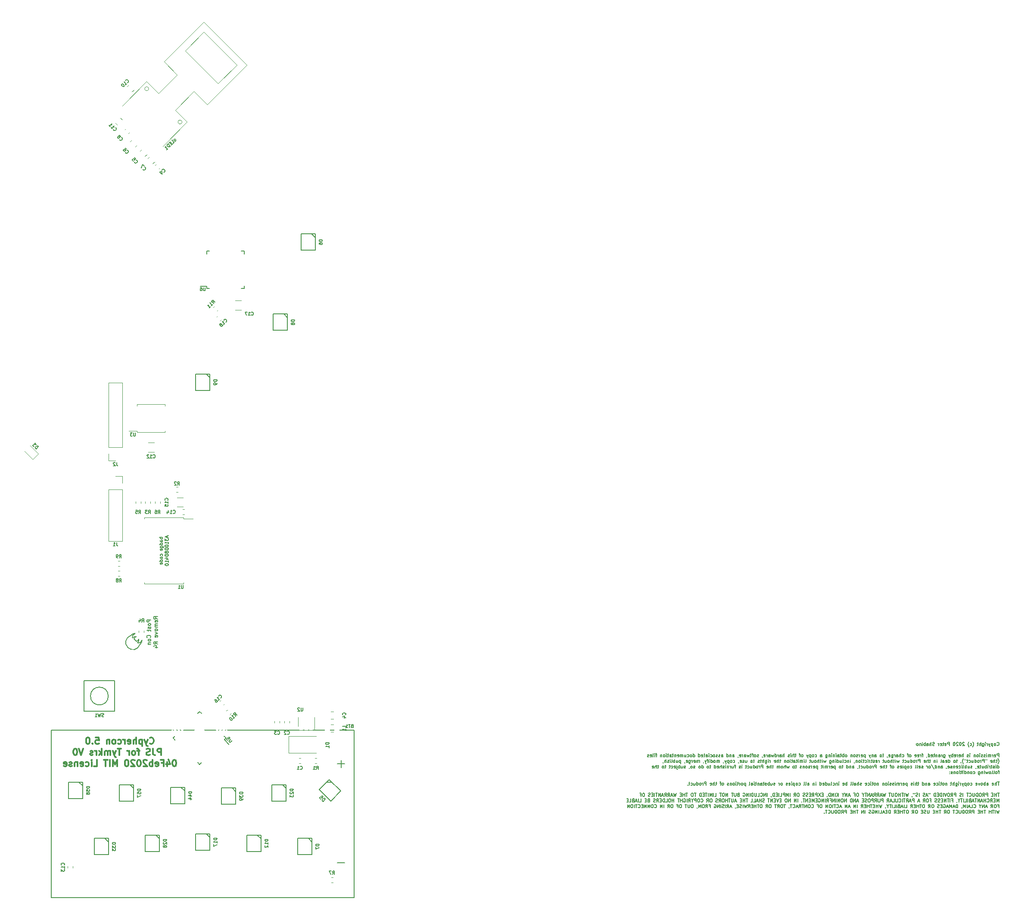
<source format=gbo>
G04 #@! TF.GenerationSoftware,KiCad,Pcbnew,(5.1.5)-3*
G04 #@! TF.CreationDate,2020-02-08T22:33:43-06:00*
G04 #@! TF.ProjectId,tymkrs_Cyphercon_2020_flamingo,74796d6b-7273-45f4-9379-70686572636f,V0*
G04 #@! TF.SameCoordinates,Original*
G04 #@! TF.FileFunction,Legend,Bot*
G04 #@! TF.FilePolarity,Positive*
%FSLAX46Y46*%
G04 Gerber Fmt 4.6, Leading zero omitted, Abs format (unit mm)*
G04 Created by KiCad (PCBNEW (5.1.5)-3) date 2020-02-08 22:33:43*
%MOMM*%
%LPD*%
G04 APERTURE LIST*
%ADD10C,0.158750*%
%ADD11C,0.300000*%
%ADD12C,0.190500*%
%ADD13C,0.120000*%
%ADD14C,0.150000*%
%ADD15C,0.180000*%
%ADD16C,0.177800*%
%ADD17C,0.127000*%
%ADD18C,0.100000*%
%ADD19R,1.600800X1.350800*%
%ADD20C,1.574800*%
%ADD21R,1.574800X1.574800*%
%ADD22R,1.550800X0.350800*%
%ADD23R,0.350800X1.550800*%
%ADD24R,3.550801X3.550801*%
%ADD25R,2.650800X1.450800*%
%ADD26C,2.500000*%
%ADD27C,0.685800*%
%ADD28R,0.700800X1.110800*%
%ADD29O,1.750800X1.750800*%
%ADD30R,1.750800X1.750800*%
%ADD31R,0.850800X1.450800*%
%ADD32R,2.550800X1.850800*%
%ADD33C,1.828800*%
%ADD34R,1.828800X1.828800*%
G04 APERTURE END LIST*
D10*
X119111636Y-126274285D02*
X118476636Y-126274285D01*
X118718541Y-126274285D02*
X118688303Y-126334761D01*
X118688303Y-126455714D01*
X118718541Y-126516190D01*
X118748779Y-126546428D01*
X118809255Y-126576666D01*
X118990684Y-126576666D01*
X119051160Y-126546428D01*
X119081398Y-126516190D01*
X119111636Y-126455714D01*
X119111636Y-126334761D01*
X119081398Y-126274285D01*
X119111636Y-127120952D02*
X118779017Y-127120952D01*
X118718541Y-127090714D01*
X118688303Y-127030238D01*
X118688303Y-126909285D01*
X118718541Y-126848809D01*
X119081398Y-127120952D02*
X119111636Y-127060476D01*
X119111636Y-126909285D01*
X119081398Y-126848809D01*
X119020922Y-126818571D01*
X118960446Y-126818571D01*
X118899970Y-126848809D01*
X118869732Y-126909285D01*
X118869732Y-127060476D01*
X118839494Y-127120952D01*
X119111636Y-127695476D02*
X118476636Y-127695476D01*
X119081398Y-127695476D02*
X119111636Y-127635000D01*
X119111636Y-127514047D01*
X119081398Y-127453571D01*
X119051160Y-127423333D01*
X118990684Y-127393095D01*
X118809255Y-127393095D01*
X118748779Y-127423333D01*
X118718541Y-127453571D01*
X118688303Y-127514047D01*
X118688303Y-127635000D01*
X118718541Y-127695476D01*
X118688303Y-128270000D02*
X119202351Y-128270000D01*
X119262827Y-128239761D01*
X119293065Y-128209523D01*
X119323303Y-128149047D01*
X119323303Y-128058333D01*
X119293065Y-127997857D01*
X119081398Y-128270000D02*
X119111636Y-128209523D01*
X119111636Y-128088571D01*
X119081398Y-128028095D01*
X119051160Y-127997857D01*
X118990684Y-127967619D01*
X118809255Y-127967619D01*
X118748779Y-127997857D01*
X118718541Y-128028095D01*
X118688303Y-128088571D01*
X118688303Y-128209523D01*
X118718541Y-128270000D01*
X119081398Y-128814285D02*
X119111636Y-128753809D01*
X119111636Y-128632857D01*
X119081398Y-128572380D01*
X119020922Y-128542142D01*
X118779017Y-128542142D01*
X118718541Y-128572380D01*
X118688303Y-128632857D01*
X118688303Y-128753809D01*
X118718541Y-128814285D01*
X118779017Y-128844523D01*
X118839494Y-128844523D01*
X118899970Y-128542142D01*
X119081398Y-129872619D02*
X119111636Y-129812142D01*
X119111636Y-129691190D01*
X119081398Y-129630714D01*
X119051160Y-129600476D01*
X118990684Y-129570238D01*
X118809255Y-129570238D01*
X118748779Y-129600476D01*
X118718541Y-129630714D01*
X118688303Y-129691190D01*
X118688303Y-129812142D01*
X118718541Y-129872619D01*
X119111636Y-130235476D02*
X119081398Y-130175000D01*
X119051160Y-130144761D01*
X118990684Y-130114523D01*
X118809255Y-130114523D01*
X118748779Y-130144761D01*
X118718541Y-130175000D01*
X118688303Y-130235476D01*
X118688303Y-130326190D01*
X118718541Y-130386666D01*
X118748779Y-130416904D01*
X118809255Y-130447142D01*
X118990684Y-130447142D01*
X119051160Y-130416904D01*
X119081398Y-130386666D01*
X119111636Y-130326190D01*
X119111636Y-130235476D01*
X119111636Y-130991428D02*
X118476636Y-130991428D01*
X119081398Y-130991428D02*
X119111636Y-130930952D01*
X119111636Y-130810000D01*
X119081398Y-130749523D01*
X119051160Y-130719285D01*
X118990684Y-130689047D01*
X118809255Y-130689047D01*
X118748779Y-130719285D01*
X118718541Y-130749523D01*
X118688303Y-130810000D01*
X118688303Y-130930952D01*
X118718541Y-130991428D01*
X119081398Y-131535714D02*
X119111636Y-131475238D01*
X119111636Y-131354285D01*
X119081398Y-131293809D01*
X119020922Y-131263571D01*
X118779017Y-131263571D01*
X118718541Y-131293809D01*
X118688303Y-131354285D01*
X118688303Y-131475238D01*
X118718541Y-131535714D01*
X118779017Y-131565952D01*
X118839494Y-131565952D01*
X118899970Y-131263571D01*
X120041458Y-126002142D02*
X120041458Y-126304523D01*
X120222886Y-125941666D02*
X119587886Y-126153333D01*
X120222886Y-126365000D01*
X119587886Y-126516190D02*
X119587886Y-126909285D01*
X119829791Y-126697619D01*
X119829791Y-126788333D01*
X119860029Y-126848809D01*
X119890267Y-126879047D01*
X119950744Y-126909285D01*
X120101934Y-126909285D01*
X120162410Y-126879047D01*
X120192648Y-126848809D01*
X120222886Y-126788333D01*
X120222886Y-126606904D01*
X120192648Y-126546428D01*
X120162410Y-126516190D01*
X120222886Y-127514047D02*
X120222886Y-127151190D01*
X120222886Y-127332619D02*
X119587886Y-127332619D01*
X119678601Y-127272142D01*
X119739077Y-127211666D01*
X119769315Y-127151190D01*
X119587886Y-127907142D02*
X119587886Y-127967619D01*
X119618125Y-128028095D01*
X119648363Y-128058333D01*
X119708839Y-128088571D01*
X119829791Y-128118809D01*
X119980982Y-128118809D01*
X120101934Y-128088571D01*
X120162410Y-128058333D01*
X120192648Y-128028095D01*
X120222886Y-127967619D01*
X120222886Y-127907142D01*
X120192648Y-127846666D01*
X120162410Y-127816428D01*
X120101934Y-127786190D01*
X119980982Y-127755952D01*
X119829791Y-127755952D01*
X119708839Y-127786190D01*
X119648363Y-127816428D01*
X119618125Y-127846666D01*
X119587886Y-127907142D01*
X120222886Y-128390952D02*
X119587886Y-128390952D01*
X119587886Y-128542142D01*
X119618125Y-128632857D01*
X119678601Y-128693333D01*
X119739077Y-128723571D01*
X119860029Y-128753809D01*
X119950744Y-128753809D01*
X120071696Y-128723571D01*
X120132172Y-128693333D01*
X120192648Y-128632857D01*
X120222886Y-128542142D01*
X120222886Y-128390952D01*
X119860029Y-129116666D02*
X119829791Y-129056190D01*
X119799553Y-129025952D01*
X119739077Y-128995714D01*
X119708839Y-128995714D01*
X119648363Y-129025952D01*
X119618125Y-129056190D01*
X119587886Y-129116666D01*
X119587886Y-129237619D01*
X119618125Y-129298095D01*
X119648363Y-129328333D01*
X119708839Y-129358571D01*
X119739077Y-129358571D01*
X119799553Y-129328333D01*
X119829791Y-129298095D01*
X119860029Y-129237619D01*
X119860029Y-129116666D01*
X119890267Y-129056190D01*
X119920505Y-129025952D01*
X119980982Y-128995714D01*
X120101934Y-128995714D01*
X120162410Y-129025952D01*
X120192648Y-129056190D01*
X120222886Y-129116666D01*
X120222886Y-129237619D01*
X120192648Y-129298095D01*
X120162410Y-129328333D01*
X120101934Y-129358571D01*
X119980982Y-129358571D01*
X119920505Y-129328333D01*
X119890267Y-129298095D01*
X119860029Y-129237619D01*
X120222886Y-129630714D02*
X119587886Y-129630714D01*
X119587886Y-129781904D01*
X119618125Y-129872619D01*
X119678601Y-129933095D01*
X119739077Y-129963333D01*
X119860029Y-129993571D01*
X119950744Y-129993571D01*
X120071696Y-129963333D01*
X120132172Y-129933095D01*
X120192648Y-129872619D01*
X120222886Y-129781904D01*
X120222886Y-129630714D01*
X119799553Y-130537857D02*
X120222886Y-130537857D01*
X119557648Y-130386666D02*
X120011220Y-130235476D01*
X120011220Y-130628571D01*
X120222886Y-131203095D02*
X120222886Y-130840238D01*
X120222886Y-131021666D02*
X119587886Y-131021666D01*
X119678601Y-130961190D01*
X119739077Y-130900714D01*
X119769315Y-130840238D01*
X119587886Y-131596190D02*
X119587886Y-131656666D01*
X119618125Y-131717142D01*
X119648363Y-131747380D01*
X119708839Y-131777619D01*
X119829791Y-131807857D01*
X119980982Y-131807857D01*
X120101934Y-131777619D01*
X120162410Y-131747380D01*
X120192648Y-131717142D01*
X120222886Y-131656666D01*
X120222886Y-131596190D01*
X120192648Y-131535714D01*
X120162410Y-131505476D01*
X120101934Y-131475238D01*
X119980982Y-131445000D01*
X119829791Y-131445000D01*
X119708839Y-131475238D01*
X119648363Y-131505476D01*
X119618125Y-131535714D01*
X119587886Y-131596190D01*
X283100764Y-167152410D02*
X283131002Y-167182648D01*
X283221717Y-167212886D01*
X283282193Y-167212886D01*
X283372907Y-167182648D01*
X283433383Y-167122172D01*
X283463622Y-167061696D01*
X283493860Y-166940744D01*
X283493860Y-166850029D01*
X283463622Y-166729077D01*
X283433383Y-166668601D01*
X283372907Y-166608125D01*
X283282193Y-166577886D01*
X283221717Y-166577886D01*
X283131002Y-166608125D01*
X283100764Y-166638363D01*
X282737907Y-167212886D02*
X282798383Y-167182648D01*
X282828622Y-167152410D01*
X282858860Y-167091934D01*
X282858860Y-166910505D01*
X282828622Y-166850029D01*
X282798383Y-166819791D01*
X282737907Y-166789553D01*
X282647193Y-166789553D01*
X282586717Y-166819791D01*
X282556479Y-166850029D01*
X282526241Y-166910505D01*
X282526241Y-167091934D01*
X282556479Y-167152410D01*
X282586717Y-167182648D01*
X282647193Y-167212886D01*
X282737907Y-167212886D01*
X282254098Y-166789553D02*
X282254098Y-167424553D01*
X282254098Y-166819791D02*
X282193622Y-166789553D01*
X282072669Y-166789553D01*
X282012193Y-166819791D01*
X281981955Y-166850029D01*
X281951717Y-166910505D01*
X281951717Y-167091934D01*
X281981955Y-167152410D01*
X282012193Y-167182648D01*
X282072669Y-167212886D01*
X282193622Y-167212886D01*
X282254098Y-167182648D01*
X281740050Y-166789553D02*
X281588860Y-167212886D01*
X281437669Y-166789553D02*
X281588860Y-167212886D01*
X281649336Y-167364077D01*
X281679574Y-167394315D01*
X281740050Y-167424553D01*
X281195764Y-167212886D02*
X281195764Y-166789553D01*
X281195764Y-166910505D02*
X281165526Y-166850029D01*
X281135288Y-166819791D01*
X281074812Y-166789553D01*
X281014336Y-166789553D01*
X280802669Y-167212886D02*
X280802669Y-166789553D01*
X280802669Y-166577886D02*
X280832907Y-166608125D01*
X280802669Y-166638363D01*
X280772431Y-166608125D01*
X280802669Y-166577886D01*
X280802669Y-166638363D01*
X280228145Y-166789553D02*
X280228145Y-167303601D01*
X280258383Y-167364077D01*
X280288622Y-167394315D01*
X280349098Y-167424553D01*
X280439812Y-167424553D01*
X280500288Y-167394315D01*
X280228145Y-167182648D02*
X280288622Y-167212886D01*
X280409574Y-167212886D01*
X280470050Y-167182648D01*
X280500288Y-167152410D01*
X280530526Y-167091934D01*
X280530526Y-166910505D01*
X280500288Y-166850029D01*
X280470050Y-166819791D01*
X280409574Y-166789553D01*
X280288622Y-166789553D01*
X280228145Y-166819791D01*
X279925764Y-167212886D02*
X279925764Y-166577886D01*
X279653622Y-167212886D02*
X279653622Y-166880267D01*
X279683860Y-166819791D01*
X279744336Y-166789553D01*
X279835050Y-166789553D01*
X279895526Y-166819791D01*
X279925764Y-166850029D01*
X279441955Y-166789553D02*
X279200050Y-166789553D01*
X279351241Y-166577886D02*
X279351241Y-167122172D01*
X279321002Y-167182648D01*
X279260526Y-167212886D01*
X279200050Y-167212886D01*
X278323145Y-167454791D02*
X278353383Y-167424553D01*
X278413860Y-167333839D01*
X278444098Y-167273363D01*
X278474336Y-167182648D01*
X278504574Y-167031458D01*
X278504574Y-166910505D01*
X278474336Y-166759315D01*
X278444098Y-166668601D01*
X278413860Y-166608125D01*
X278353383Y-166517410D01*
X278323145Y-166487172D01*
X277809098Y-167182648D02*
X277869574Y-167212886D01*
X277990526Y-167212886D01*
X278051002Y-167182648D01*
X278081241Y-167152410D01*
X278111479Y-167091934D01*
X278111479Y-166910505D01*
X278081241Y-166850029D01*
X278051002Y-166819791D01*
X277990526Y-166789553D01*
X277869574Y-166789553D01*
X277809098Y-166819791D01*
X277597431Y-167454791D02*
X277567193Y-167424553D01*
X277506717Y-167333839D01*
X277476479Y-167273363D01*
X277446241Y-167182648D01*
X277416002Y-167031458D01*
X277416002Y-166910505D01*
X277446241Y-166759315D01*
X277476479Y-166668601D01*
X277506717Y-166608125D01*
X277567193Y-166517410D01*
X277597431Y-166487172D01*
X276660050Y-166638363D02*
X276629812Y-166608125D01*
X276569336Y-166577886D01*
X276418145Y-166577886D01*
X276357669Y-166608125D01*
X276327431Y-166638363D01*
X276297193Y-166698839D01*
X276297193Y-166759315D01*
X276327431Y-166850029D01*
X276690288Y-167212886D01*
X276297193Y-167212886D01*
X275904098Y-166577886D02*
X275843622Y-166577886D01*
X275783145Y-166608125D01*
X275752907Y-166638363D01*
X275722669Y-166698839D01*
X275692431Y-166819791D01*
X275692431Y-166970982D01*
X275722669Y-167091934D01*
X275752907Y-167152410D01*
X275783145Y-167182648D01*
X275843622Y-167212886D01*
X275904098Y-167212886D01*
X275964574Y-167182648D01*
X275994812Y-167152410D01*
X276025050Y-167091934D01*
X276055288Y-166970982D01*
X276055288Y-166819791D01*
X276025050Y-166698839D01*
X275994812Y-166638363D01*
X275964574Y-166608125D01*
X275904098Y-166577886D01*
X275450526Y-166638363D02*
X275420288Y-166608125D01*
X275359812Y-166577886D01*
X275208622Y-166577886D01*
X275148145Y-166608125D01*
X275117907Y-166638363D01*
X275087669Y-166698839D01*
X275087669Y-166759315D01*
X275117907Y-166850029D01*
X275480764Y-167212886D01*
X275087669Y-167212886D01*
X274694574Y-166577886D02*
X274634098Y-166577886D01*
X274573622Y-166608125D01*
X274543383Y-166638363D01*
X274513145Y-166698839D01*
X274482907Y-166819791D01*
X274482907Y-166970982D01*
X274513145Y-167091934D01*
X274543383Y-167152410D01*
X274573622Y-167182648D01*
X274634098Y-167212886D01*
X274694574Y-167212886D01*
X274755050Y-167182648D01*
X274785288Y-167152410D01*
X274815526Y-167091934D01*
X274845764Y-166970982D01*
X274845764Y-166819791D01*
X274815526Y-166698839D01*
X274785288Y-166638363D01*
X274755050Y-166608125D01*
X274694574Y-166577886D01*
X273726955Y-167212886D02*
X273726955Y-166577886D01*
X273485050Y-166577886D01*
X273424574Y-166608125D01*
X273394336Y-166638363D01*
X273364098Y-166698839D01*
X273364098Y-166789553D01*
X273394336Y-166850029D01*
X273424574Y-166880267D01*
X273485050Y-166910505D01*
X273726955Y-166910505D01*
X272850050Y-167182648D02*
X272910526Y-167212886D01*
X273031479Y-167212886D01*
X273091955Y-167182648D01*
X273122193Y-167122172D01*
X273122193Y-166880267D01*
X273091955Y-166819791D01*
X273031479Y-166789553D01*
X272910526Y-166789553D01*
X272850050Y-166819791D01*
X272819812Y-166880267D01*
X272819812Y-166940744D01*
X273122193Y-167001220D01*
X272638383Y-166789553D02*
X272396479Y-166789553D01*
X272547669Y-166577886D02*
X272547669Y-167122172D01*
X272517431Y-167182648D01*
X272456955Y-167212886D01*
X272396479Y-167212886D01*
X271942907Y-167182648D02*
X272003383Y-167212886D01*
X272124336Y-167212886D01*
X272184812Y-167182648D01*
X272215050Y-167122172D01*
X272215050Y-166880267D01*
X272184812Y-166819791D01*
X272124336Y-166789553D01*
X272003383Y-166789553D01*
X271942907Y-166819791D01*
X271912669Y-166880267D01*
X271912669Y-166940744D01*
X272215050Y-167001220D01*
X271640526Y-167212886D02*
X271640526Y-166789553D01*
X271640526Y-166910505D02*
X271610288Y-166850029D01*
X271580050Y-166819791D01*
X271519574Y-166789553D01*
X271459098Y-166789553D01*
X270793860Y-167182648D02*
X270703145Y-167212886D01*
X270551955Y-167212886D01*
X270491479Y-167182648D01*
X270461241Y-167152410D01*
X270431002Y-167091934D01*
X270431002Y-167031458D01*
X270461241Y-166970982D01*
X270491479Y-166940744D01*
X270551955Y-166910505D01*
X270672907Y-166880267D01*
X270733383Y-166850029D01*
X270763622Y-166819791D01*
X270793860Y-166759315D01*
X270793860Y-166698839D01*
X270763622Y-166638363D01*
X270733383Y-166608125D01*
X270672907Y-166577886D01*
X270521717Y-166577886D01*
X270431002Y-166608125D01*
X270158860Y-167212886D02*
X270158860Y-166577886D01*
X269886717Y-167212886D02*
X269886717Y-166880267D01*
X269916955Y-166819791D01*
X269977431Y-166789553D01*
X270068145Y-166789553D01*
X270128622Y-166819791D01*
X270158860Y-166850029D01*
X269312193Y-167212886D02*
X269312193Y-166880267D01*
X269342431Y-166819791D01*
X269402907Y-166789553D01*
X269523860Y-166789553D01*
X269584336Y-166819791D01*
X269312193Y-167182648D02*
X269372669Y-167212886D01*
X269523860Y-167212886D01*
X269584336Y-167182648D01*
X269614574Y-167122172D01*
X269614574Y-167061696D01*
X269584336Y-167001220D01*
X269523860Y-166970982D01*
X269372669Y-166970982D01*
X269312193Y-166940744D01*
X269009812Y-167212886D02*
X269009812Y-166577886D01*
X269009812Y-166819791D02*
X268949336Y-166789553D01*
X268828383Y-166789553D01*
X268767907Y-166819791D01*
X268737669Y-166850029D01*
X268707431Y-166910505D01*
X268707431Y-167091934D01*
X268737669Y-167152410D01*
X268767907Y-167182648D01*
X268828383Y-167212886D01*
X268949336Y-167212886D01*
X269009812Y-167182648D01*
X268435288Y-167212886D02*
X268435288Y-166789553D01*
X268435288Y-166577886D02*
X268465526Y-166608125D01*
X268435288Y-166638363D01*
X268405050Y-166608125D01*
X268435288Y-166577886D01*
X268435288Y-166638363D01*
X268132907Y-166789553D02*
X268132907Y-167212886D01*
X268132907Y-166850029D02*
X268102669Y-166819791D01*
X268042193Y-166789553D01*
X267951479Y-166789553D01*
X267891002Y-166819791D01*
X267860764Y-166880267D01*
X267860764Y-167212886D01*
X267467669Y-167212886D02*
X267528145Y-167182648D01*
X267558383Y-167152410D01*
X267588622Y-167091934D01*
X267588622Y-166910505D01*
X267558383Y-166850029D01*
X267528145Y-166819791D01*
X267467669Y-166789553D01*
X267376955Y-166789553D01*
X267316479Y-166819791D01*
X267286241Y-166850029D01*
X267256002Y-166910505D01*
X267256002Y-167091934D01*
X267286241Y-167152410D01*
X267316479Y-167182648D01*
X267376955Y-167212886D01*
X267467669Y-167212886D01*
X283463622Y-169435386D02*
X283463622Y-168800386D01*
X283221717Y-168800386D01*
X283161241Y-168830625D01*
X283131002Y-168860863D01*
X283100764Y-168921339D01*
X283100764Y-169012053D01*
X283131002Y-169072529D01*
X283161241Y-169102767D01*
X283221717Y-169133005D01*
X283463622Y-169133005D01*
X282586717Y-169405148D02*
X282647193Y-169435386D01*
X282768145Y-169435386D01*
X282828622Y-169405148D01*
X282858860Y-169344672D01*
X282858860Y-169102767D01*
X282828622Y-169042291D01*
X282768145Y-169012053D01*
X282647193Y-169012053D01*
X282586717Y-169042291D01*
X282556479Y-169102767D01*
X282556479Y-169163244D01*
X282858860Y-169223720D01*
X282284336Y-169435386D02*
X282284336Y-169012053D01*
X282284336Y-169133005D02*
X282254098Y-169072529D01*
X282223860Y-169042291D01*
X282163383Y-169012053D01*
X282102907Y-169012053D01*
X281891241Y-169435386D02*
X281891241Y-169012053D01*
X281891241Y-169072529D02*
X281861002Y-169042291D01*
X281800526Y-169012053D01*
X281709812Y-169012053D01*
X281649336Y-169042291D01*
X281619098Y-169102767D01*
X281619098Y-169435386D01*
X281619098Y-169102767D02*
X281588860Y-169042291D01*
X281528383Y-169012053D01*
X281437669Y-169012053D01*
X281377193Y-169042291D01*
X281346955Y-169102767D01*
X281346955Y-169435386D01*
X281044574Y-169435386D02*
X281044574Y-169012053D01*
X281044574Y-168800386D02*
X281074812Y-168830625D01*
X281044574Y-168860863D01*
X281014336Y-168830625D01*
X281044574Y-168800386D01*
X281044574Y-168860863D01*
X280772431Y-169405148D02*
X280711955Y-169435386D01*
X280591002Y-169435386D01*
X280530526Y-169405148D01*
X280500288Y-169344672D01*
X280500288Y-169314434D01*
X280530526Y-169253958D01*
X280591002Y-169223720D01*
X280681717Y-169223720D01*
X280742193Y-169193482D01*
X280772431Y-169133005D01*
X280772431Y-169102767D01*
X280742193Y-169042291D01*
X280681717Y-169012053D01*
X280591002Y-169012053D01*
X280530526Y-169042291D01*
X280258383Y-169405148D02*
X280197907Y-169435386D01*
X280076955Y-169435386D01*
X280016479Y-169405148D01*
X279986241Y-169344672D01*
X279986241Y-169314434D01*
X280016479Y-169253958D01*
X280076955Y-169223720D01*
X280167669Y-169223720D01*
X280228145Y-169193482D01*
X280258383Y-169133005D01*
X280258383Y-169102767D01*
X280228145Y-169042291D01*
X280167669Y-169012053D01*
X280076955Y-169012053D01*
X280016479Y-169042291D01*
X279714098Y-169435386D02*
X279714098Y-169012053D01*
X279714098Y-168800386D02*
X279744336Y-168830625D01*
X279714098Y-168860863D01*
X279683860Y-168830625D01*
X279714098Y-168800386D01*
X279714098Y-168860863D01*
X279321002Y-169435386D02*
X279381479Y-169405148D01*
X279411717Y-169374910D01*
X279441955Y-169314434D01*
X279441955Y-169133005D01*
X279411717Y-169072529D01*
X279381479Y-169042291D01*
X279321002Y-169012053D01*
X279230288Y-169012053D01*
X279169812Y-169042291D01*
X279139574Y-169072529D01*
X279109336Y-169133005D01*
X279109336Y-169314434D01*
X279139574Y-169374910D01*
X279169812Y-169405148D01*
X279230288Y-169435386D01*
X279321002Y-169435386D01*
X278837193Y-169012053D02*
X278837193Y-169435386D01*
X278837193Y-169072529D02*
X278806955Y-169042291D01*
X278746479Y-169012053D01*
X278655764Y-169012053D01*
X278595288Y-169042291D01*
X278565050Y-169102767D01*
X278565050Y-169435386D01*
X277778860Y-169435386D02*
X277778860Y-169012053D01*
X277778860Y-168800386D02*
X277809098Y-168830625D01*
X277778860Y-168860863D01*
X277748622Y-168830625D01*
X277778860Y-168800386D01*
X277778860Y-168860863D01*
X277506717Y-169405148D02*
X277446241Y-169435386D01*
X277325288Y-169435386D01*
X277264812Y-169405148D01*
X277234574Y-169344672D01*
X277234574Y-169314434D01*
X277264812Y-169253958D01*
X277325288Y-169223720D01*
X277416002Y-169223720D01*
X277476479Y-169193482D01*
X277506717Y-169133005D01*
X277506717Y-169102767D01*
X277476479Y-169042291D01*
X277416002Y-169012053D01*
X277325288Y-169012053D01*
X277264812Y-169042291D01*
X276478622Y-169435386D02*
X276478622Y-168800386D01*
X276206479Y-169435386D02*
X276206479Y-169102767D01*
X276236717Y-169042291D01*
X276297193Y-169012053D01*
X276387907Y-169012053D01*
X276448383Y-169042291D01*
X276478622Y-169072529D01*
X275662193Y-169405148D02*
X275722669Y-169435386D01*
X275843622Y-169435386D01*
X275904098Y-169405148D01*
X275934336Y-169344672D01*
X275934336Y-169102767D01*
X275904098Y-169042291D01*
X275843622Y-169012053D01*
X275722669Y-169012053D01*
X275662193Y-169042291D01*
X275631955Y-169102767D01*
X275631955Y-169163244D01*
X275934336Y-169223720D01*
X275359812Y-169435386D02*
X275359812Y-169012053D01*
X275359812Y-169133005D02*
X275329574Y-169072529D01*
X275299336Y-169042291D01*
X275238860Y-169012053D01*
X275178383Y-169012053D01*
X274724812Y-169405148D02*
X274785288Y-169435386D01*
X274906241Y-169435386D01*
X274966717Y-169405148D01*
X274996955Y-169344672D01*
X274996955Y-169102767D01*
X274966717Y-169042291D01*
X274906241Y-169012053D01*
X274785288Y-169012053D01*
X274724812Y-169042291D01*
X274694574Y-169102767D01*
X274694574Y-169163244D01*
X274996955Y-169223720D01*
X274422431Y-169435386D02*
X274422431Y-168800386D01*
X274422431Y-169042291D02*
X274361955Y-169012053D01*
X274241002Y-169012053D01*
X274180526Y-169042291D01*
X274150288Y-169072529D01*
X274120050Y-169133005D01*
X274120050Y-169314434D01*
X274150288Y-169374910D01*
X274180526Y-169405148D01*
X274241002Y-169435386D01*
X274361955Y-169435386D01*
X274422431Y-169405148D01*
X273908383Y-169012053D02*
X273757193Y-169435386D01*
X273606002Y-169012053D02*
X273757193Y-169435386D01*
X273817669Y-169586577D01*
X273847907Y-169616815D01*
X273908383Y-169647053D01*
X272608145Y-169012053D02*
X272608145Y-169526101D01*
X272638383Y-169586577D01*
X272668622Y-169616815D01*
X272729098Y-169647053D01*
X272819812Y-169647053D01*
X272880288Y-169616815D01*
X272608145Y-169405148D02*
X272668622Y-169435386D01*
X272789574Y-169435386D01*
X272850050Y-169405148D01*
X272880288Y-169374910D01*
X272910526Y-169314434D01*
X272910526Y-169133005D01*
X272880288Y-169072529D01*
X272850050Y-169042291D01*
X272789574Y-169012053D01*
X272668622Y-169012053D01*
X272608145Y-169042291D01*
X272305764Y-169435386D02*
X272305764Y-169012053D01*
X272305764Y-169133005D02*
X272275526Y-169072529D01*
X272245288Y-169042291D01*
X272184812Y-169012053D01*
X272124336Y-169012053D01*
X271640526Y-169435386D02*
X271640526Y-169102767D01*
X271670764Y-169042291D01*
X271731241Y-169012053D01*
X271852193Y-169012053D01*
X271912669Y-169042291D01*
X271640526Y-169405148D02*
X271701002Y-169435386D01*
X271852193Y-169435386D01*
X271912669Y-169405148D01*
X271942907Y-169344672D01*
X271942907Y-169284196D01*
X271912669Y-169223720D01*
X271852193Y-169193482D01*
X271701002Y-169193482D01*
X271640526Y-169163244D01*
X271338145Y-169012053D02*
X271338145Y-169435386D01*
X271338145Y-169072529D02*
X271307907Y-169042291D01*
X271247431Y-169012053D01*
X271156717Y-169012053D01*
X271096241Y-169042291D01*
X271066002Y-169102767D01*
X271066002Y-169435386D01*
X270854336Y-169012053D02*
X270612431Y-169012053D01*
X270763622Y-168800386D02*
X270763622Y-169344672D01*
X270733383Y-169405148D01*
X270672907Y-169435386D01*
X270612431Y-169435386D01*
X270158860Y-169405148D02*
X270219336Y-169435386D01*
X270340288Y-169435386D01*
X270400764Y-169405148D01*
X270431002Y-169344672D01*
X270431002Y-169102767D01*
X270400764Y-169042291D01*
X270340288Y-169012053D01*
X270219336Y-169012053D01*
X270158860Y-169042291D01*
X270128622Y-169102767D01*
X270128622Y-169163244D01*
X270431002Y-169223720D01*
X269584336Y-169435386D02*
X269584336Y-168800386D01*
X269584336Y-169405148D02*
X269644812Y-169435386D01*
X269765764Y-169435386D01*
X269826241Y-169405148D01*
X269856479Y-169374910D01*
X269886717Y-169314434D01*
X269886717Y-169133005D01*
X269856479Y-169072529D01*
X269826241Y-169042291D01*
X269765764Y-169012053D01*
X269644812Y-169012053D01*
X269584336Y-169042291D01*
X269251717Y-169405148D02*
X269251717Y-169435386D01*
X269281955Y-169495863D01*
X269312193Y-169526101D01*
X268586479Y-169012053D02*
X268344574Y-169012053D01*
X268495764Y-169435386D02*
X268495764Y-168891101D01*
X268465526Y-168830625D01*
X268405050Y-168800386D01*
X268344574Y-168800386D01*
X268132907Y-169435386D02*
X268132907Y-169012053D01*
X268132907Y-169133005D02*
X268102669Y-169072529D01*
X268072431Y-169042291D01*
X268011955Y-169012053D01*
X267951479Y-169012053D01*
X267497907Y-169405148D02*
X267558383Y-169435386D01*
X267679336Y-169435386D01*
X267739812Y-169405148D01*
X267770050Y-169344672D01*
X267770050Y-169102767D01*
X267739812Y-169042291D01*
X267679336Y-169012053D01*
X267558383Y-169012053D01*
X267497907Y-169042291D01*
X267467669Y-169102767D01*
X267467669Y-169163244D01*
X267770050Y-169223720D01*
X266953622Y-169405148D02*
X267014098Y-169435386D01*
X267135050Y-169435386D01*
X267195526Y-169405148D01*
X267225764Y-169344672D01*
X267225764Y-169102767D01*
X267195526Y-169042291D01*
X267135050Y-169012053D01*
X267014098Y-169012053D01*
X266953622Y-169042291D01*
X266923383Y-169102767D01*
X266923383Y-169163244D01*
X267225764Y-169223720D01*
X266076717Y-169435386D02*
X266137193Y-169405148D01*
X266167431Y-169374910D01*
X266197669Y-169314434D01*
X266197669Y-169133005D01*
X266167431Y-169072529D01*
X266137193Y-169042291D01*
X266076717Y-169012053D01*
X265986002Y-169012053D01*
X265925526Y-169042291D01*
X265895288Y-169072529D01*
X265865050Y-169133005D01*
X265865050Y-169314434D01*
X265895288Y-169374910D01*
X265925526Y-169405148D01*
X265986002Y-169435386D01*
X266076717Y-169435386D01*
X265683622Y-169012053D02*
X265441717Y-169012053D01*
X265592907Y-169435386D02*
X265592907Y-168891101D01*
X265562669Y-168830625D01*
X265502193Y-168800386D01*
X265441717Y-168800386D01*
X264474098Y-169405148D02*
X264534574Y-169435386D01*
X264655526Y-169435386D01*
X264716002Y-169405148D01*
X264746241Y-169374910D01*
X264776479Y-169314434D01*
X264776479Y-169133005D01*
X264746241Y-169072529D01*
X264716002Y-169042291D01*
X264655526Y-169012053D01*
X264534574Y-169012053D01*
X264474098Y-169042291D01*
X264201955Y-169435386D02*
X264201955Y-168800386D01*
X263929812Y-169435386D02*
X263929812Y-169102767D01*
X263960050Y-169042291D01*
X264020526Y-169012053D01*
X264111241Y-169012053D01*
X264171717Y-169042291D01*
X264201955Y-169072529D01*
X263355288Y-169435386D02*
X263355288Y-169102767D01*
X263385526Y-169042291D01*
X263446002Y-169012053D01*
X263566955Y-169012053D01*
X263627431Y-169042291D01*
X263355288Y-169405148D02*
X263415764Y-169435386D01*
X263566955Y-169435386D01*
X263627431Y-169405148D01*
X263657669Y-169344672D01*
X263657669Y-169284196D01*
X263627431Y-169223720D01*
X263566955Y-169193482D01*
X263415764Y-169193482D01*
X263355288Y-169163244D01*
X263052907Y-169435386D02*
X263052907Y-169012053D01*
X263052907Y-169133005D02*
X263022669Y-169072529D01*
X262992431Y-169042291D01*
X262931955Y-169012053D01*
X262871479Y-169012053D01*
X262387669Y-169012053D02*
X262387669Y-169526101D01*
X262417907Y-169586577D01*
X262448145Y-169616815D01*
X262508622Y-169647053D01*
X262599336Y-169647053D01*
X262659812Y-169616815D01*
X262387669Y-169405148D02*
X262448145Y-169435386D01*
X262569098Y-169435386D01*
X262629574Y-169405148D01*
X262659812Y-169374910D01*
X262690050Y-169314434D01*
X262690050Y-169133005D01*
X262659812Y-169072529D01*
X262629574Y-169042291D01*
X262569098Y-169012053D01*
X262448145Y-169012053D01*
X262387669Y-169042291D01*
X261843383Y-169405148D02*
X261903860Y-169435386D01*
X262024812Y-169435386D01*
X262085288Y-169405148D01*
X262115526Y-169344672D01*
X262115526Y-169102767D01*
X262085288Y-169042291D01*
X262024812Y-169012053D01*
X261903860Y-169012053D01*
X261843383Y-169042291D01*
X261813145Y-169102767D01*
X261813145Y-169163244D01*
X262115526Y-169223720D01*
X261510764Y-169405148D02*
X261510764Y-169435386D01*
X261541002Y-169495863D01*
X261571241Y-169526101D01*
X260845526Y-169012053D02*
X260603622Y-169012053D01*
X260754812Y-168800386D02*
X260754812Y-169344672D01*
X260724574Y-169405148D01*
X260664098Y-169435386D01*
X260603622Y-169435386D01*
X260301241Y-169435386D02*
X260361717Y-169405148D01*
X260391955Y-169374910D01*
X260422193Y-169314434D01*
X260422193Y-169133005D01*
X260391955Y-169072529D01*
X260361717Y-169042291D01*
X260301241Y-169012053D01*
X260210526Y-169012053D01*
X260150050Y-169042291D01*
X260119812Y-169072529D01*
X260089574Y-169133005D01*
X260089574Y-169314434D01*
X260119812Y-169374910D01*
X260150050Y-169405148D01*
X260210526Y-169435386D01*
X260301241Y-169435386D01*
X259061479Y-169435386D02*
X259061479Y-169102767D01*
X259091717Y-169042291D01*
X259152193Y-169012053D01*
X259273145Y-169012053D01*
X259333622Y-169042291D01*
X259061479Y-169405148D02*
X259121955Y-169435386D01*
X259273145Y-169435386D01*
X259333622Y-169405148D01*
X259363860Y-169344672D01*
X259363860Y-169284196D01*
X259333622Y-169223720D01*
X259273145Y-169193482D01*
X259121955Y-169193482D01*
X259061479Y-169163244D01*
X258759098Y-169012053D02*
X258759098Y-169435386D01*
X258759098Y-169072529D02*
X258728860Y-169042291D01*
X258668383Y-169012053D01*
X258577669Y-169012053D01*
X258517193Y-169042291D01*
X258486955Y-169102767D01*
X258486955Y-169435386D01*
X258245050Y-169012053D02*
X258093860Y-169435386D01*
X257942669Y-169012053D02*
X258093860Y-169435386D01*
X258154336Y-169586577D01*
X258184574Y-169616815D01*
X258245050Y-169647053D01*
X257216955Y-169012053D02*
X257216955Y-169647053D01*
X257216955Y-169042291D02*
X257156479Y-169012053D01*
X257035526Y-169012053D01*
X256975050Y-169042291D01*
X256944812Y-169072529D01*
X256914574Y-169133005D01*
X256914574Y-169314434D01*
X256944812Y-169374910D01*
X256975050Y-169405148D01*
X257035526Y-169435386D01*
X257156479Y-169435386D01*
X257216955Y-169405148D01*
X256400526Y-169405148D02*
X256461002Y-169435386D01*
X256581955Y-169435386D01*
X256642431Y-169405148D01*
X256672669Y-169344672D01*
X256672669Y-169102767D01*
X256642431Y-169042291D01*
X256581955Y-169012053D01*
X256461002Y-169012053D01*
X256400526Y-169042291D01*
X256370288Y-169102767D01*
X256370288Y-169163244D01*
X256672669Y-169223720D01*
X256098145Y-169435386D02*
X256098145Y-169012053D01*
X256098145Y-169133005D02*
X256067907Y-169072529D01*
X256037669Y-169042291D01*
X255977193Y-169012053D01*
X255916717Y-169012053D01*
X255735288Y-169405148D02*
X255674812Y-169435386D01*
X255553860Y-169435386D01*
X255493383Y-169405148D01*
X255463145Y-169344672D01*
X255463145Y-169314434D01*
X255493383Y-169253958D01*
X255553860Y-169223720D01*
X255644574Y-169223720D01*
X255705050Y-169193482D01*
X255735288Y-169133005D01*
X255735288Y-169102767D01*
X255705050Y-169042291D01*
X255644574Y-169012053D01*
X255553860Y-169012053D01*
X255493383Y-169042291D01*
X255100288Y-169435386D02*
X255160764Y-169405148D01*
X255191002Y-169374910D01*
X255221241Y-169314434D01*
X255221241Y-169133005D01*
X255191002Y-169072529D01*
X255160764Y-169042291D01*
X255100288Y-169012053D01*
X255009574Y-169012053D01*
X254949098Y-169042291D01*
X254918860Y-169072529D01*
X254888622Y-169133005D01*
X254888622Y-169314434D01*
X254918860Y-169374910D01*
X254949098Y-169405148D01*
X255009574Y-169435386D01*
X255100288Y-169435386D01*
X254616479Y-169012053D02*
X254616479Y-169435386D01*
X254616479Y-169072529D02*
X254586241Y-169042291D01*
X254525764Y-169012053D01*
X254435050Y-169012053D01*
X254374574Y-169042291D01*
X254344336Y-169102767D01*
X254344336Y-169435386D01*
X253467431Y-169435386D02*
X253527907Y-169405148D01*
X253558145Y-169374910D01*
X253588383Y-169314434D01*
X253588383Y-169133005D01*
X253558145Y-169072529D01*
X253527907Y-169042291D01*
X253467431Y-169012053D01*
X253376717Y-169012053D01*
X253316241Y-169042291D01*
X253286002Y-169072529D01*
X253255764Y-169133005D01*
X253255764Y-169314434D01*
X253286002Y-169374910D01*
X253316241Y-169405148D01*
X253376717Y-169435386D01*
X253467431Y-169435386D01*
X252983622Y-169435386D02*
X252983622Y-168800386D01*
X252983622Y-169042291D02*
X252923145Y-169012053D01*
X252802193Y-169012053D01*
X252741717Y-169042291D01*
X252711479Y-169072529D01*
X252681241Y-169133005D01*
X252681241Y-169314434D01*
X252711479Y-169374910D01*
X252741717Y-169405148D01*
X252802193Y-169435386D01*
X252923145Y-169435386D01*
X252983622Y-169405148D01*
X252499812Y-169012053D02*
X252257907Y-169012053D01*
X252409098Y-168800386D02*
X252409098Y-169344672D01*
X252378860Y-169405148D01*
X252318383Y-169435386D01*
X252257907Y-169435386D01*
X251774098Y-169435386D02*
X251774098Y-169102767D01*
X251804336Y-169042291D01*
X251864812Y-169012053D01*
X251985764Y-169012053D01*
X252046241Y-169042291D01*
X251774098Y-169405148D02*
X251834574Y-169435386D01*
X251985764Y-169435386D01*
X252046241Y-169405148D01*
X252076479Y-169344672D01*
X252076479Y-169284196D01*
X252046241Y-169223720D01*
X251985764Y-169193482D01*
X251834574Y-169193482D01*
X251774098Y-169163244D01*
X251471717Y-169435386D02*
X251471717Y-169012053D01*
X251471717Y-168800386D02*
X251501955Y-168830625D01*
X251471717Y-168860863D01*
X251441479Y-168830625D01*
X251471717Y-168800386D01*
X251471717Y-168860863D01*
X251169336Y-169012053D02*
X251169336Y-169435386D01*
X251169336Y-169072529D02*
X251139098Y-169042291D01*
X251078622Y-169012053D01*
X250987907Y-169012053D01*
X250927431Y-169042291D01*
X250897193Y-169102767D01*
X250897193Y-169435386D01*
X250594812Y-169435386D02*
X250594812Y-169012053D01*
X250594812Y-168800386D02*
X250625050Y-168830625D01*
X250594812Y-168860863D01*
X250564574Y-168830625D01*
X250594812Y-168800386D01*
X250594812Y-168860863D01*
X250292431Y-169012053D02*
X250292431Y-169435386D01*
X250292431Y-169072529D02*
X250262193Y-169042291D01*
X250201717Y-169012053D01*
X250111002Y-169012053D01*
X250050526Y-169042291D01*
X250020288Y-169102767D01*
X250020288Y-169435386D01*
X249445764Y-169012053D02*
X249445764Y-169526101D01*
X249476002Y-169586577D01*
X249506241Y-169616815D01*
X249566717Y-169647053D01*
X249657431Y-169647053D01*
X249717907Y-169616815D01*
X249445764Y-169405148D02*
X249506241Y-169435386D01*
X249627193Y-169435386D01*
X249687669Y-169405148D01*
X249717907Y-169374910D01*
X249748145Y-169314434D01*
X249748145Y-169133005D01*
X249717907Y-169072529D01*
X249687669Y-169042291D01*
X249627193Y-169012053D01*
X249506241Y-169012053D01*
X249445764Y-169042291D01*
X248387431Y-169435386D02*
X248387431Y-169102767D01*
X248417669Y-169042291D01*
X248478145Y-169012053D01*
X248599098Y-169012053D01*
X248659574Y-169042291D01*
X248387431Y-169405148D02*
X248447907Y-169435386D01*
X248599098Y-169435386D01*
X248659574Y-169405148D01*
X248689812Y-169344672D01*
X248689812Y-169284196D01*
X248659574Y-169223720D01*
X248599098Y-169193482D01*
X248447907Y-169193482D01*
X248387431Y-169163244D01*
X247329098Y-169405148D02*
X247389574Y-169435386D01*
X247510526Y-169435386D01*
X247571002Y-169405148D01*
X247601241Y-169374910D01*
X247631479Y-169314434D01*
X247631479Y-169133005D01*
X247601241Y-169072529D01*
X247571002Y-169042291D01*
X247510526Y-169012053D01*
X247389574Y-169012053D01*
X247329098Y-169042291D01*
X246966241Y-169435386D02*
X247026717Y-169405148D01*
X247056955Y-169374910D01*
X247087193Y-169314434D01*
X247087193Y-169133005D01*
X247056955Y-169072529D01*
X247026717Y-169042291D01*
X246966241Y-169012053D01*
X246875526Y-169012053D01*
X246815050Y-169042291D01*
X246784812Y-169072529D01*
X246754574Y-169133005D01*
X246754574Y-169314434D01*
X246784812Y-169374910D01*
X246815050Y-169405148D01*
X246875526Y-169435386D01*
X246966241Y-169435386D01*
X246482431Y-169012053D02*
X246482431Y-169647053D01*
X246482431Y-169042291D02*
X246421955Y-169012053D01*
X246301002Y-169012053D01*
X246240526Y-169042291D01*
X246210288Y-169072529D01*
X246180050Y-169133005D01*
X246180050Y-169314434D01*
X246210288Y-169374910D01*
X246240526Y-169405148D01*
X246301002Y-169435386D01*
X246421955Y-169435386D01*
X246482431Y-169405148D01*
X245968383Y-169012053D02*
X245817193Y-169435386D01*
X245666002Y-169012053D02*
X245817193Y-169435386D01*
X245877669Y-169586577D01*
X245907907Y-169616815D01*
X245968383Y-169647053D01*
X244849574Y-169435386D02*
X244910050Y-169405148D01*
X244940288Y-169374910D01*
X244970526Y-169314434D01*
X244970526Y-169133005D01*
X244940288Y-169072529D01*
X244910050Y-169042291D01*
X244849574Y-169012053D01*
X244758860Y-169012053D01*
X244698383Y-169042291D01*
X244668145Y-169072529D01*
X244637907Y-169133005D01*
X244637907Y-169314434D01*
X244668145Y-169374910D01*
X244698383Y-169405148D01*
X244758860Y-169435386D01*
X244849574Y-169435386D01*
X244456479Y-169012053D02*
X244214574Y-169012053D01*
X244365764Y-169435386D02*
X244365764Y-168891101D01*
X244335526Y-168830625D01*
X244275050Y-168800386D01*
X244214574Y-168800386D01*
X243609812Y-169012053D02*
X243367907Y-169012053D01*
X243519098Y-168800386D02*
X243519098Y-169344672D01*
X243488860Y-169405148D01*
X243428383Y-169435386D01*
X243367907Y-169435386D01*
X243156241Y-169435386D02*
X243156241Y-168800386D01*
X242884098Y-169435386D02*
X242884098Y-169102767D01*
X242914336Y-169042291D01*
X242974812Y-169012053D01*
X243065526Y-169012053D01*
X243126002Y-169042291D01*
X243156241Y-169072529D01*
X242581717Y-169435386D02*
X242581717Y-169012053D01*
X242581717Y-168800386D02*
X242611955Y-168830625D01*
X242581717Y-168860863D01*
X242551479Y-168830625D01*
X242581717Y-168800386D01*
X242581717Y-168860863D01*
X242309574Y-169405148D02*
X242249098Y-169435386D01*
X242128145Y-169435386D01*
X242067669Y-169405148D01*
X242037431Y-169344672D01*
X242037431Y-169314434D01*
X242067669Y-169253958D01*
X242128145Y-169223720D01*
X242218860Y-169223720D01*
X242279336Y-169193482D01*
X242309574Y-169133005D01*
X242309574Y-169102767D01*
X242279336Y-169042291D01*
X242218860Y-169012053D01*
X242128145Y-169012053D01*
X242067669Y-169042291D01*
X241281479Y-169435386D02*
X241281479Y-168800386D01*
X241009336Y-169435386D02*
X241009336Y-169102767D01*
X241039574Y-169042291D01*
X241100050Y-169012053D01*
X241190764Y-169012053D01*
X241251241Y-169042291D01*
X241281479Y-169072529D01*
X240434812Y-169435386D02*
X240434812Y-169102767D01*
X240465050Y-169042291D01*
X240525526Y-169012053D01*
X240646479Y-169012053D01*
X240706955Y-169042291D01*
X240434812Y-169405148D02*
X240495288Y-169435386D01*
X240646479Y-169435386D01*
X240706955Y-169405148D01*
X240737193Y-169344672D01*
X240737193Y-169284196D01*
X240706955Y-169223720D01*
X240646479Y-169193482D01*
X240495288Y-169193482D01*
X240434812Y-169163244D01*
X240132431Y-169435386D02*
X240132431Y-169012053D01*
X240132431Y-169133005D02*
X240102193Y-169072529D01*
X240071955Y-169042291D01*
X240011479Y-169012053D01*
X239951002Y-169012053D01*
X239467193Y-169435386D02*
X239467193Y-168800386D01*
X239467193Y-169405148D02*
X239527669Y-169435386D01*
X239648622Y-169435386D01*
X239709098Y-169405148D01*
X239739336Y-169374910D01*
X239769574Y-169314434D01*
X239769574Y-169133005D01*
X239739336Y-169072529D01*
X239709098Y-169042291D01*
X239648622Y-169012053D01*
X239527669Y-169012053D01*
X239467193Y-169042291D01*
X239225288Y-169012053D02*
X239104336Y-169435386D01*
X238983383Y-169133005D01*
X238862431Y-169435386D01*
X238741479Y-169012053D01*
X238227431Y-169435386D02*
X238227431Y-169102767D01*
X238257669Y-169042291D01*
X238318145Y-169012053D01*
X238439098Y-169012053D01*
X238499574Y-169042291D01*
X238227431Y-169405148D02*
X238287907Y-169435386D01*
X238439098Y-169435386D01*
X238499574Y-169405148D01*
X238529812Y-169344672D01*
X238529812Y-169284196D01*
X238499574Y-169223720D01*
X238439098Y-169193482D01*
X238287907Y-169193482D01*
X238227431Y-169163244D01*
X237925050Y-169435386D02*
X237925050Y-169012053D01*
X237925050Y-169133005D02*
X237894812Y-169072529D01*
X237864574Y-169042291D01*
X237804098Y-169012053D01*
X237743622Y-169012053D01*
X237290050Y-169405148D02*
X237350526Y-169435386D01*
X237471479Y-169435386D01*
X237531955Y-169405148D01*
X237562193Y-169344672D01*
X237562193Y-169102767D01*
X237531955Y-169042291D01*
X237471479Y-169012053D01*
X237350526Y-169012053D01*
X237290050Y-169042291D01*
X237259812Y-169102767D01*
X237259812Y-169163244D01*
X237562193Y-169223720D01*
X236957431Y-169405148D02*
X236957431Y-169435386D01*
X236987669Y-169495863D01*
X237017907Y-169526101D01*
X236231717Y-169405148D02*
X236171241Y-169435386D01*
X236050288Y-169435386D01*
X235989812Y-169405148D01*
X235959574Y-169344672D01*
X235959574Y-169314434D01*
X235989812Y-169253958D01*
X236050288Y-169223720D01*
X236141002Y-169223720D01*
X236201479Y-169193482D01*
X236231717Y-169133005D01*
X236231717Y-169102767D01*
X236201479Y-169042291D01*
X236141002Y-169012053D01*
X236050288Y-169012053D01*
X235989812Y-169042291D01*
X235596717Y-169435386D02*
X235657193Y-169405148D01*
X235687431Y-169374910D01*
X235717669Y-169314434D01*
X235717669Y-169133005D01*
X235687431Y-169072529D01*
X235657193Y-169042291D01*
X235596717Y-169012053D01*
X235506002Y-169012053D01*
X235445526Y-169042291D01*
X235415288Y-169072529D01*
X235385050Y-169133005D01*
X235385050Y-169314434D01*
X235415288Y-169374910D01*
X235445526Y-169405148D01*
X235506002Y-169435386D01*
X235596717Y-169435386D01*
X235203622Y-169012053D02*
X234961717Y-169012053D01*
X235112907Y-169435386D02*
X235112907Y-168891101D01*
X235082669Y-168830625D01*
X235022193Y-168800386D01*
X234961717Y-168800386D01*
X234840764Y-169012053D02*
X234598860Y-169012053D01*
X234750050Y-168800386D02*
X234750050Y-169344672D01*
X234719812Y-169405148D01*
X234659336Y-169435386D01*
X234598860Y-169435386D01*
X234447669Y-169012053D02*
X234326717Y-169435386D01*
X234205764Y-169133005D01*
X234084812Y-169435386D01*
X233963860Y-169012053D01*
X233449812Y-169435386D02*
X233449812Y-169102767D01*
X233480050Y-169042291D01*
X233540526Y-169012053D01*
X233661479Y-169012053D01*
X233721955Y-169042291D01*
X233449812Y-169405148D02*
X233510288Y-169435386D01*
X233661479Y-169435386D01*
X233721955Y-169405148D01*
X233752193Y-169344672D01*
X233752193Y-169284196D01*
X233721955Y-169223720D01*
X233661479Y-169193482D01*
X233510288Y-169193482D01*
X233449812Y-169163244D01*
X233147431Y-169435386D02*
X233147431Y-169012053D01*
X233147431Y-169133005D02*
X233117193Y-169072529D01*
X233086955Y-169042291D01*
X233026479Y-169012053D01*
X232966002Y-169012053D01*
X232512431Y-169405148D02*
X232572907Y-169435386D01*
X232693860Y-169435386D01*
X232754336Y-169405148D01*
X232784574Y-169344672D01*
X232784574Y-169102767D01*
X232754336Y-169042291D01*
X232693860Y-169012053D01*
X232572907Y-169012053D01*
X232512431Y-169042291D01*
X232482193Y-169102767D01*
X232482193Y-169163244D01*
X232784574Y-169223720D01*
X232179812Y-169405148D02*
X232179812Y-169435386D01*
X232210050Y-169495863D01*
X232240288Y-169526101D01*
X231151717Y-169435386D02*
X231151717Y-169102767D01*
X231181955Y-169042291D01*
X231242431Y-169012053D01*
X231363383Y-169012053D01*
X231423860Y-169042291D01*
X231151717Y-169405148D02*
X231212193Y-169435386D01*
X231363383Y-169435386D01*
X231423860Y-169405148D01*
X231454098Y-169344672D01*
X231454098Y-169284196D01*
X231423860Y-169223720D01*
X231363383Y-169193482D01*
X231212193Y-169193482D01*
X231151717Y-169163244D01*
X230849336Y-169012053D02*
X230849336Y-169435386D01*
X230849336Y-169072529D02*
X230819098Y-169042291D01*
X230758622Y-169012053D01*
X230667907Y-169012053D01*
X230607431Y-169042291D01*
X230577193Y-169102767D01*
X230577193Y-169435386D01*
X230002669Y-169435386D02*
X230002669Y-168800386D01*
X230002669Y-169405148D02*
X230063145Y-169435386D01*
X230184098Y-169435386D01*
X230244574Y-169405148D01*
X230274812Y-169374910D01*
X230305050Y-169314434D01*
X230305050Y-169133005D01*
X230274812Y-169072529D01*
X230244574Y-169042291D01*
X230184098Y-169012053D01*
X230063145Y-169012053D01*
X230002669Y-169042291D01*
X228944336Y-169435386D02*
X228944336Y-169102767D01*
X228974574Y-169042291D01*
X229035050Y-169012053D01*
X229156002Y-169012053D01*
X229216479Y-169042291D01*
X228944336Y-169405148D02*
X229004812Y-169435386D01*
X229156002Y-169435386D01*
X229216479Y-169405148D01*
X229246717Y-169344672D01*
X229246717Y-169284196D01*
X229216479Y-169223720D01*
X229156002Y-169193482D01*
X229004812Y-169193482D01*
X228944336Y-169163244D01*
X228672193Y-169405148D02*
X228611717Y-169435386D01*
X228490764Y-169435386D01*
X228430288Y-169405148D01*
X228400050Y-169344672D01*
X228400050Y-169314434D01*
X228430288Y-169253958D01*
X228490764Y-169223720D01*
X228581479Y-169223720D01*
X228641955Y-169193482D01*
X228672193Y-169133005D01*
X228672193Y-169102767D01*
X228641955Y-169042291D01*
X228581479Y-169012053D01*
X228490764Y-169012053D01*
X228430288Y-169042291D01*
X228158145Y-169405148D02*
X228097669Y-169435386D01*
X227976717Y-169435386D01*
X227916241Y-169405148D01*
X227886002Y-169344672D01*
X227886002Y-169314434D01*
X227916241Y-169253958D01*
X227976717Y-169223720D01*
X228067431Y-169223720D01*
X228127907Y-169193482D01*
X228158145Y-169133005D01*
X228158145Y-169102767D01*
X228127907Y-169042291D01*
X228067431Y-169012053D01*
X227976717Y-169012053D01*
X227916241Y-169042291D01*
X227523145Y-169435386D02*
X227583622Y-169405148D01*
X227613860Y-169374910D01*
X227644098Y-169314434D01*
X227644098Y-169133005D01*
X227613860Y-169072529D01*
X227583622Y-169042291D01*
X227523145Y-169012053D01*
X227432431Y-169012053D01*
X227371955Y-169042291D01*
X227341717Y-169072529D01*
X227311479Y-169133005D01*
X227311479Y-169314434D01*
X227341717Y-169374910D01*
X227371955Y-169405148D01*
X227432431Y-169435386D01*
X227523145Y-169435386D01*
X226767193Y-169405148D02*
X226827669Y-169435386D01*
X226948622Y-169435386D01*
X227009098Y-169405148D01*
X227039336Y-169374910D01*
X227069574Y-169314434D01*
X227069574Y-169133005D01*
X227039336Y-169072529D01*
X227009098Y-169042291D01*
X226948622Y-169012053D01*
X226827669Y-169012053D01*
X226767193Y-169042291D01*
X226495050Y-169435386D02*
X226495050Y-169012053D01*
X226495050Y-168800386D02*
X226525288Y-168830625D01*
X226495050Y-168860863D01*
X226464812Y-168830625D01*
X226495050Y-168800386D01*
X226495050Y-168860863D01*
X225920526Y-169435386D02*
X225920526Y-169102767D01*
X225950764Y-169042291D01*
X226011241Y-169012053D01*
X226132193Y-169012053D01*
X226192669Y-169042291D01*
X225920526Y-169405148D02*
X225981002Y-169435386D01*
X226132193Y-169435386D01*
X226192669Y-169405148D01*
X226222907Y-169344672D01*
X226222907Y-169284196D01*
X226192669Y-169223720D01*
X226132193Y-169193482D01*
X225981002Y-169193482D01*
X225920526Y-169163244D01*
X225708860Y-169012053D02*
X225466955Y-169012053D01*
X225618145Y-168800386D02*
X225618145Y-169344672D01*
X225587907Y-169405148D01*
X225527431Y-169435386D01*
X225466955Y-169435386D01*
X225013383Y-169405148D02*
X225073860Y-169435386D01*
X225194812Y-169435386D01*
X225255288Y-169405148D01*
X225285526Y-169344672D01*
X225285526Y-169102767D01*
X225255288Y-169042291D01*
X225194812Y-169012053D01*
X225073860Y-169012053D01*
X225013383Y-169042291D01*
X224983145Y-169102767D01*
X224983145Y-169163244D01*
X225285526Y-169223720D01*
X224438860Y-169435386D02*
X224438860Y-168800386D01*
X224438860Y-169405148D02*
X224499336Y-169435386D01*
X224620288Y-169435386D01*
X224680764Y-169405148D01*
X224711002Y-169374910D01*
X224741241Y-169314434D01*
X224741241Y-169133005D01*
X224711002Y-169072529D01*
X224680764Y-169042291D01*
X224620288Y-169012053D01*
X224499336Y-169012053D01*
X224438860Y-169042291D01*
X223380526Y-169435386D02*
X223380526Y-168800386D01*
X223380526Y-169405148D02*
X223441002Y-169435386D01*
X223561955Y-169435386D01*
X223622431Y-169405148D01*
X223652669Y-169374910D01*
X223682907Y-169314434D01*
X223682907Y-169133005D01*
X223652669Y-169072529D01*
X223622431Y-169042291D01*
X223561955Y-169012053D01*
X223441002Y-169012053D01*
X223380526Y-169042291D01*
X222987431Y-169435386D02*
X223047907Y-169405148D01*
X223078145Y-169374910D01*
X223108383Y-169314434D01*
X223108383Y-169133005D01*
X223078145Y-169072529D01*
X223047907Y-169042291D01*
X222987431Y-169012053D01*
X222896717Y-169012053D01*
X222836241Y-169042291D01*
X222806002Y-169072529D01*
X222775764Y-169133005D01*
X222775764Y-169314434D01*
X222806002Y-169374910D01*
X222836241Y-169405148D01*
X222896717Y-169435386D01*
X222987431Y-169435386D01*
X222231479Y-169405148D02*
X222291955Y-169435386D01*
X222412907Y-169435386D01*
X222473383Y-169405148D01*
X222503622Y-169374910D01*
X222533860Y-169314434D01*
X222533860Y-169133005D01*
X222503622Y-169072529D01*
X222473383Y-169042291D01*
X222412907Y-169012053D01*
X222291955Y-169012053D01*
X222231479Y-169042291D01*
X221687193Y-169012053D02*
X221687193Y-169435386D01*
X221959336Y-169012053D02*
X221959336Y-169344672D01*
X221929098Y-169405148D01*
X221868622Y-169435386D01*
X221777907Y-169435386D01*
X221717431Y-169405148D01*
X221687193Y-169374910D01*
X221384812Y-169435386D02*
X221384812Y-169012053D01*
X221384812Y-169072529D02*
X221354574Y-169042291D01*
X221294098Y-169012053D01*
X221203383Y-169012053D01*
X221142907Y-169042291D01*
X221112669Y-169102767D01*
X221112669Y-169435386D01*
X221112669Y-169102767D02*
X221082431Y-169042291D01*
X221021955Y-169012053D01*
X220931241Y-169012053D01*
X220870764Y-169042291D01*
X220840526Y-169102767D01*
X220840526Y-169435386D01*
X220296241Y-169405148D02*
X220356717Y-169435386D01*
X220477669Y-169435386D01*
X220538145Y-169405148D01*
X220568383Y-169344672D01*
X220568383Y-169102767D01*
X220538145Y-169042291D01*
X220477669Y-169012053D01*
X220356717Y-169012053D01*
X220296241Y-169042291D01*
X220266002Y-169102767D01*
X220266002Y-169163244D01*
X220568383Y-169223720D01*
X219993860Y-169012053D02*
X219993860Y-169435386D01*
X219993860Y-169072529D02*
X219963622Y-169042291D01*
X219903145Y-169012053D01*
X219812431Y-169012053D01*
X219751955Y-169042291D01*
X219721717Y-169102767D01*
X219721717Y-169435386D01*
X219510050Y-169012053D02*
X219268145Y-169012053D01*
X219419336Y-168800386D02*
X219419336Y-169344672D01*
X219389098Y-169405148D01*
X219328622Y-169435386D01*
X219268145Y-169435386D01*
X218784336Y-169435386D02*
X218784336Y-169102767D01*
X218814574Y-169042291D01*
X218875050Y-169012053D01*
X218996002Y-169012053D01*
X219056479Y-169042291D01*
X218784336Y-169405148D02*
X218844812Y-169435386D01*
X218996002Y-169435386D01*
X219056479Y-169405148D01*
X219086717Y-169344672D01*
X219086717Y-169284196D01*
X219056479Y-169223720D01*
X218996002Y-169193482D01*
X218844812Y-169193482D01*
X218784336Y-169163244D01*
X218572669Y-169012053D02*
X218330764Y-169012053D01*
X218481955Y-168800386D02*
X218481955Y-169344672D01*
X218451717Y-169405148D01*
X218391241Y-169435386D01*
X218330764Y-169435386D01*
X218119098Y-169435386D02*
X218119098Y-169012053D01*
X218119098Y-168800386D02*
X218149336Y-168830625D01*
X218119098Y-168860863D01*
X218088860Y-168830625D01*
X218119098Y-168800386D01*
X218119098Y-168860863D01*
X217726002Y-169435386D02*
X217786479Y-169405148D01*
X217816717Y-169374910D01*
X217846955Y-169314434D01*
X217846955Y-169133005D01*
X217816717Y-169072529D01*
X217786479Y-169042291D01*
X217726002Y-169012053D01*
X217635288Y-169012053D01*
X217574812Y-169042291D01*
X217544574Y-169072529D01*
X217514336Y-169133005D01*
X217514336Y-169314434D01*
X217544574Y-169374910D01*
X217574812Y-169405148D01*
X217635288Y-169435386D01*
X217726002Y-169435386D01*
X217242193Y-169012053D02*
X217242193Y-169435386D01*
X217242193Y-169072529D02*
X217211955Y-169042291D01*
X217151479Y-169012053D01*
X217060764Y-169012053D01*
X217000288Y-169042291D01*
X216970050Y-169102767D01*
X216970050Y-169435386D01*
X216274574Y-169012053D02*
X216032669Y-169012053D01*
X216183860Y-169435386D02*
X216183860Y-168891101D01*
X216153622Y-168830625D01*
X216093145Y-168800386D01*
X216032669Y-168800386D01*
X215821002Y-169435386D02*
X215821002Y-169012053D01*
X215821002Y-168800386D02*
X215851241Y-168830625D01*
X215821002Y-168860863D01*
X215790764Y-168830625D01*
X215821002Y-168800386D01*
X215821002Y-168860863D01*
X215427907Y-169435386D02*
X215488383Y-169405148D01*
X215518622Y-169344672D01*
X215518622Y-168800386D01*
X214944098Y-169405148D02*
X215004574Y-169435386D01*
X215125526Y-169435386D01*
X215186002Y-169405148D01*
X215216241Y-169344672D01*
X215216241Y-169102767D01*
X215186002Y-169042291D01*
X215125526Y-169012053D01*
X215004574Y-169012053D01*
X214944098Y-169042291D01*
X214913860Y-169102767D01*
X214913860Y-169163244D01*
X215216241Y-169223720D01*
X214671955Y-169405148D02*
X214611479Y-169435386D01*
X214490526Y-169435386D01*
X214430050Y-169405148D01*
X214399812Y-169344672D01*
X214399812Y-169314434D01*
X214430050Y-169253958D01*
X214490526Y-169223720D01*
X214581241Y-169223720D01*
X214641717Y-169193482D01*
X214671955Y-169133005D01*
X214671955Y-169102767D01*
X214641717Y-169042291D01*
X214581241Y-169012053D01*
X214490526Y-169012053D01*
X214430050Y-169042291D01*
X283282193Y-170788541D02*
X283312431Y-170758303D01*
X283372907Y-170667589D01*
X283403145Y-170607113D01*
X283433383Y-170516398D01*
X283463622Y-170365208D01*
X283463622Y-170244255D01*
X283433383Y-170093065D01*
X283403145Y-170002351D01*
X283372907Y-169941875D01*
X283312431Y-169851160D01*
X283282193Y-169820922D01*
X283131002Y-170123303D02*
X282889098Y-170123303D01*
X283040288Y-169911636D02*
X283040288Y-170455922D01*
X283010050Y-170516398D01*
X282949574Y-170546636D01*
X282889098Y-170546636D01*
X282677431Y-170546636D02*
X282677431Y-169911636D01*
X282405288Y-170546636D02*
X282405288Y-170214017D01*
X282435526Y-170153541D01*
X282496002Y-170123303D01*
X282586717Y-170123303D01*
X282647193Y-170153541D01*
X282677431Y-170183779D01*
X281861002Y-170516398D02*
X281921479Y-170546636D01*
X282042431Y-170546636D01*
X282102907Y-170516398D01*
X282133145Y-170455922D01*
X282133145Y-170214017D01*
X282102907Y-170153541D01*
X282042431Y-170123303D01*
X281921479Y-170123303D01*
X281861002Y-170153541D01*
X281830764Y-170214017D01*
X281830764Y-170274494D01*
X282133145Y-170334970D01*
X281105050Y-169911636D02*
X281105050Y-170032589D01*
X280863145Y-169911636D02*
X280863145Y-170032589D01*
X280591002Y-170546636D02*
X280591002Y-169911636D01*
X280349098Y-169911636D01*
X280288622Y-169941875D01*
X280258383Y-169972113D01*
X280228145Y-170032589D01*
X280228145Y-170123303D01*
X280258383Y-170183779D01*
X280288622Y-170214017D01*
X280349098Y-170244255D01*
X280591002Y-170244255D01*
X279956002Y-170546636D02*
X279956002Y-170123303D01*
X279956002Y-170244255D02*
X279925764Y-170183779D01*
X279895526Y-170153541D01*
X279835050Y-170123303D01*
X279774574Y-170123303D01*
X279472193Y-170546636D02*
X279532669Y-170516398D01*
X279562907Y-170486160D01*
X279593145Y-170425684D01*
X279593145Y-170244255D01*
X279562907Y-170183779D01*
X279532669Y-170153541D01*
X279472193Y-170123303D01*
X279381479Y-170123303D01*
X279321002Y-170153541D01*
X279290764Y-170183779D01*
X279260526Y-170244255D01*
X279260526Y-170425684D01*
X279290764Y-170486160D01*
X279321002Y-170516398D01*
X279381479Y-170546636D01*
X279472193Y-170546636D01*
X278716241Y-170546636D02*
X278716241Y-169911636D01*
X278716241Y-170516398D02*
X278776717Y-170546636D01*
X278897669Y-170546636D01*
X278958145Y-170516398D01*
X278988383Y-170486160D01*
X279018622Y-170425684D01*
X279018622Y-170244255D01*
X278988383Y-170183779D01*
X278958145Y-170153541D01*
X278897669Y-170123303D01*
X278776717Y-170123303D01*
X278716241Y-170153541D01*
X278141717Y-170123303D02*
X278141717Y-170546636D01*
X278413860Y-170123303D02*
X278413860Y-170455922D01*
X278383622Y-170516398D01*
X278323145Y-170546636D01*
X278232431Y-170546636D01*
X278171955Y-170516398D01*
X278141717Y-170486160D01*
X277567193Y-170516398D02*
X277627669Y-170546636D01*
X277748622Y-170546636D01*
X277809098Y-170516398D01*
X277839336Y-170486160D01*
X277869574Y-170425684D01*
X277869574Y-170244255D01*
X277839336Y-170183779D01*
X277809098Y-170153541D01*
X277748622Y-170123303D01*
X277627669Y-170123303D01*
X277567193Y-170153541D01*
X277385764Y-170123303D02*
X277143860Y-170123303D01*
X277295050Y-169911636D02*
X277295050Y-170455922D01*
X277264812Y-170516398D01*
X277204336Y-170546636D01*
X277143860Y-170546636D01*
X276962431Y-169911636D02*
X276962431Y-170032589D01*
X276720526Y-169911636D02*
X276720526Y-170032589D01*
X276508860Y-170788541D02*
X276478622Y-170758303D01*
X276418145Y-170667589D01*
X276387907Y-170607113D01*
X276357669Y-170516398D01*
X276327431Y-170365208D01*
X276327431Y-170244255D01*
X276357669Y-170093065D01*
X276387907Y-170002351D01*
X276418145Y-169941875D01*
X276478622Y-169851160D01*
X276508860Y-169820922D01*
X275994812Y-170516398D02*
X275994812Y-170546636D01*
X276025050Y-170607113D01*
X276055288Y-170637351D01*
X275329574Y-170123303D02*
X275087669Y-170123303D01*
X275238860Y-169911636D02*
X275238860Y-170455922D01*
X275208622Y-170516398D01*
X275148145Y-170546636D01*
X275087669Y-170546636D01*
X274785288Y-170546636D02*
X274845764Y-170516398D01*
X274876002Y-170486160D01*
X274906241Y-170425684D01*
X274906241Y-170244255D01*
X274876002Y-170183779D01*
X274845764Y-170153541D01*
X274785288Y-170123303D01*
X274694574Y-170123303D01*
X274634098Y-170153541D01*
X274603860Y-170183779D01*
X274573622Y-170244255D01*
X274573622Y-170425684D01*
X274603860Y-170486160D01*
X274634098Y-170516398D01*
X274694574Y-170546636D01*
X274785288Y-170546636D01*
X273545526Y-170546636D02*
X273545526Y-169911636D01*
X273545526Y-170516398D02*
X273606002Y-170546636D01*
X273726955Y-170546636D01*
X273787431Y-170516398D01*
X273817669Y-170486160D01*
X273847907Y-170425684D01*
X273847907Y-170244255D01*
X273817669Y-170183779D01*
X273787431Y-170153541D01*
X273726955Y-170123303D01*
X273606002Y-170123303D01*
X273545526Y-170153541D01*
X273001241Y-170516398D02*
X273061717Y-170546636D01*
X273182669Y-170546636D01*
X273243145Y-170516398D01*
X273273383Y-170455922D01*
X273273383Y-170214017D01*
X273243145Y-170153541D01*
X273182669Y-170123303D01*
X273061717Y-170123303D01*
X273001241Y-170153541D01*
X272971002Y-170214017D01*
X272971002Y-170274494D01*
X273273383Y-170334970D01*
X272426717Y-170546636D02*
X272426717Y-170214017D01*
X272456955Y-170153541D01*
X272517431Y-170123303D01*
X272638383Y-170123303D01*
X272698860Y-170153541D01*
X272426717Y-170516398D02*
X272487193Y-170546636D01*
X272638383Y-170546636D01*
X272698860Y-170516398D01*
X272729098Y-170455922D01*
X272729098Y-170395446D01*
X272698860Y-170334970D01*
X272638383Y-170304732D01*
X272487193Y-170304732D01*
X272426717Y-170274494D01*
X272033622Y-170546636D02*
X272094098Y-170516398D01*
X272124336Y-170455922D01*
X272124336Y-169911636D01*
X271307907Y-170546636D02*
X271307907Y-170123303D01*
X271307907Y-169911636D02*
X271338145Y-169941875D01*
X271307907Y-169972113D01*
X271277669Y-169941875D01*
X271307907Y-169911636D01*
X271307907Y-169972113D01*
X271005526Y-170123303D02*
X271005526Y-170546636D01*
X271005526Y-170183779D02*
X270975288Y-170153541D01*
X270914812Y-170123303D01*
X270824098Y-170123303D01*
X270763622Y-170153541D01*
X270733383Y-170214017D01*
X270733383Y-170546636D01*
X270037907Y-170123303D02*
X269796002Y-170123303D01*
X269947193Y-169911636D02*
X269947193Y-170455922D01*
X269916955Y-170516398D01*
X269856479Y-170546636D01*
X269796002Y-170546636D01*
X269584336Y-170546636D02*
X269584336Y-169911636D01*
X269312193Y-170546636D02*
X269312193Y-170214017D01*
X269342431Y-170153541D01*
X269402907Y-170123303D01*
X269493622Y-170123303D01*
X269554098Y-170153541D01*
X269584336Y-170183779D01*
X268767907Y-170516398D02*
X268828383Y-170546636D01*
X268949336Y-170546636D01*
X269009812Y-170516398D01*
X269040050Y-170455922D01*
X269040050Y-170214017D01*
X269009812Y-170153541D01*
X268949336Y-170123303D01*
X268828383Y-170123303D01*
X268767907Y-170153541D01*
X268737669Y-170214017D01*
X268737669Y-170274494D01*
X269040050Y-170334970D01*
X267981717Y-170546636D02*
X267981717Y-169911636D01*
X267739812Y-169911636D01*
X267679336Y-169941875D01*
X267649098Y-169972113D01*
X267618860Y-170032589D01*
X267618860Y-170123303D01*
X267649098Y-170183779D01*
X267679336Y-170214017D01*
X267739812Y-170244255D01*
X267981717Y-170244255D01*
X267346717Y-170546636D02*
X267346717Y-170123303D01*
X267346717Y-170244255D02*
X267316479Y-170183779D01*
X267286241Y-170153541D01*
X267225764Y-170123303D01*
X267165288Y-170123303D01*
X266862907Y-170546636D02*
X266923383Y-170516398D01*
X266953622Y-170486160D01*
X266983860Y-170425684D01*
X266983860Y-170244255D01*
X266953622Y-170183779D01*
X266923383Y-170153541D01*
X266862907Y-170123303D01*
X266772193Y-170123303D01*
X266711717Y-170153541D01*
X266681479Y-170183779D01*
X266651241Y-170244255D01*
X266651241Y-170425684D01*
X266681479Y-170486160D01*
X266711717Y-170516398D01*
X266772193Y-170546636D01*
X266862907Y-170546636D01*
X266106955Y-170546636D02*
X266106955Y-169911636D01*
X266106955Y-170516398D02*
X266167431Y-170546636D01*
X266288383Y-170546636D01*
X266348860Y-170516398D01*
X266379098Y-170486160D01*
X266409336Y-170425684D01*
X266409336Y-170244255D01*
X266379098Y-170183779D01*
X266348860Y-170153541D01*
X266288383Y-170123303D01*
X266167431Y-170123303D01*
X266106955Y-170153541D01*
X265532431Y-170123303D02*
X265532431Y-170546636D01*
X265804574Y-170123303D02*
X265804574Y-170455922D01*
X265774336Y-170516398D01*
X265713860Y-170546636D01*
X265623145Y-170546636D01*
X265562669Y-170516398D01*
X265532431Y-170486160D01*
X264957907Y-170516398D02*
X265018383Y-170546636D01*
X265139336Y-170546636D01*
X265199812Y-170516398D01*
X265230050Y-170486160D01*
X265260288Y-170425684D01*
X265260288Y-170244255D01*
X265230050Y-170183779D01*
X265199812Y-170153541D01*
X265139336Y-170123303D01*
X265018383Y-170123303D01*
X264957907Y-170153541D01*
X264776479Y-170123303D02*
X264534574Y-170123303D01*
X264685764Y-169911636D02*
X264685764Y-170455922D01*
X264655526Y-170516398D01*
X264595050Y-170546636D01*
X264534574Y-170546636D01*
X263899574Y-170123303D02*
X263778622Y-170546636D01*
X263657669Y-170244255D01*
X263536717Y-170546636D01*
X263415764Y-170123303D01*
X263173860Y-170546636D02*
X263173860Y-170123303D01*
X263173860Y-169911636D02*
X263204098Y-169941875D01*
X263173860Y-169972113D01*
X263143622Y-169941875D01*
X263173860Y-169911636D01*
X263173860Y-169972113D01*
X262962193Y-170123303D02*
X262720288Y-170123303D01*
X262871479Y-169911636D02*
X262871479Y-170455922D01*
X262841241Y-170516398D01*
X262780764Y-170546636D01*
X262720288Y-170546636D01*
X262508622Y-170546636D02*
X262508622Y-169911636D01*
X262236479Y-170546636D02*
X262236479Y-170214017D01*
X262266717Y-170153541D01*
X262327193Y-170123303D01*
X262417907Y-170123303D01*
X262478383Y-170153541D01*
X262508622Y-170183779D01*
X261843383Y-170546636D02*
X261903860Y-170516398D01*
X261934098Y-170486160D01*
X261964336Y-170425684D01*
X261964336Y-170244255D01*
X261934098Y-170183779D01*
X261903860Y-170153541D01*
X261843383Y-170123303D01*
X261752669Y-170123303D01*
X261692193Y-170153541D01*
X261661955Y-170183779D01*
X261631717Y-170244255D01*
X261631717Y-170425684D01*
X261661955Y-170486160D01*
X261692193Y-170516398D01*
X261752669Y-170546636D01*
X261843383Y-170546636D01*
X261087431Y-170123303D02*
X261087431Y-170546636D01*
X261359574Y-170123303D02*
X261359574Y-170455922D01*
X261329336Y-170516398D01*
X261268860Y-170546636D01*
X261178145Y-170546636D01*
X261117669Y-170516398D01*
X261087431Y-170486160D01*
X260875764Y-170123303D02*
X260633860Y-170123303D01*
X260785050Y-169911636D02*
X260785050Y-170455922D01*
X260754812Y-170516398D01*
X260694336Y-170546636D01*
X260633860Y-170546636D01*
X259938383Y-170546636D02*
X259938383Y-170123303D01*
X259938383Y-170244255D02*
X259908145Y-170183779D01*
X259877907Y-170153541D01*
X259817431Y-170123303D01*
X259756955Y-170123303D01*
X259303383Y-170516398D02*
X259363860Y-170546636D01*
X259484812Y-170546636D01*
X259545288Y-170516398D01*
X259575526Y-170455922D01*
X259575526Y-170214017D01*
X259545288Y-170153541D01*
X259484812Y-170123303D01*
X259363860Y-170123303D01*
X259303383Y-170153541D01*
X259273145Y-170214017D01*
X259273145Y-170274494D01*
X259575526Y-170334970D01*
X259031241Y-170516398D02*
X258970764Y-170546636D01*
X258849812Y-170546636D01*
X258789336Y-170516398D01*
X258759098Y-170455922D01*
X258759098Y-170425684D01*
X258789336Y-170365208D01*
X258849812Y-170334970D01*
X258940526Y-170334970D01*
X259001002Y-170304732D01*
X259031241Y-170244255D01*
X259031241Y-170214017D01*
X259001002Y-170153541D01*
X258940526Y-170123303D01*
X258849812Y-170123303D01*
X258789336Y-170153541D01*
X258577669Y-170123303D02*
X258335764Y-170123303D01*
X258486955Y-169911636D02*
X258486955Y-170455922D01*
X258456717Y-170516398D01*
X258396241Y-170546636D01*
X258335764Y-170546636D01*
X258124098Y-170546636D02*
X258124098Y-170123303D01*
X258124098Y-170244255D02*
X258093860Y-170183779D01*
X258063622Y-170153541D01*
X258003145Y-170123303D01*
X257942669Y-170123303D01*
X257731002Y-170546636D02*
X257731002Y-170123303D01*
X257731002Y-169911636D02*
X257761241Y-169941875D01*
X257731002Y-169972113D01*
X257700764Y-169941875D01*
X257731002Y-169911636D01*
X257731002Y-169972113D01*
X257156479Y-170516398D02*
X257216955Y-170546636D01*
X257337907Y-170546636D01*
X257398383Y-170516398D01*
X257428622Y-170486160D01*
X257458860Y-170425684D01*
X257458860Y-170244255D01*
X257428622Y-170183779D01*
X257398383Y-170153541D01*
X257337907Y-170123303D01*
X257216955Y-170123303D01*
X257156479Y-170153541D01*
X256975050Y-170123303D02*
X256733145Y-170123303D01*
X256884336Y-169911636D02*
X256884336Y-170455922D01*
X256854098Y-170516398D01*
X256793622Y-170546636D01*
X256733145Y-170546636D01*
X256521479Y-170546636D02*
X256521479Y-170123303D01*
X256521479Y-169911636D02*
X256551717Y-169941875D01*
X256521479Y-169972113D01*
X256491241Y-169941875D01*
X256521479Y-169911636D01*
X256521479Y-169972113D01*
X256128383Y-170546636D02*
X256188860Y-170516398D01*
X256219098Y-170486160D01*
X256249336Y-170425684D01*
X256249336Y-170244255D01*
X256219098Y-170183779D01*
X256188860Y-170153541D01*
X256128383Y-170123303D01*
X256037669Y-170123303D01*
X255977193Y-170153541D01*
X255946955Y-170183779D01*
X255916717Y-170244255D01*
X255916717Y-170425684D01*
X255946955Y-170486160D01*
X255977193Y-170516398D01*
X256037669Y-170546636D01*
X256128383Y-170546636D01*
X255644574Y-170123303D02*
X255644574Y-170546636D01*
X255644574Y-170183779D02*
X255614336Y-170153541D01*
X255553860Y-170123303D01*
X255463145Y-170123303D01*
X255402669Y-170153541D01*
X255372431Y-170214017D01*
X255372431Y-170546636D01*
X255039812Y-170516398D02*
X255039812Y-170546636D01*
X255070050Y-170607113D01*
X255100288Y-170637351D01*
X254283860Y-170546636D02*
X254283860Y-170123303D01*
X254283860Y-169911636D02*
X254314098Y-169941875D01*
X254283860Y-169972113D01*
X254253622Y-169941875D01*
X254283860Y-169911636D01*
X254283860Y-169972113D01*
X253981479Y-170123303D02*
X253981479Y-170546636D01*
X253981479Y-170183779D02*
X253951241Y-170153541D01*
X253890764Y-170123303D01*
X253800050Y-170123303D01*
X253739574Y-170153541D01*
X253709336Y-170214017D01*
X253709336Y-170546636D01*
X253134812Y-170516398D02*
X253195288Y-170546636D01*
X253316241Y-170546636D01*
X253376717Y-170516398D01*
X253406955Y-170486160D01*
X253437193Y-170425684D01*
X253437193Y-170244255D01*
X253406955Y-170183779D01*
X253376717Y-170153541D01*
X253316241Y-170123303D01*
X253195288Y-170123303D01*
X253134812Y-170153541D01*
X252771955Y-170546636D02*
X252832431Y-170516398D01*
X252862669Y-170455922D01*
X252862669Y-169911636D01*
X252257907Y-170123303D02*
X252257907Y-170546636D01*
X252530050Y-170123303D02*
X252530050Y-170455922D01*
X252499812Y-170516398D01*
X252439336Y-170546636D01*
X252348622Y-170546636D01*
X252288145Y-170516398D01*
X252257907Y-170486160D01*
X251683383Y-170546636D02*
X251683383Y-169911636D01*
X251683383Y-170516398D02*
X251743860Y-170546636D01*
X251864812Y-170546636D01*
X251925288Y-170516398D01*
X251955526Y-170486160D01*
X251985764Y-170425684D01*
X251985764Y-170244255D01*
X251955526Y-170183779D01*
X251925288Y-170153541D01*
X251864812Y-170123303D01*
X251743860Y-170123303D01*
X251683383Y-170153541D01*
X251381002Y-170546636D02*
X251381002Y-170123303D01*
X251381002Y-169911636D02*
X251411241Y-169941875D01*
X251381002Y-169972113D01*
X251350764Y-169941875D01*
X251381002Y-169911636D01*
X251381002Y-169972113D01*
X251078622Y-170123303D02*
X251078622Y-170546636D01*
X251078622Y-170183779D02*
X251048383Y-170153541D01*
X250987907Y-170123303D01*
X250897193Y-170123303D01*
X250836717Y-170153541D01*
X250806479Y-170214017D01*
X250806479Y-170546636D01*
X250231955Y-170123303D02*
X250231955Y-170637351D01*
X250262193Y-170697827D01*
X250292431Y-170728065D01*
X250352907Y-170758303D01*
X250443622Y-170758303D01*
X250504098Y-170728065D01*
X250231955Y-170516398D02*
X250292431Y-170546636D01*
X250413383Y-170546636D01*
X250473860Y-170516398D01*
X250504098Y-170486160D01*
X250534336Y-170425684D01*
X250534336Y-170244255D01*
X250504098Y-170183779D01*
X250473860Y-170153541D01*
X250413383Y-170123303D01*
X250292431Y-170123303D01*
X250231955Y-170153541D01*
X249506241Y-170123303D02*
X249385288Y-170546636D01*
X249264336Y-170244255D01*
X249143383Y-170546636D01*
X249022431Y-170123303D01*
X248780526Y-170546636D02*
X248780526Y-170123303D01*
X248780526Y-169911636D02*
X248810764Y-169941875D01*
X248780526Y-169972113D01*
X248750288Y-169941875D01*
X248780526Y-169911636D01*
X248780526Y-169972113D01*
X248568860Y-170123303D02*
X248326955Y-170123303D01*
X248478145Y-169911636D02*
X248478145Y-170455922D01*
X248447907Y-170516398D01*
X248387431Y-170546636D01*
X248326955Y-170546636D01*
X248115288Y-170546636D02*
X248115288Y-169911636D01*
X247843145Y-170546636D02*
X247843145Y-170214017D01*
X247873383Y-170153541D01*
X247933860Y-170123303D01*
X248024574Y-170123303D01*
X248085050Y-170153541D01*
X248115288Y-170183779D01*
X247450050Y-170546636D02*
X247510526Y-170516398D01*
X247540764Y-170486160D01*
X247571002Y-170425684D01*
X247571002Y-170244255D01*
X247540764Y-170183779D01*
X247510526Y-170153541D01*
X247450050Y-170123303D01*
X247359336Y-170123303D01*
X247298860Y-170153541D01*
X247268622Y-170183779D01*
X247238383Y-170244255D01*
X247238383Y-170425684D01*
X247268622Y-170486160D01*
X247298860Y-170516398D01*
X247359336Y-170546636D01*
X247450050Y-170546636D01*
X246694098Y-170123303D02*
X246694098Y-170546636D01*
X246966241Y-170123303D02*
X246966241Y-170455922D01*
X246936002Y-170516398D01*
X246875526Y-170546636D01*
X246784812Y-170546636D01*
X246724336Y-170516398D01*
X246694098Y-170486160D01*
X246482431Y-170123303D02*
X246240526Y-170123303D01*
X246391717Y-169911636D02*
X246391717Y-170455922D01*
X246361479Y-170516398D01*
X246301002Y-170546636D01*
X246240526Y-170546636D01*
X245454336Y-170546636D02*
X245514812Y-170516398D01*
X245545050Y-170455922D01*
X245545050Y-169911636D01*
X245212431Y-170546636D02*
X245212431Y-170123303D01*
X245212431Y-169911636D02*
X245242669Y-169941875D01*
X245212431Y-169972113D01*
X245182193Y-169941875D01*
X245212431Y-169911636D01*
X245212431Y-169972113D01*
X244910050Y-170546636D02*
X244910050Y-170123303D01*
X244910050Y-170183779D02*
X244879812Y-170153541D01*
X244819336Y-170123303D01*
X244728622Y-170123303D01*
X244668145Y-170153541D01*
X244637907Y-170214017D01*
X244637907Y-170546636D01*
X244637907Y-170214017D02*
X244607669Y-170153541D01*
X244547193Y-170123303D01*
X244456479Y-170123303D01*
X244396002Y-170153541D01*
X244365764Y-170214017D01*
X244365764Y-170546636D01*
X244063383Y-170546636D02*
X244063383Y-170123303D01*
X244063383Y-169911636D02*
X244093622Y-169941875D01*
X244063383Y-169972113D01*
X244033145Y-169941875D01*
X244063383Y-169911636D01*
X244063383Y-169972113D01*
X243851717Y-170123303D02*
X243609812Y-170123303D01*
X243761002Y-169911636D02*
X243761002Y-170455922D01*
X243730764Y-170516398D01*
X243670288Y-170546636D01*
X243609812Y-170546636D01*
X243126002Y-170546636D02*
X243126002Y-170214017D01*
X243156241Y-170153541D01*
X243216717Y-170123303D01*
X243337669Y-170123303D01*
X243398145Y-170153541D01*
X243126002Y-170516398D02*
X243186479Y-170546636D01*
X243337669Y-170546636D01*
X243398145Y-170516398D01*
X243428383Y-170455922D01*
X243428383Y-170395446D01*
X243398145Y-170334970D01*
X243337669Y-170304732D01*
X243186479Y-170304732D01*
X243126002Y-170274494D01*
X242914336Y-170123303D02*
X242672431Y-170123303D01*
X242823622Y-169911636D02*
X242823622Y-170455922D01*
X242793383Y-170516398D01*
X242732907Y-170546636D01*
X242672431Y-170546636D01*
X242460764Y-170546636D02*
X242460764Y-170123303D01*
X242460764Y-169911636D02*
X242491002Y-169941875D01*
X242460764Y-169972113D01*
X242430526Y-169941875D01*
X242460764Y-169911636D01*
X242460764Y-169972113D01*
X242067669Y-170546636D02*
X242128145Y-170516398D01*
X242158383Y-170486160D01*
X242188622Y-170425684D01*
X242188622Y-170244255D01*
X242158383Y-170183779D01*
X242128145Y-170153541D01*
X242067669Y-170123303D01*
X241976955Y-170123303D01*
X241916479Y-170153541D01*
X241886241Y-170183779D01*
X241856002Y-170244255D01*
X241856002Y-170425684D01*
X241886241Y-170486160D01*
X241916479Y-170516398D01*
X241976955Y-170546636D01*
X242067669Y-170546636D01*
X241583860Y-170123303D02*
X241583860Y-170546636D01*
X241583860Y-170183779D02*
X241553622Y-170153541D01*
X241493145Y-170123303D01*
X241402431Y-170123303D01*
X241341955Y-170153541D01*
X241311717Y-170214017D01*
X241311717Y-170546636D01*
X240616241Y-170123303D02*
X240374336Y-170123303D01*
X240525526Y-169911636D02*
X240525526Y-170455922D01*
X240495288Y-170516398D01*
X240434812Y-170546636D01*
X240374336Y-170546636D01*
X240162669Y-170546636D02*
X240162669Y-169911636D01*
X239890526Y-170546636D02*
X239890526Y-170214017D01*
X239920764Y-170153541D01*
X239981241Y-170123303D01*
X240071955Y-170123303D01*
X240132431Y-170153541D01*
X240162669Y-170183779D01*
X239346241Y-170516398D02*
X239406717Y-170546636D01*
X239527669Y-170546636D01*
X239588145Y-170516398D01*
X239618383Y-170455922D01*
X239618383Y-170214017D01*
X239588145Y-170153541D01*
X239527669Y-170123303D01*
X239406717Y-170123303D01*
X239346241Y-170153541D01*
X239316002Y-170214017D01*
X239316002Y-170274494D01*
X239618383Y-170334970D01*
X238560050Y-170546636D02*
X238560050Y-170123303D01*
X238560050Y-170244255D02*
X238529812Y-170183779D01*
X238499574Y-170153541D01*
X238439098Y-170123303D01*
X238378622Y-170123303D01*
X238166955Y-170546636D02*
X238166955Y-170123303D01*
X238166955Y-169911636D02*
X238197193Y-169941875D01*
X238166955Y-169972113D01*
X238136717Y-169941875D01*
X238166955Y-169911636D01*
X238166955Y-169972113D01*
X237592431Y-170123303D02*
X237592431Y-170637351D01*
X237622669Y-170697827D01*
X237652907Y-170728065D01*
X237713383Y-170758303D01*
X237804098Y-170758303D01*
X237864574Y-170728065D01*
X237592431Y-170516398D02*
X237652907Y-170546636D01*
X237773860Y-170546636D01*
X237834336Y-170516398D01*
X237864574Y-170486160D01*
X237894812Y-170425684D01*
X237894812Y-170244255D01*
X237864574Y-170183779D01*
X237834336Y-170153541D01*
X237773860Y-170123303D01*
X237652907Y-170123303D01*
X237592431Y-170153541D01*
X237290050Y-170546636D02*
X237290050Y-169911636D01*
X237017907Y-170546636D02*
X237017907Y-170214017D01*
X237048145Y-170153541D01*
X237108622Y-170123303D01*
X237199336Y-170123303D01*
X237259812Y-170153541D01*
X237290050Y-170183779D01*
X236806241Y-170123303D02*
X236564336Y-170123303D01*
X236715526Y-169911636D02*
X236715526Y-170455922D01*
X236685288Y-170516398D01*
X236624812Y-170546636D01*
X236564336Y-170546636D01*
X236382907Y-170516398D02*
X236322431Y-170546636D01*
X236201479Y-170546636D01*
X236141002Y-170516398D01*
X236110764Y-170455922D01*
X236110764Y-170425684D01*
X236141002Y-170365208D01*
X236201479Y-170334970D01*
X236292193Y-170334970D01*
X236352669Y-170304732D01*
X236382907Y-170244255D01*
X236382907Y-170214017D01*
X236352669Y-170153541D01*
X236292193Y-170123303D01*
X236201479Y-170123303D01*
X236141002Y-170153541D01*
X235445526Y-170123303D02*
X235203622Y-170123303D01*
X235354812Y-169911636D02*
X235354812Y-170455922D01*
X235324574Y-170516398D01*
X235264098Y-170546636D01*
X235203622Y-170546636D01*
X234901241Y-170546636D02*
X234961717Y-170516398D01*
X234991955Y-170486160D01*
X235022193Y-170425684D01*
X235022193Y-170244255D01*
X234991955Y-170183779D01*
X234961717Y-170153541D01*
X234901241Y-170123303D01*
X234810526Y-170123303D01*
X234750050Y-170153541D01*
X234719812Y-170183779D01*
X234689574Y-170244255D01*
X234689574Y-170425684D01*
X234719812Y-170486160D01*
X234750050Y-170516398D01*
X234810526Y-170546636D01*
X234901241Y-170546636D01*
X233661479Y-170123303D02*
X233661479Y-170546636D01*
X233933622Y-170123303D02*
X233933622Y-170455922D01*
X233903383Y-170516398D01*
X233842907Y-170546636D01*
X233752193Y-170546636D01*
X233691717Y-170516398D01*
X233661479Y-170486160D01*
X233389336Y-170516398D02*
X233328860Y-170546636D01*
X233207907Y-170546636D01*
X233147431Y-170516398D01*
X233117193Y-170455922D01*
X233117193Y-170425684D01*
X233147431Y-170365208D01*
X233207907Y-170334970D01*
X233298622Y-170334970D01*
X233359098Y-170304732D01*
X233389336Y-170244255D01*
X233389336Y-170214017D01*
X233359098Y-170153541D01*
X233298622Y-170123303D01*
X233207907Y-170123303D01*
X233147431Y-170153541D01*
X232603145Y-170516398D02*
X232663622Y-170546636D01*
X232784574Y-170546636D01*
X232845050Y-170516398D01*
X232875288Y-170455922D01*
X232875288Y-170214017D01*
X232845050Y-170153541D01*
X232784574Y-170123303D01*
X232663622Y-170123303D01*
X232603145Y-170153541D01*
X232572907Y-170214017D01*
X232572907Y-170274494D01*
X232875288Y-170334970D01*
X232270526Y-170516398D02*
X232270526Y-170546636D01*
X232300764Y-170607113D01*
X232331002Y-170637351D01*
X231242431Y-170516398D02*
X231302907Y-170546636D01*
X231423860Y-170546636D01*
X231484336Y-170516398D01*
X231514574Y-170486160D01*
X231544812Y-170425684D01*
X231544812Y-170244255D01*
X231514574Y-170183779D01*
X231484336Y-170153541D01*
X231423860Y-170123303D01*
X231302907Y-170123303D01*
X231242431Y-170153541D01*
X230879574Y-170546636D02*
X230940050Y-170516398D01*
X230970288Y-170486160D01*
X231000526Y-170425684D01*
X231000526Y-170244255D01*
X230970288Y-170183779D01*
X230940050Y-170153541D01*
X230879574Y-170123303D01*
X230788860Y-170123303D01*
X230728383Y-170153541D01*
X230698145Y-170183779D01*
X230667907Y-170244255D01*
X230667907Y-170425684D01*
X230698145Y-170486160D01*
X230728383Y-170516398D01*
X230788860Y-170546636D01*
X230879574Y-170546636D01*
X230395764Y-170123303D02*
X230395764Y-170758303D01*
X230395764Y-170153541D02*
X230335288Y-170123303D01*
X230214336Y-170123303D01*
X230153860Y-170153541D01*
X230123622Y-170183779D01*
X230093383Y-170244255D01*
X230093383Y-170425684D01*
X230123622Y-170486160D01*
X230153860Y-170516398D01*
X230214336Y-170546636D01*
X230335288Y-170546636D01*
X230395764Y-170516398D01*
X229881717Y-170123303D02*
X229730526Y-170546636D01*
X229579336Y-170123303D02*
X229730526Y-170546636D01*
X229791002Y-170697827D01*
X229821241Y-170728065D01*
X229881717Y-170758303D01*
X229307193Y-170516398D02*
X229307193Y-170546636D01*
X229337431Y-170607113D01*
X229367669Y-170637351D01*
X228551241Y-170546636D02*
X228551241Y-170123303D01*
X228551241Y-170183779D02*
X228521002Y-170153541D01*
X228460526Y-170123303D01*
X228369812Y-170123303D01*
X228309336Y-170153541D01*
X228279098Y-170214017D01*
X228279098Y-170546636D01*
X228279098Y-170214017D02*
X228248860Y-170153541D01*
X228188383Y-170123303D01*
X228097669Y-170123303D01*
X228037193Y-170153541D01*
X228006955Y-170214017D01*
X228006955Y-170546636D01*
X227613860Y-170546636D02*
X227674336Y-170516398D01*
X227704574Y-170486160D01*
X227734812Y-170425684D01*
X227734812Y-170244255D01*
X227704574Y-170183779D01*
X227674336Y-170153541D01*
X227613860Y-170123303D01*
X227523145Y-170123303D01*
X227462669Y-170153541D01*
X227432431Y-170183779D01*
X227402193Y-170244255D01*
X227402193Y-170425684D01*
X227432431Y-170486160D01*
X227462669Y-170516398D01*
X227523145Y-170546636D01*
X227613860Y-170546636D01*
X226857907Y-170546636D02*
X226857907Y-169911636D01*
X226857907Y-170516398D02*
X226918383Y-170546636D01*
X227039336Y-170546636D01*
X227099812Y-170516398D01*
X227130050Y-170486160D01*
X227160288Y-170425684D01*
X227160288Y-170244255D01*
X227130050Y-170183779D01*
X227099812Y-170153541D01*
X227039336Y-170123303D01*
X226918383Y-170123303D01*
X226857907Y-170153541D01*
X226555526Y-170546636D02*
X226555526Y-170123303D01*
X226555526Y-169911636D02*
X226585764Y-169941875D01*
X226555526Y-169972113D01*
X226525288Y-169941875D01*
X226555526Y-169911636D01*
X226555526Y-169972113D01*
X226343860Y-170123303D02*
X226101955Y-170123303D01*
X226253145Y-170546636D02*
X226253145Y-170002351D01*
X226222907Y-169941875D01*
X226162431Y-169911636D01*
X226101955Y-169911636D01*
X225950764Y-170123303D02*
X225799574Y-170546636D01*
X225648383Y-170123303D02*
X225799574Y-170546636D01*
X225860050Y-170697827D01*
X225890288Y-170728065D01*
X225950764Y-170758303D01*
X225376241Y-170516398D02*
X225376241Y-170546636D01*
X225406479Y-170607113D01*
X225436717Y-170637351D01*
X224620288Y-170546636D02*
X224620288Y-170123303D01*
X224620288Y-170183779D02*
X224590050Y-170153541D01*
X224529574Y-170123303D01*
X224438860Y-170123303D01*
X224378383Y-170153541D01*
X224348145Y-170214017D01*
X224348145Y-170546636D01*
X224348145Y-170214017D02*
X224317907Y-170153541D01*
X224257431Y-170123303D01*
X224166717Y-170123303D01*
X224106241Y-170153541D01*
X224076002Y-170214017D01*
X224076002Y-170546636D01*
X223531717Y-170516398D02*
X223592193Y-170546636D01*
X223713145Y-170546636D01*
X223773622Y-170516398D01*
X223803860Y-170455922D01*
X223803860Y-170214017D01*
X223773622Y-170153541D01*
X223713145Y-170123303D01*
X223592193Y-170123303D01*
X223531717Y-170153541D01*
X223501479Y-170214017D01*
X223501479Y-170274494D01*
X223803860Y-170334970D01*
X223229336Y-170546636D02*
X223229336Y-170123303D01*
X223229336Y-170244255D02*
X223199098Y-170183779D01*
X223168860Y-170153541D01*
X223108383Y-170123303D01*
X223047907Y-170123303D01*
X222564098Y-170123303D02*
X222564098Y-170637351D01*
X222594336Y-170697827D01*
X222624574Y-170728065D01*
X222685050Y-170758303D01*
X222775764Y-170758303D01*
X222836241Y-170728065D01*
X222564098Y-170516398D02*
X222624574Y-170546636D01*
X222745526Y-170546636D01*
X222806002Y-170516398D01*
X222836241Y-170486160D01*
X222866479Y-170425684D01*
X222866479Y-170244255D01*
X222836241Y-170183779D01*
X222806002Y-170153541D01*
X222745526Y-170123303D01*
X222624574Y-170123303D01*
X222564098Y-170153541D01*
X222019812Y-170516398D02*
X222080288Y-170546636D01*
X222201241Y-170546636D01*
X222261717Y-170516398D01*
X222291955Y-170455922D01*
X222291955Y-170214017D01*
X222261717Y-170153541D01*
X222201241Y-170123303D01*
X222080288Y-170123303D01*
X222019812Y-170153541D01*
X221989574Y-170214017D01*
X221989574Y-170274494D01*
X222291955Y-170334970D01*
X221687193Y-170516398D02*
X221687193Y-170546636D01*
X221717431Y-170607113D01*
X221747669Y-170637351D01*
X220931241Y-170123303D02*
X220931241Y-170758303D01*
X220931241Y-170153541D02*
X220870764Y-170123303D01*
X220749812Y-170123303D01*
X220689336Y-170153541D01*
X220659098Y-170183779D01*
X220628860Y-170244255D01*
X220628860Y-170425684D01*
X220659098Y-170486160D01*
X220689336Y-170516398D01*
X220749812Y-170546636D01*
X220870764Y-170546636D01*
X220931241Y-170516398D01*
X220084574Y-170123303D02*
X220084574Y-170546636D01*
X220356717Y-170123303D02*
X220356717Y-170455922D01*
X220326479Y-170516398D01*
X220266002Y-170546636D01*
X220175288Y-170546636D01*
X220114812Y-170516398D01*
X220084574Y-170486160D01*
X219782193Y-170546636D02*
X219782193Y-169911636D01*
X219782193Y-170153541D02*
X219721717Y-170123303D01*
X219600764Y-170123303D01*
X219540288Y-170153541D01*
X219510050Y-170183779D01*
X219479812Y-170244255D01*
X219479812Y-170425684D01*
X219510050Y-170486160D01*
X219540288Y-170516398D01*
X219600764Y-170546636D01*
X219721717Y-170546636D01*
X219782193Y-170516398D01*
X219116955Y-170546636D02*
X219177431Y-170516398D01*
X219207669Y-170455922D01*
X219207669Y-169911636D01*
X218875050Y-170546636D02*
X218875050Y-170123303D01*
X218875050Y-169911636D02*
X218905288Y-169941875D01*
X218875050Y-169972113D01*
X218844812Y-169941875D01*
X218875050Y-169911636D01*
X218875050Y-169972113D01*
X218602907Y-170516398D02*
X218542431Y-170546636D01*
X218421479Y-170546636D01*
X218361002Y-170516398D01*
X218330764Y-170455922D01*
X218330764Y-170425684D01*
X218361002Y-170365208D01*
X218421479Y-170334970D01*
X218512193Y-170334970D01*
X218572669Y-170304732D01*
X218602907Y-170244255D01*
X218602907Y-170214017D01*
X218572669Y-170153541D01*
X218512193Y-170123303D01*
X218421479Y-170123303D01*
X218361002Y-170153541D01*
X218058622Y-170546636D02*
X218058622Y-169911636D01*
X217786479Y-170546636D02*
X217786479Y-170214017D01*
X217816717Y-170153541D01*
X217877193Y-170123303D01*
X217967907Y-170123303D01*
X218028383Y-170153541D01*
X218058622Y-170183779D01*
X217453860Y-170516398D02*
X217453860Y-170546636D01*
X217484098Y-170607113D01*
X217514336Y-170637351D01*
X283191479Y-171657886D02*
X283191479Y-171022886D01*
X283191479Y-171627648D02*
X283251955Y-171657886D01*
X283372907Y-171657886D01*
X283433383Y-171627648D01*
X283463622Y-171597410D01*
X283493860Y-171536934D01*
X283493860Y-171355505D01*
X283463622Y-171295029D01*
X283433383Y-171264791D01*
X283372907Y-171234553D01*
X283251955Y-171234553D01*
X283191479Y-171264791D01*
X282889098Y-171657886D02*
X282889098Y-171234553D01*
X282889098Y-171022886D02*
X282919336Y-171053125D01*
X282889098Y-171083363D01*
X282858860Y-171053125D01*
X282889098Y-171022886D01*
X282889098Y-171083363D01*
X282616955Y-171627648D02*
X282556479Y-171657886D01*
X282435526Y-171657886D01*
X282375050Y-171627648D01*
X282344812Y-171567172D01*
X282344812Y-171536934D01*
X282375050Y-171476458D01*
X282435526Y-171446220D01*
X282526241Y-171446220D01*
X282586717Y-171415982D01*
X282616955Y-171355505D01*
X282616955Y-171325267D01*
X282586717Y-171264791D01*
X282526241Y-171234553D01*
X282435526Y-171234553D01*
X282375050Y-171264791D01*
X282163383Y-171234553D02*
X281921479Y-171234553D01*
X282072669Y-171022886D02*
X282072669Y-171567172D01*
X282042431Y-171627648D01*
X281981955Y-171657886D01*
X281921479Y-171657886D01*
X281709812Y-171657886D02*
X281709812Y-171234553D01*
X281709812Y-171355505D02*
X281679574Y-171295029D01*
X281649336Y-171264791D01*
X281588860Y-171234553D01*
X281528383Y-171234553D01*
X281316717Y-171657886D02*
X281316717Y-171234553D01*
X281316717Y-171022886D02*
X281346955Y-171053125D01*
X281316717Y-171083363D01*
X281286479Y-171053125D01*
X281316717Y-171022886D01*
X281316717Y-171083363D01*
X281014336Y-171657886D02*
X281014336Y-171022886D01*
X281014336Y-171264791D02*
X280953860Y-171234553D01*
X280832907Y-171234553D01*
X280772431Y-171264791D01*
X280742193Y-171295029D01*
X280711955Y-171355505D01*
X280711955Y-171536934D01*
X280742193Y-171597410D01*
X280772431Y-171627648D01*
X280832907Y-171657886D01*
X280953860Y-171657886D01*
X281014336Y-171627648D01*
X280167669Y-171234553D02*
X280167669Y-171657886D01*
X280439812Y-171234553D02*
X280439812Y-171567172D01*
X280409574Y-171627648D01*
X280349098Y-171657886D01*
X280258383Y-171657886D01*
X280197907Y-171627648D01*
X280167669Y-171597410D01*
X279956002Y-171234553D02*
X279714098Y-171234553D01*
X279865288Y-171022886D02*
X279865288Y-171567172D01*
X279835050Y-171627648D01*
X279774574Y-171657886D01*
X279714098Y-171657886D01*
X279260526Y-171627648D02*
X279321002Y-171657886D01*
X279441955Y-171657886D01*
X279502431Y-171627648D01*
X279532669Y-171567172D01*
X279532669Y-171325267D01*
X279502431Y-171264791D01*
X279441955Y-171234553D01*
X279321002Y-171234553D01*
X279260526Y-171264791D01*
X279230288Y-171325267D01*
X279230288Y-171385744D01*
X279532669Y-171446220D01*
X278927907Y-171627648D02*
X278927907Y-171657886D01*
X278958145Y-171718363D01*
X278988383Y-171748601D01*
X278202193Y-171627648D02*
X278141717Y-171657886D01*
X278020764Y-171657886D01*
X277960288Y-171627648D01*
X277930050Y-171567172D01*
X277930050Y-171536934D01*
X277960288Y-171476458D01*
X278020764Y-171446220D01*
X278111479Y-171446220D01*
X278171955Y-171415982D01*
X278202193Y-171355505D01*
X278202193Y-171325267D01*
X278171955Y-171264791D01*
X278111479Y-171234553D01*
X278020764Y-171234553D01*
X277960288Y-171264791D01*
X277385764Y-171234553D02*
X277385764Y-171657886D01*
X277657907Y-171234553D02*
X277657907Y-171567172D01*
X277627669Y-171627648D01*
X277567193Y-171657886D01*
X277476479Y-171657886D01*
X277416002Y-171627648D01*
X277385764Y-171597410D01*
X277083383Y-171657886D02*
X277083383Y-171022886D01*
X277083383Y-171264791D02*
X277022907Y-171234553D01*
X276901955Y-171234553D01*
X276841479Y-171264791D01*
X276811241Y-171295029D01*
X276781002Y-171355505D01*
X276781002Y-171536934D01*
X276811241Y-171597410D01*
X276841479Y-171627648D01*
X276901955Y-171657886D01*
X277022907Y-171657886D01*
X277083383Y-171627648D01*
X276418145Y-171657886D02*
X276478622Y-171627648D01*
X276508860Y-171567172D01*
X276508860Y-171022886D01*
X276176241Y-171657886D02*
X276176241Y-171234553D01*
X276176241Y-171022886D02*
X276206479Y-171053125D01*
X276176241Y-171083363D01*
X276146002Y-171053125D01*
X276176241Y-171022886D01*
X276176241Y-171083363D01*
X275601717Y-171627648D02*
X275662193Y-171657886D01*
X275783145Y-171657886D01*
X275843622Y-171627648D01*
X275873860Y-171597410D01*
X275904098Y-171536934D01*
X275904098Y-171355505D01*
X275873860Y-171295029D01*
X275843622Y-171264791D01*
X275783145Y-171234553D01*
X275662193Y-171234553D01*
X275601717Y-171264791D01*
X275087669Y-171627648D02*
X275148145Y-171657886D01*
X275269098Y-171657886D01*
X275329574Y-171627648D01*
X275359812Y-171567172D01*
X275359812Y-171325267D01*
X275329574Y-171264791D01*
X275269098Y-171234553D01*
X275148145Y-171234553D01*
X275087669Y-171264791D01*
X275057431Y-171325267D01*
X275057431Y-171385744D01*
X275359812Y-171446220D01*
X274785288Y-171234553D02*
X274785288Y-171657886D01*
X274785288Y-171295029D02*
X274755050Y-171264791D01*
X274694574Y-171234553D01*
X274603860Y-171234553D01*
X274543383Y-171264791D01*
X274513145Y-171325267D01*
X274513145Y-171657886D01*
X274241002Y-171627648D02*
X274180526Y-171657886D01*
X274059574Y-171657886D01*
X273999098Y-171627648D01*
X273968860Y-171567172D01*
X273968860Y-171536934D01*
X273999098Y-171476458D01*
X274059574Y-171446220D01*
X274150288Y-171446220D01*
X274210764Y-171415982D01*
X274241002Y-171355505D01*
X274241002Y-171325267D01*
X274210764Y-171264791D01*
X274150288Y-171234553D01*
X274059574Y-171234553D01*
X273999098Y-171264791D01*
X273454812Y-171627648D02*
X273515288Y-171657886D01*
X273636241Y-171657886D01*
X273696717Y-171627648D01*
X273726955Y-171567172D01*
X273726955Y-171325267D01*
X273696717Y-171264791D01*
X273636241Y-171234553D01*
X273515288Y-171234553D01*
X273454812Y-171264791D01*
X273424574Y-171325267D01*
X273424574Y-171385744D01*
X273726955Y-171446220D01*
X273122193Y-171627648D02*
X273122193Y-171657886D01*
X273152431Y-171718363D01*
X273182669Y-171748601D01*
X272094098Y-171657886D02*
X272094098Y-171325267D01*
X272124336Y-171264791D01*
X272184812Y-171234553D01*
X272305764Y-171234553D01*
X272366241Y-171264791D01*
X272094098Y-171627648D02*
X272154574Y-171657886D01*
X272305764Y-171657886D01*
X272366241Y-171627648D01*
X272396479Y-171567172D01*
X272396479Y-171506696D01*
X272366241Y-171446220D01*
X272305764Y-171415982D01*
X272154574Y-171415982D01*
X272094098Y-171385744D01*
X271791717Y-171234553D02*
X271791717Y-171657886D01*
X271791717Y-171295029D02*
X271761479Y-171264791D01*
X271701002Y-171234553D01*
X271610288Y-171234553D01*
X271549812Y-171264791D01*
X271519574Y-171325267D01*
X271519574Y-171657886D01*
X270945050Y-171657886D02*
X270945050Y-171022886D01*
X270945050Y-171627648D02*
X271005526Y-171657886D01*
X271126479Y-171657886D01*
X271186955Y-171627648D01*
X271217193Y-171597410D01*
X271247431Y-171536934D01*
X271247431Y-171355505D01*
X271217193Y-171295029D01*
X271186955Y-171264791D01*
X271126479Y-171234553D01*
X271005526Y-171234553D01*
X270945050Y-171264791D01*
X270189098Y-170992648D02*
X270733383Y-171809077D01*
X269886717Y-171657886D02*
X269947193Y-171627648D01*
X269977431Y-171597410D01*
X270007669Y-171536934D01*
X270007669Y-171355505D01*
X269977431Y-171295029D01*
X269947193Y-171264791D01*
X269886717Y-171234553D01*
X269796002Y-171234553D01*
X269735526Y-171264791D01*
X269705288Y-171295029D01*
X269675050Y-171355505D01*
X269675050Y-171536934D01*
X269705288Y-171597410D01*
X269735526Y-171627648D01*
X269796002Y-171657886D01*
X269886717Y-171657886D01*
X269402907Y-171657886D02*
X269402907Y-171234553D01*
X269402907Y-171355505D02*
X269372669Y-171295029D01*
X269342431Y-171264791D01*
X269281955Y-171234553D01*
X269221479Y-171234553D01*
X268556241Y-171627648D02*
X268495764Y-171657886D01*
X268374812Y-171657886D01*
X268314336Y-171627648D01*
X268284098Y-171567172D01*
X268284098Y-171536934D01*
X268314336Y-171476458D01*
X268374812Y-171446220D01*
X268465526Y-171446220D01*
X268526002Y-171415982D01*
X268556241Y-171355505D01*
X268556241Y-171325267D01*
X268526002Y-171264791D01*
X268465526Y-171234553D01*
X268374812Y-171234553D01*
X268314336Y-171264791D01*
X267770050Y-171627648D02*
X267830526Y-171657886D01*
X267951479Y-171657886D01*
X268011955Y-171627648D01*
X268042193Y-171567172D01*
X268042193Y-171325267D01*
X268011955Y-171264791D01*
X267951479Y-171234553D01*
X267830526Y-171234553D01*
X267770050Y-171264791D01*
X267739812Y-171325267D01*
X267739812Y-171385744D01*
X268042193Y-171446220D01*
X267376955Y-171657886D02*
X267437431Y-171627648D01*
X267467669Y-171567172D01*
X267467669Y-171022886D01*
X267044336Y-171657886D02*
X267104812Y-171627648D01*
X267135050Y-171567172D01*
X267135050Y-171022886D01*
X266046479Y-171627648D02*
X266106955Y-171657886D01*
X266227907Y-171657886D01*
X266288383Y-171627648D01*
X266318622Y-171597410D01*
X266348860Y-171536934D01*
X266348860Y-171355505D01*
X266318622Y-171295029D01*
X266288383Y-171264791D01*
X266227907Y-171234553D01*
X266106955Y-171234553D01*
X266046479Y-171264791D01*
X265683622Y-171657886D02*
X265744098Y-171627648D01*
X265774336Y-171597410D01*
X265804574Y-171536934D01*
X265804574Y-171355505D01*
X265774336Y-171295029D01*
X265744098Y-171264791D01*
X265683622Y-171234553D01*
X265592907Y-171234553D01*
X265532431Y-171264791D01*
X265502193Y-171295029D01*
X265471955Y-171355505D01*
X265471955Y-171536934D01*
X265502193Y-171597410D01*
X265532431Y-171627648D01*
X265592907Y-171657886D01*
X265683622Y-171657886D01*
X265199812Y-171234553D02*
X265199812Y-171869553D01*
X265199812Y-171264791D02*
X265139336Y-171234553D01*
X265018383Y-171234553D01*
X264957907Y-171264791D01*
X264927669Y-171295029D01*
X264897431Y-171355505D01*
X264897431Y-171536934D01*
X264927669Y-171597410D01*
X264957907Y-171627648D01*
X265018383Y-171657886D01*
X265139336Y-171657886D01*
X265199812Y-171627648D01*
X264625288Y-171657886D02*
X264625288Y-171234553D01*
X264625288Y-171022886D02*
X264655526Y-171053125D01*
X264625288Y-171083363D01*
X264595050Y-171053125D01*
X264625288Y-171022886D01*
X264625288Y-171083363D01*
X264081002Y-171627648D02*
X264141479Y-171657886D01*
X264262431Y-171657886D01*
X264322907Y-171627648D01*
X264353145Y-171567172D01*
X264353145Y-171325267D01*
X264322907Y-171264791D01*
X264262431Y-171234553D01*
X264141479Y-171234553D01*
X264081002Y-171264791D01*
X264050764Y-171325267D01*
X264050764Y-171385744D01*
X264353145Y-171446220D01*
X263808860Y-171627648D02*
X263748383Y-171657886D01*
X263627431Y-171657886D01*
X263566955Y-171627648D01*
X263536717Y-171567172D01*
X263536717Y-171536934D01*
X263566955Y-171476458D01*
X263627431Y-171446220D01*
X263718145Y-171446220D01*
X263778622Y-171415982D01*
X263808860Y-171355505D01*
X263808860Y-171325267D01*
X263778622Y-171264791D01*
X263718145Y-171234553D01*
X263627431Y-171234553D01*
X263566955Y-171264791D01*
X262690050Y-171657886D02*
X262750526Y-171627648D01*
X262780764Y-171597410D01*
X262811002Y-171536934D01*
X262811002Y-171355505D01*
X262780764Y-171295029D01*
X262750526Y-171264791D01*
X262690050Y-171234553D01*
X262599336Y-171234553D01*
X262538860Y-171264791D01*
X262508622Y-171295029D01*
X262478383Y-171355505D01*
X262478383Y-171536934D01*
X262508622Y-171597410D01*
X262538860Y-171627648D01*
X262599336Y-171657886D01*
X262690050Y-171657886D01*
X262296955Y-171234553D02*
X262055050Y-171234553D01*
X262206241Y-171657886D02*
X262206241Y-171113601D01*
X262176002Y-171053125D01*
X262115526Y-171022886D01*
X262055050Y-171022886D01*
X261450288Y-171234553D02*
X261208383Y-171234553D01*
X261359574Y-171022886D02*
X261359574Y-171567172D01*
X261329336Y-171627648D01*
X261268860Y-171657886D01*
X261208383Y-171657886D01*
X260996717Y-171657886D02*
X260996717Y-171022886D01*
X260724574Y-171657886D02*
X260724574Y-171325267D01*
X260754812Y-171264791D01*
X260815288Y-171234553D01*
X260906002Y-171234553D01*
X260966479Y-171264791D01*
X260996717Y-171295029D01*
X260180288Y-171627648D02*
X260240764Y-171657886D01*
X260361717Y-171657886D01*
X260422193Y-171627648D01*
X260452431Y-171567172D01*
X260452431Y-171325267D01*
X260422193Y-171264791D01*
X260361717Y-171234553D01*
X260240764Y-171234553D01*
X260180288Y-171264791D01*
X260150050Y-171325267D01*
X260150050Y-171385744D01*
X260452431Y-171446220D01*
X259394098Y-171657886D02*
X259394098Y-171022886D01*
X259152193Y-171022886D01*
X259091717Y-171053125D01*
X259061479Y-171083363D01*
X259031241Y-171143839D01*
X259031241Y-171234553D01*
X259061479Y-171295029D01*
X259091717Y-171325267D01*
X259152193Y-171355505D01*
X259394098Y-171355505D01*
X258759098Y-171657886D02*
X258759098Y-171234553D01*
X258759098Y-171355505D02*
X258728860Y-171295029D01*
X258698622Y-171264791D01*
X258638145Y-171234553D01*
X258577669Y-171234553D01*
X258275288Y-171657886D02*
X258335764Y-171627648D01*
X258366002Y-171597410D01*
X258396241Y-171536934D01*
X258396241Y-171355505D01*
X258366002Y-171295029D01*
X258335764Y-171264791D01*
X258275288Y-171234553D01*
X258184574Y-171234553D01*
X258124098Y-171264791D01*
X258093860Y-171295029D01*
X258063622Y-171355505D01*
X258063622Y-171536934D01*
X258093860Y-171597410D01*
X258124098Y-171627648D01*
X258184574Y-171657886D01*
X258275288Y-171657886D01*
X257519336Y-171657886D02*
X257519336Y-171022886D01*
X257519336Y-171627648D02*
X257579812Y-171657886D01*
X257700764Y-171657886D01*
X257761241Y-171627648D01*
X257791479Y-171597410D01*
X257821717Y-171536934D01*
X257821717Y-171355505D01*
X257791479Y-171295029D01*
X257761241Y-171264791D01*
X257700764Y-171234553D01*
X257579812Y-171234553D01*
X257519336Y-171264791D01*
X256944812Y-171234553D02*
X256944812Y-171657886D01*
X257216955Y-171234553D02*
X257216955Y-171567172D01*
X257186717Y-171627648D01*
X257126241Y-171657886D01*
X257035526Y-171657886D01*
X256975050Y-171627648D01*
X256944812Y-171597410D01*
X256370288Y-171627648D02*
X256430764Y-171657886D01*
X256551717Y-171657886D01*
X256612193Y-171627648D01*
X256642431Y-171597410D01*
X256672669Y-171536934D01*
X256672669Y-171355505D01*
X256642431Y-171295029D01*
X256612193Y-171264791D01*
X256551717Y-171234553D01*
X256430764Y-171234553D01*
X256370288Y-171264791D01*
X256188860Y-171234553D02*
X255946955Y-171234553D01*
X256098145Y-171022886D02*
X256098145Y-171567172D01*
X256067907Y-171627648D01*
X256007431Y-171657886D01*
X255946955Y-171657886D01*
X255705050Y-171627648D02*
X255705050Y-171657886D01*
X255735288Y-171718363D01*
X255765526Y-171748601D01*
X254676955Y-171657886D02*
X254676955Y-171325267D01*
X254707193Y-171264791D01*
X254767669Y-171234553D01*
X254888622Y-171234553D01*
X254949098Y-171264791D01*
X254676955Y-171627648D02*
X254737431Y-171657886D01*
X254888622Y-171657886D01*
X254949098Y-171627648D01*
X254979336Y-171567172D01*
X254979336Y-171506696D01*
X254949098Y-171446220D01*
X254888622Y-171415982D01*
X254737431Y-171415982D01*
X254676955Y-171385744D01*
X254374574Y-171234553D02*
X254374574Y-171657886D01*
X254374574Y-171295029D02*
X254344336Y-171264791D01*
X254283860Y-171234553D01*
X254193145Y-171234553D01*
X254132669Y-171264791D01*
X254102431Y-171325267D01*
X254102431Y-171657886D01*
X253527907Y-171657886D02*
X253527907Y-171022886D01*
X253527907Y-171627648D02*
X253588383Y-171657886D01*
X253709336Y-171657886D01*
X253769812Y-171627648D01*
X253800050Y-171597410D01*
X253830288Y-171536934D01*
X253830288Y-171355505D01*
X253800050Y-171295029D01*
X253769812Y-171264791D01*
X253709336Y-171234553D01*
X253588383Y-171234553D01*
X253527907Y-171264791D01*
X252832431Y-171234553D02*
X252590526Y-171234553D01*
X252741717Y-171022886D02*
X252741717Y-171567172D01*
X252711479Y-171627648D01*
X252651002Y-171657886D01*
X252590526Y-171657886D01*
X252288145Y-171657886D02*
X252348622Y-171627648D01*
X252378860Y-171597410D01*
X252409098Y-171536934D01*
X252409098Y-171355505D01*
X252378860Y-171295029D01*
X252348622Y-171264791D01*
X252288145Y-171234553D01*
X252197431Y-171234553D01*
X252136955Y-171264791D01*
X252106717Y-171295029D01*
X252076479Y-171355505D01*
X252076479Y-171536934D01*
X252106717Y-171597410D01*
X252136955Y-171627648D01*
X252197431Y-171657886D01*
X252288145Y-171657886D01*
X251320526Y-171234553D02*
X251320526Y-171869553D01*
X251320526Y-171264791D02*
X251260050Y-171234553D01*
X251139098Y-171234553D01*
X251078622Y-171264791D01*
X251048383Y-171295029D01*
X251018145Y-171355505D01*
X251018145Y-171536934D01*
X251048383Y-171597410D01*
X251078622Y-171627648D01*
X251139098Y-171657886D01*
X251260050Y-171657886D01*
X251320526Y-171627648D01*
X250504098Y-171627648D02*
X250564574Y-171657886D01*
X250685526Y-171657886D01*
X250746002Y-171627648D01*
X250776241Y-171567172D01*
X250776241Y-171325267D01*
X250746002Y-171264791D01*
X250685526Y-171234553D01*
X250564574Y-171234553D01*
X250504098Y-171264791D01*
X250473860Y-171325267D01*
X250473860Y-171385744D01*
X250776241Y-171446220D01*
X250201717Y-171657886D02*
X250201717Y-171234553D01*
X250201717Y-171355505D02*
X250171479Y-171295029D01*
X250141241Y-171264791D01*
X250080764Y-171234553D01*
X250020288Y-171234553D01*
X249808622Y-171657886D02*
X249808622Y-171234553D01*
X249808622Y-171295029D02*
X249778383Y-171264791D01*
X249717907Y-171234553D01*
X249627193Y-171234553D01*
X249566717Y-171264791D01*
X249536479Y-171325267D01*
X249536479Y-171657886D01*
X249536479Y-171325267D02*
X249506241Y-171264791D01*
X249445764Y-171234553D01*
X249355050Y-171234553D01*
X249294574Y-171264791D01*
X249264336Y-171325267D01*
X249264336Y-171657886D01*
X248961955Y-171657886D02*
X248961955Y-171234553D01*
X248961955Y-171022886D02*
X248992193Y-171053125D01*
X248961955Y-171083363D01*
X248931717Y-171053125D01*
X248961955Y-171022886D01*
X248961955Y-171083363D01*
X248750288Y-171234553D02*
X248508383Y-171234553D01*
X248659574Y-171022886D02*
X248659574Y-171567172D01*
X248629336Y-171627648D01*
X248568860Y-171657886D01*
X248508383Y-171657886D01*
X247812907Y-171234553D02*
X247812907Y-171869553D01*
X247812907Y-171264791D02*
X247752431Y-171234553D01*
X247631479Y-171234553D01*
X247571002Y-171264791D01*
X247540764Y-171295029D01*
X247510526Y-171355505D01*
X247510526Y-171536934D01*
X247540764Y-171597410D01*
X247571002Y-171627648D01*
X247631479Y-171657886D01*
X247752431Y-171657886D01*
X247812907Y-171627648D01*
X246996479Y-171627648D02*
X247056955Y-171657886D01*
X247177907Y-171657886D01*
X247238383Y-171627648D01*
X247268622Y-171567172D01*
X247268622Y-171325267D01*
X247238383Y-171264791D01*
X247177907Y-171234553D01*
X247056955Y-171234553D01*
X246996479Y-171264791D01*
X246966241Y-171325267D01*
X246966241Y-171385744D01*
X247268622Y-171446220D01*
X246694098Y-171657886D02*
X246694098Y-171234553D01*
X246694098Y-171355505D02*
X246663860Y-171295029D01*
X246633622Y-171264791D01*
X246573145Y-171234553D01*
X246512669Y-171234553D01*
X246331241Y-171627648D02*
X246270764Y-171657886D01*
X246149812Y-171657886D01*
X246089336Y-171627648D01*
X246059098Y-171567172D01*
X246059098Y-171536934D01*
X246089336Y-171476458D01*
X246149812Y-171446220D01*
X246240526Y-171446220D01*
X246301002Y-171415982D01*
X246331241Y-171355505D01*
X246331241Y-171325267D01*
X246301002Y-171264791D01*
X246240526Y-171234553D01*
X246149812Y-171234553D01*
X246089336Y-171264791D01*
X245696241Y-171657886D02*
X245756717Y-171627648D01*
X245786955Y-171597410D01*
X245817193Y-171536934D01*
X245817193Y-171355505D01*
X245786955Y-171295029D01*
X245756717Y-171264791D01*
X245696241Y-171234553D01*
X245605526Y-171234553D01*
X245545050Y-171264791D01*
X245514812Y-171295029D01*
X245484574Y-171355505D01*
X245484574Y-171536934D01*
X245514812Y-171597410D01*
X245545050Y-171627648D01*
X245605526Y-171657886D01*
X245696241Y-171657886D01*
X245212431Y-171234553D02*
X245212431Y-171657886D01*
X245212431Y-171295029D02*
X245182193Y-171264791D01*
X245121717Y-171234553D01*
X245031002Y-171234553D01*
X244970526Y-171264791D01*
X244940288Y-171325267D01*
X244940288Y-171657886D01*
X244668145Y-171627648D02*
X244607669Y-171657886D01*
X244486717Y-171657886D01*
X244426241Y-171627648D01*
X244396002Y-171567172D01*
X244396002Y-171536934D01*
X244426241Y-171476458D01*
X244486717Y-171446220D01*
X244577431Y-171446220D01*
X244637907Y-171415982D01*
X244668145Y-171355505D01*
X244668145Y-171325267D01*
X244637907Y-171264791D01*
X244577431Y-171234553D01*
X244486717Y-171234553D01*
X244426241Y-171264791D01*
X243730764Y-171234553D02*
X243488860Y-171234553D01*
X243640050Y-171022886D02*
X243640050Y-171567172D01*
X243609812Y-171627648D01*
X243549336Y-171657886D01*
X243488860Y-171657886D01*
X243186479Y-171657886D02*
X243246955Y-171627648D01*
X243277193Y-171597410D01*
X243307431Y-171536934D01*
X243307431Y-171355505D01*
X243277193Y-171295029D01*
X243246955Y-171264791D01*
X243186479Y-171234553D01*
X243095764Y-171234553D01*
X243035288Y-171264791D01*
X243005050Y-171295029D01*
X242974812Y-171355505D01*
X242974812Y-171536934D01*
X243005050Y-171597410D01*
X243035288Y-171627648D01*
X243095764Y-171657886D01*
X243186479Y-171657886D01*
X242279336Y-171234553D02*
X242158383Y-171657886D01*
X242037431Y-171355505D01*
X241916479Y-171657886D01*
X241795526Y-171234553D01*
X241553622Y-171657886D02*
X241553622Y-171022886D01*
X241281479Y-171657886D02*
X241281479Y-171325267D01*
X241311717Y-171264791D01*
X241372193Y-171234553D01*
X241462907Y-171234553D01*
X241523383Y-171264791D01*
X241553622Y-171295029D01*
X240888383Y-171657886D02*
X240948860Y-171627648D01*
X240979098Y-171597410D01*
X241009336Y-171536934D01*
X241009336Y-171355505D01*
X240979098Y-171295029D01*
X240948860Y-171264791D01*
X240888383Y-171234553D01*
X240797669Y-171234553D01*
X240737193Y-171264791D01*
X240706955Y-171295029D01*
X240676717Y-171355505D01*
X240676717Y-171536934D01*
X240706955Y-171597410D01*
X240737193Y-171627648D01*
X240797669Y-171657886D01*
X240888383Y-171657886D01*
X240404574Y-171657886D02*
X240404574Y-171234553D01*
X240404574Y-171295029D02*
X240374336Y-171264791D01*
X240313860Y-171234553D01*
X240223145Y-171234553D01*
X240162669Y-171264791D01*
X240132431Y-171325267D01*
X240132431Y-171657886D01*
X240132431Y-171325267D02*
X240102193Y-171264791D01*
X240041717Y-171234553D01*
X239951002Y-171234553D01*
X239890526Y-171264791D01*
X239860288Y-171325267D01*
X239860288Y-171657886D01*
X239164812Y-171234553D02*
X238922907Y-171234553D01*
X239074098Y-171022886D02*
X239074098Y-171567172D01*
X239043860Y-171627648D01*
X238983383Y-171657886D01*
X238922907Y-171657886D01*
X238711241Y-171657886D02*
X238711241Y-171022886D01*
X238439098Y-171657886D02*
X238439098Y-171325267D01*
X238469336Y-171264791D01*
X238529812Y-171234553D01*
X238620526Y-171234553D01*
X238681002Y-171264791D01*
X238711241Y-171295029D01*
X237894812Y-171627648D02*
X237955288Y-171657886D01*
X238076241Y-171657886D01*
X238136717Y-171627648D01*
X238166955Y-171567172D01*
X238166955Y-171325267D01*
X238136717Y-171264791D01*
X238076241Y-171234553D01*
X237955288Y-171234553D01*
X237894812Y-171264791D01*
X237864574Y-171325267D01*
X237864574Y-171385744D01*
X238166955Y-171446220D01*
X237108622Y-171657886D02*
X237108622Y-171022886D01*
X236866717Y-171022886D01*
X236806241Y-171053125D01*
X236776002Y-171083363D01*
X236745764Y-171143839D01*
X236745764Y-171234553D01*
X236776002Y-171295029D01*
X236806241Y-171325267D01*
X236866717Y-171355505D01*
X237108622Y-171355505D01*
X236473622Y-171657886D02*
X236473622Y-171234553D01*
X236473622Y-171355505D02*
X236443383Y-171295029D01*
X236413145Y-171264791D01*
X236352669Y-171234553D01*
X236292193Y-171234553D01*
X235989812Y-171657886D02*
X236050288Y-171627648D01*
X236080526Y-171597410D01*
X236110764Y-171536934D01*
X236110764Y-171355505D01*
X236080526Y-171295029D01*
X236050288Y-171264791D01*
X235989812Y-171234553D01*
X235899098Y-171234553D01*
X235838622Y-171264791D01*
X235808383Y-171295029D01*
X235778145Y-171355505D01*
X235778145Y-171536934D01*
X235808383Y-171597410D01*
X235838622Y-171627648D01*
X235899098Y-171657886D01*
X235989812Y-171657886D01*
X235233860Y-171657886D02*
X235233860Y-171022886D01*
X235233860Y-171627648D02*
X235294336Y-171657886D01*
X235415288Y-171657886D01*
X235475764Y-171627648D01*
X235506002Y-171597410D01*
X235536241Y-171536934D01*
X235536241Y-171355505D01*
X235506002Y-171295029D01*
X235475764Y-171264791D01*
X235415288Y-171234553D01*
X235294336Y-171234553D01*
X235233860Y-171264791D01*
X234659336Y-171234553D02*
X234659336Y-171657886D01*
X234931479Y-171234553D02*
X234931479Y-171567172D01*
X234901241Y-171627648D01*
X234840764Y-171657886D01*
X234750050Y-171657886D01*
X234689574Y-171627648D01*
X234659336Y-171597410D01*
X234084812Y-171627648D02*
X234145288Y-171657886D01*
X234266241Y-171657886D01*
X234326717Y-171627648D01*
X234356955Y-171597410D01*
X234387193Y-171536934D01*
X234387193Y-171355505D01*
X234356955Y-171295029D01*
X234326717Y-171264791D01*
X234266241Y-171234553D01*
X234145288Y-171234553D01*
X234084812Y-171264791D01*
X233903383Y-171234553D02*
X233661479Y-171234553D01*
X233812669Y-171022886D02*
X233812669Y-171567172D01*
X233782431Y-171627648D01*
X233721955Y-171657886D01*
X233661479Y-171657886D01*
X232966002Y-171657886D02*
X232966002Y-171234553D01*
X232966002Y-171022886D02*
X232996241Y-171053125D01*
X232966002Y-171083363D01*
X232935764Y-171053125D01*
X232966002Y-171022886D01*
X232966002Y-171083363D01*
X232693860Y-171627648D02*
X232633383Y-171657886D01*
X232512431Y-171657886D01*
X232451955Y-171627648D01*
X232421717Y-171567172D01*
X232421717Y-171536934D01*
X232451955Y-171476458D01*
X232512431Y-171446220D01*
X232603145Y-171446220D01*
X232663622Y-171415982D01*
X232693860Y-171355505D01*
X232693860Y-171325267D01*
X232663622Y-171264791D01*
X232603145Y-171234553D01*
X232512431Y-171234553D01*
X232451955Y-171264791D01*
X231756479Y-171234553D02*
X231514574Y-171234553D01*
X231665764Y-171657886D02*
X231665764Y-171113601D01*
X231635526Y-171053125D01*
X231575050Y-171022886D01*
X231514574Y-171022886D01*
X231030764Y-171234553D02*
X231030764Y-171657886D01*
X231302907Y-171234553D02*
X231302907Y-171567172D01*
X231272669Y-171627648D01*
X231212193Y-171657886D01*
X231121479Y-171657886D01*
X231061002Y-171627648D01*
X231030764Y-171597410D01*
X230728383Y-171657886D02*
X230728383Y-171234553D01*
X230728383Y-171355505D02*
X230698145Y-171295029D01*
X230667907Y-171264791D01*
X230607431Y-171234553D01*
X230546955Y-171234553D01*
X230335288Y-171234553D02*
X230335288Y-171657886D01*
X230335288Y-171295029D02*
X230305050Y-171264791D01*
X230244574Y-171234553D01*
X230153860Y-171234553D01*
X230093383Y-171264791D01*
X230063145Y-171325267D01*
X230063145Y-171657886D01*
X229760764Y-171657886D02*
X229760764Y-171234553D01*
X229760764Y-171022886D02*
X229791002Y-171053125D01*
X229760764Y-171083363D01*
X229730526Y-171053125D01*
X229760764Y-171022886D01*
X229760764Y-171083363D01*
X229488622Y-171627648D02*
X229428145Y-171657886D01*
X229307193Y-171657886D01*
X229246717Y-171627648D01*
X229216479Y-171567172D01*
X229216479Y-171536934D01*
X229246717Y-171476458D01*
X229307193Y-171446220D01*
X229397907Y-171446220D01*
X229458383Y-171415982D01*
X229488622Y-171355505D01*
X229488622Y-171325267D01*
X229458383Y-171264791D01*
X229397907Y-171234553D01*
X229307193Y-171234553D01*
X229246717Y-171264791D01*
X228944336Y-171657886D02*
X228944336Y-171022886D01*
X228672193Y-171657886D02*
X228672193Y-171325267D01*
X228702431Y-171264791D01*
X228762907Y-171234553D01*
X228853622Y-171234553D01*
X228914098Y-171264791D01*
X228944336Y-171295029D01*
X228127907Y-171627648D02*
X228188383Y-171657886D01*
X228309336Y-171657886D01*
X228369812Y-171627648D01*
X228400050Y-171567172D01*
X228400050Y-171325267D01*
X228369812Y-171264791D01*
X228309336Y-171234553D01*
X228188383Y-171234553D01*
X228127907Y-171264791D01*
X228097669Y-171325267D01*
X228097669Y-171385744D01*
X228400050Y-171446220D01*
X227553383Y-171657886D02*
X227553383Y-171022886D01*
X227553383Y-171627648D02*
X227613860Y-171657886D01*
X227734812Y-171657886D01*
X227795288Y-171627648D01*
X227825526Y-171597410D01*
X227855764Y-171536934D01*
X227855764Y-171355505D01*
X227825526Y-171295029D01*
X227795288Y-171264791D01*
X227734812Y-171234553D01*
X227613860Y-171234553D01*
X227553383Y-171264791D01*
X226857907Y-171234553D02*
X226616002Y-171234553D01*
X226767193Y-171022886D02*
X226767193Y-171567172D01*
X226736955Y-171627648D01*
X226676479Y-171657886D01*
X226616002Y-171657886D01*
X226313622Y-171657886D02*
X226374098Y-171627648D01*
X226404336Y-171597410D01*
X226434574Y-171536934D01*
X226434574Y-171355505D01*
X226404336Y-171295029D01*
X226374098Y-171264791D01*
X226313622Y-171234553D01*
X226222907Y-171234553D01*
X226162431Y-171264791D01*
X226132193Y-171295029D01*
X226101955Y-171355505D01*
X226101955Y-171536934D01*
X226132193Y-171597410D01*
X226162431Y-171627648D01*
X226222907Y-171657886D01*
X226313622Y-171657886D01*
X225073860Y-171657886D02*
X225073860Y-171022886D01*
X225073860Y-171627648D02*
X225134336Y-171657886D01*
X225255288Y-171657886D01*
X225315764Y-171627648D01*
X225346002Y-171597410D01*
X225376241Y-171536934D01*
X225376241Y-171355505D01*
X225346002Y-171295029D01*
X225315764Y-171264791D01*
X225255288Y-171234553D01*
X225134336Y-171234553D01*
X225073860Y-171264791D01*
X224680764Y-171657886D02*
X224741241Y-171627648D01*
X224771479Y-171597410D01*
X224801717Y-171536934D01*
X224801717Y-171355505D01*
X224771479Y-171295029D01*
X224741241Y-171264791D01*
X224680764Y-171234553D01*
X224590050Y-171234553D01*
X224529574Y-171264791D01*
X224499336Y-171295029D01*
X224469098Y-171355505D01*
X224469098Y-171536934D01*
X224499336Y-171597410D01*
X224529574Y-171627648D01*
X224590050Y-171657886D01*
X224680764Y-171657886D01*
X223743383Y-171627648D02*
X223682907Y-171657886D01*
X223561955Y-171657886D01*
X223501479Y-171627648D01*
X223471241Y-171567172D01*
X223471241Y-171536934D01*
X223501479Y-171476458D01*
X223561955Y-171446220D01*
X223652669Y-171446220D01*
X223713145Y-171415982D01*
X223743383Y-171355505D01*
X223743383Y-171325267D01*
X223713145Y-171264791D01*
X223652669Y-171234553D01*
X223561955Y-171234553D01*
X223501479Y-171264791D01*
X223108383Y-171657886D02*
X223168860Y-171627648D01*
X223199098Y-171597410D01*
X223229336Y-171536934D01*
X223229336Y-171355505D01*
X223199098Y-171295029D01*
X223168860Y-171264791D01*
X223108383Y-171234553D01*
X223017669Y-171234553D01*
X222957193Y-171264791D01*
X222926955Y-171295029D01*
X222896717Y-171355505D01*
X222896717Y-171536934D01*
X222926955Y-171597410D01*
X222957193Y-171627648D01*
X223017669Y-171657886D01*
X223108383Y-171657886D01*
X222594336Y-171627648D02*
X222594336Y-171657886D01*
X222624574Y-171718363D01*
X222654812Y-171748601D01*
X221868622Y-171627648D02*
X221808145Y-171657886D01*
X221687193Y-171657886D01*
X221626717Y-171627648D01*
X221596479Y-171567172D01*
X221596479Y-171536934D01*
X221626717Y-171476458D01*
X221687193Y-171446220D01*
X221777907Y-171446220D01*
X221838383Y-171415982D01*
X221868622Y-171355505D01*
X221868622Y-171325267D01*
X221838383Y-171264791D01*
X221777907Y-171234553D01*
X221687193Y-171234553D01*
X221626717Y-171264791D01*
X221052193Y-171234553D02*
X221052193Y-171657886D01*
X221324336Y-171234553D02*
X221324336Y-171567172D01*
X221294098Y-171627648D01*
X221233622Y-171657886D01*
X221142907Y-171657886D01*
X221082431Y-171627648D01*
X221052193Y-171597410D01*
X220749812Y-171657886D02*
X220749812Y-171022886D01*
X220749812Y-171264791D02*
X220689336Y-171234553D01*
X220568383Y-171234553D01*
X220507907Y-171264791D01*
X220477669Y-171295029D01*
X220447431Y-171355505D01*
X220447431Y-171536934D01*
X220477669Y-171597410D01*
X220507907Y-171627648D01*
X220568383Y-171657886D01*
X220689336Y-171657886D01*
X220749812Y-171627648D01*
X220175288Y-171234553D02*
X220175288Y-171778839D01*
X220205526Y-171839315D01*
X220266002Y-171869553D01*
X220296241Y-171869553D01*
X220175288Y-171022886D02*
X220205526Y-171053125D01*
X220175288Y-171083363D01*
X220145050Y-171053125D01*
X220175288Y-171022886D01*
X220175288Y-171083363D01*
X219631002Y-171627648D02*
X219691479Y-171657886D01*
X219812431Y-171657886D01*
X219872907Y-171627648D01*
X219903145Y-171567172D01*
X219903145Y-171325267D01*
X219872907Y-171264791D01*
X219812431Y-171234553D01*
X219691479Y-171234553D01*
X219631002Y-171264791D01*
X219600764Y-171325267D01*
X219600764Y-171385744D01*
X219903145Y-171446220D01*
X219056479Y-171627648D02*
X219116955Y-171657886D01*
X219237907Y-171657886D01*
X219298383Y-171627648D01*
X219328622Y-171597410D01*
X219358860Y-171536934D01*
X219358860Y-171355505D01*
X219328622Y-171295029D01*
X219298383Y-171264791D01*
X219237907Y-171234553D01*
X219116955Y-171234553D01*
X219056479Y-171264791D01*
X218875050Y-171234553D02*
X218633145Y-171234553D01*
X218784336Y-171022886D02*
X218784336Y-171567172D01*
X218754098Y-171627648D01*
X218693622Y-171657886D01*
X218633145Y-171657886D01*
X218028383Y-171234553D02*
X217786479Y-171234553D01*
X217937669Y-171022886D02*
X217937669Y-171567172D01*
X217907431Y-171627648D01*
X217846955Y-171657886D01*
X217786479Y-171657886D01*
X217484098Y-171657886D02*
X217544574Y-171627648D01*
X217574812Y-171597410D01*
X217605050Y-171536934D01*
X217605050Y-171355505D01*
X217574812Y-171295029D01*
X217544574Y-171264791D01*
X217484098Y-171234553D01*
X217393383Y-171234553D01*
X217332907Y-171264791D01*
X217302669Y-171295029D01*
X217272431Y-171355505D01*
X217272431Y-171536934D01*
X217302669Y-171597410D01*
X217332907Y-171627648D01*
X217393383Y-171657886D01*
X217484098Y-171657886D01*
X216607193Y-171234553D02*
X216365288Y-171234553D01*
X216516479Y-171022886D02*
X216516479Y-171567172D01*
X216486241Y-171627648D01*
X216425764Y-171657886D01*
X216365288Y-171657886D01*
X216153622Y-171657886D02*
X216153622Y-171022886D01*
X215881479Y-171657886D02*
X215881479Y-171325267D01*
X215911717Y-171264791D01*
X215972193Y-171234553D01*
X216062907Y-171234553D01*
X216123383Y-171264791D01*
X216153622Y-171295029D01*
X215337193Y-171627648D02*
X215397669Y-171657886D01*
X215518622Y-171657886D01*
X215579098Y-171627648D01*
X215609336Y-171567172D01*
X215609336Y-171325267D01*
X215579098Y-171264791D01*
X215518622Y-171234553D01*
X215397669Y-171234553D01*
X215337193Y-171264791D01*
X215306955Y-171325267D01*
X215306955Y-171385744D01*
X215609336Y-171446220D01*
X283554336Y-172345803D02*
X283312431Y-172345803D01*
X283463622Y-172769136D02*
X283463622Y-172224851D01*
X283433383Y-172164375D01*
X283372907Y-172134136D01*
X283312431Y-172134136D01*
X283010050Y-172769136D02*
X283070526Y-172738898D01*
X283100764Y-172708660D01*
X283131002Y-172648184D01*
X283131002Y-172466755D01*
X283100764Y-172406279D01*
X283070526Y-172376041D01*
X283010050Y-172345803D01*
X282919336Y-172345803D01*
X282858860Y-172376041D01*
X282828622Y-172406279D01*
X282798383Y-172466755D01*
X282798383Y-172648184D01*
X282828622Y-172708660D01*
X282858860Y-172738898D01*
X282919336Y-172769136D01*
X283010050Y-172769136D01*
X282435526Y-172769136D02*
X282496002Y-172738898D01*
X282526241Y-172678422D01*
X282526241Y-172134136D01*
X282102907Y-172769136D02*
X282163383Y-172738898D01*
X282193622Y-172678422D01*
X282193622Y-172134136D01*
X281770288Y-172769136D02*
X281830764Y-172738898D01*
X281861002Y-172708660D01*
X281891241Y-172648184D01*
X281891241Y-172466755D01*
X281861002Y-172406279D01*
X281830764Y-172376041D01*
X281770288Y-172345803D01*
X281679574Y-172345803D01*
X281619098Y-172376041D01*
X281588860Y-172406279D01*
X281558622Y-172466755D01*
X281558622Y-172648184D01*
X281588860Y-172708660D01*
X281619098Y-172738898D01*
X281679574Y-172769136D01*
X281770288Y-172769136D01*
X281346955Y-172345803D02*
X281226002Y-172769136D01*
X281105050Y-172466755D01*
X280984098Y-172769136D01*
X280863145Y-172345803D01*
X280621241Y-172769136D02*
X280621241Y-172345803D01*
X280621241Y-172134136D02*
X280651479Y-172164375D01*
X280621241Y-172194613D01*
X280591002Y-172164375D01*
X280621241Y-172134136D01*
X280621241Y-172194613D01*
X280318860Y-172345803D02*
X280318860Y-172769136D01*
X280318860Y-172406279D02*
X280288622Y-172376041D01*
X280228145Y-172345803D01*
X280137431Y-172345803D01*
X280076955Y-172376041D01*
X280046717Y-172436517D01*
X280046717Y-172769136D01*
X279472193Y-172345803D02*
X279472193Y-172859851D01*
X279502431Y-172920327D01*
X279532669Y-172950565D01*
X279593145Y-172980803D01*
X279683860Y-172980803D01*
X279744336Y-172950565D01*
X279472193Y-172738898D02*
X279532669Y-172769136D01*
X279653622Y-172769136D01*
X279714098Y-172738898D01*
X279744336Y-172708660D01*
X279774574Y-172648184D01*
X279774574Y-172466755D01*
X279744336Y-172406279D01*
X279714098Y-172376041D01*
X279653622Y-172345803D01*
X279532669Y-172345803D01*
X279472193Y-172376041D01*
X278413860Y-172738898D02*
X278474336Y-172769136D01*
X278595288Y-172769136D01*
X278655764Y-172738898D01*
X278686002Y-172708660D01*
X278716241Y-172648184D01*
X278716241Y-172466755D01*
X278686002Y-172406279D01*
X278655764Y-172376041D01*
X278595288Y-172345803D01*
X278474336Y-172345803D01*
X278413860Y-172376041D01*
X278051002Y-172769136D02*
X278111479Y-172738898D01*
X278141717Y-172708660D01*
X278171955Y-172648184D01*
X278171955Y-172466755D01*
X278141717Y-172406279D01*
X278111479Y-172376041D01*
X278051002Y-172345803D01*
X277960288Y-172345803D01*
X277899812Y-172376041D01*
X277869574Y-172406279D01*
X277839336Y-172466755D01*
X277839336Y-172648184D01*
X277869574Y-172708660D01*
X277899812Y-172738898D01*
X277960288Y-172769136D01*
X278051002Y-172769136D01*
X277567193Y-172345803D02*
X277567193Y-172769136D01*
X277567193Y-172406279D02*
X277536955Y-172376041D01*
X277476479Y-172345803D01*
X277385764Y-172345803D01*
X277325288Y-172376041D01*
X277295050Y-172436517D01*
X277295050Y-172769136D01*
X276720526Y-172769136D02*
X276720526Y-172134136D01*
X276720526Y-172738898D02*
X276781002Y-172769136D01*
X276901955Y-172769136D01*
X276962431Y-172738898D01*
X276992669Y-172708660D01*
X277022907Y-172648184D01*
X277022907Y-172466755D01*
X276992669Y-172406279D01*
X276962431Y-172376041D01*
X276901955Y-172345803D01*
X276781002Y-172345803D01*
X276720526Y-172376041D01*
X276418145Y-172769136D02*
X276418145Y-172345803D01*
X276418145Y-172134136D02*
X276448383Y-172164375D01*
X276418145Y-172194613D01*
X276387907Y-172164375D01*
X276418145Y-172134136D01*
X276418145Y-172194613D01*
X276206479Y-172345803D02*
X275964574Y-172345803D01*
X276115764Y-172134136D02*
X276115764Y-172678422D01*
X276085526Y-172738898D01*
X276025050Y-172769136D01*
X275964574Y-172769136D01*
X275752907Y-172769136D02*
X275752907Y-172345803D01*
X275752907Y-172134136D02*
X275783145Y-172164375D01*
X275752907Y-172194613D01*
X275722669Y-172164375D01*
X275752907Y-172134136D01*
X275752907Y-172194613D01*
X275359812Y-172769136D02*
X275420288Y-172738898D01*
X275450526Y-172708660D01*
X275480764Y-172648184D01*
X275480764Y-172466755D01*
X275450526Y-172406279D01*
X275420288Y-172376041D01*
X275359812Y-172345803D01*
X275269098Y-172345803D01*
X275208622Y-172376041D01*
X275178383Y-172406279D01*
X275148145Y-172466755D01*
X275148145Y-172648184D01*
X275178383Y-172708660D01*
X275208622Y-172738898D01*
X275269098Y-172769136D01*
X275359812Y-172769136D01*
X274876002Y-172345803D02*
X274876002Y-172769136D01*
X274876002Y-172406279D02*
X274845764Y-172376041D01*
X274785288Y-172345803D01*
X274694574Y-172345803D01*
X274634098Y-172376041D01*
X274603860Y-172436517D01*
X274603860Y-172769136D01*
X274331717Y-172738898D02*
X274271241Y-172769136D01*
X274150288Y-172769136D01*
X274089812Y-172738898D01*
X274059574Y-172678422D01*
X274059574Y-172648184D01*
X274089812Y-172587708D01*
X274150288Y-172557470D01*
X274241002Y-172557470D01*
X274301479Y-172527232D01*
X274331717Y-172466755D01*
X274331717Y-172436517D01*
X274301479Y-172376041D01*
X274241002Y-172345803D01*
X274150288Y-172345803D01*
X274089812Y-172376041D01*
X273787431Y-172708660D02*
X273757193Y-172738898D01*
X273787431Y-172769136D01*
X273817669Y-172738898D01*
X273787431Y-172708660D01*
X273787431Y-172769136D01*
X273787431Y-172376041D02*
X273757193Y-172406279D01*
X273787431Y-172436517D01*
X273817669Y-172406279D01*
X273787431Y-172376041D01*
X273787431Y-172436517D01*
X283554336Y-174356636D02*
X283191479Y-174356636D01*
X283372907Y-174991636D02*
X283372907Y-174356636D01*
X282979812Y-174991636D02*
X282979812Y-174356636D01*
X282707669Y-174991636D02*
X282707669Y-174659017D01*
X282737907Y-174598541D01*
X282798383Y-174568303D01*
X282889098Y-174568303D01*
X282949574Y-174598541D01*
X282979812Y-174628779D01*
X282163383Y-174961398D02*
X282223860Y-174991636D01*
X282344812Y-174991636D01*
X282405288Y-174961398D01*
X282435526Y-174900922D01*
X282435526Y-174659017D01*
X282405288Y-174598541D01*
X282344812Y-174568303D01*
X282223860Y-174568303D01*
X282163383Y-174598541D01*
X282133145Y-174659017D01*
X282133145Y-174719494D01*
X282435526Y-174779970D01*
X281105050Y-174991636D02*
X281105050Y-174659017D01*
X281135288Y-174598541D01*
X281195764Y-174568303D01*
X281316717Y-174568303D01*
X281377193Y-174598541D01*
X281105050Y-174961398D02*
X281165526Y-174991636D01*
X281316717Y-174991636D01*
X281377193Y-174961398D01*
X281407431Y-174900922D01*
X281407431Y-174840446D01*
X281377193Y-174779970D01*
X281316717Y-174749732D01*
X281165526Y-174749732D01*
X281105050Y-174719494D01*
X280802669Y-174991636D02*
X280802669Y-174356636D01*
X280802669Y-174598541D02*
X280742193Y-174568303D01*
X280621241Y-174568303D01*
X280560764Y-174598541D01*
X280530526Y-174628779D01*
X280500288Y-174689255D01*
X280500288Y-174870684D01*
X280530526Y-174931160D01*
X280560764Y-174961398D01*
X280621241Y-174991636D01*
X280742193Y-174991636D01*
X280802669Y-174961398D01*
X280137431Y-174991636D02*
X280197907Y-174961398D01*
X280228145Y-174931160D01*
X280258383Y-174870684D01*
X280258383Y-174689255D01*
X280228145Y-174628779D01*
X280197907Y-174598541D01*
X280137431Y-174568303D01*
X280046717Y-174568303D01*
X279986241Y-174598541D01*
X279956002Y-174628779D01*
X279925764Y-174689255D01*
X279925764Y-174870684D01*
X279956002Y-174931160D01*
X279986241Y-174961398D01*
X280046717Y-174991636D01*
X280137431Y-174991636D01*
X279714098Y-174568303D02*
X279562907Y-174991636D01*
X279411717Y-174568303D01*
X278927907Y-174961398D02*
X278988383Y-174991636D01*
X279109336Y-174991636D01*
X279169812Y-174961398D01*
X279200050Y-174900922D01*
X279200050Y-174659017D01*
X279169812Y-174598541D01*
X279109336Y-174568303D01*
X278988383Y-174568303D01*
X278927907Y-174598541D01*
X278897669Y-174659017D01*
X278897669Y-174719494D01*
X279200050Y-174779970D01*
X277869574Y-174961398D02*
X277930050Y-174991636D01*
X278051002Y-174991636D01*
X278111479Y-174961398D01*
X278141717Y-174931160D01*
X278171955Y-174870684D01*
X278171955Y-174689255D01*
X278141717Y-174628779D01*
X278111479Y-174598541D01*
X278051002Y-174568303D01*
X277930050Y-174568303D01*
X277869574Y-174598541D01*
X277506717Y-174991636D02*
X277567193Y-174961398D01*
X277597431Y-174931160D01*
X277627669Y-174870684D01*
X277627669Y-174689255D01*
X277597431Y-174628779D01*
X277567193Y-174598541D01*
X277506717Y-174568303D01*
X277416002Y-174568303D01*
X277355526Y-174598541D01*
X277325288Y-174628779D01*
X277295050Y-174689255D01*
X277295050Y-174870684D01*
X277325288Y-174931160D01*
X277355526Y-174961398D01*
X277416002Y-174991636D01*
X277506717Y-174991636D01*
X277022907Y-174568303D02*
X277022907Y-175203303D01*
X277022907Y-174598541D02*
X276962431Y-174568303D01*
X276841479Y-174568303D01*
X276781002Y-174598541D01*
X276750764Y-174628779D01*
X276720526Y-174689255D01*
X276720526Y-174870684D01*
X276750764Y-174931160D01*
X276781002Y-174961398D01*
X276841479Y-174991636D01*
X276962431Y-174991636D01*
X277022907Y-174961398D01*
X276508860Y-174568303D02*
X276357669Y-174991636D01*
X276206479Y-174568303D02*
X276357669Y-174991636D01*
X276418145Y-175142827D01*
X276448383Y-175173065D01*
X276508860Y-175203303D01*
X275964574Y-174991636D02*
X275964574Y-174568303D01*
X275964574Y-174689255D02*
X275934336Y-174628779D01*
X275904098Y-174598541D01*
X275843622Y-174568303D01*
X275783145Y-174568303D01*
X275571479Y-174991636D02*
X275571479Y-174568303D01*
X275571479Y-174356636D02*
X275601717Y-174386875D01*
X275571479Y-174417113D01*
X275541241Y-174386875D01*
X275571479Y-174356636D01*
X275571479Y-174417113D01*
X274996955Y-174568303D02*
X274996955Y-175082351D01*
X275027193Y-175142827D01*
X275057431Y-175173065D01*
X275117907Y-175203303D01*
X275208622Y-175203303D01*
X275269098Y-175173065D01*
X274996955Y-174961398D02*
X275057431Y-174991636D01*
X275178383Y-174991636D01*
X275238860Y-174961398D01*
X275269098Y-174931160D01*
X275299336Y-174870684D01*
X275299336Y-174689255D01*
X275269098Y-174628779D01*
X275238860Y-174598541D01*
X275178383Y-174568303D01*
X275057431Y-174568303D01*
X274996955Y-174598541D01*
X274694574Y-174991636D02*
X274694574Y-174356636D01*
X274422431Y-174991636D02*
X274422431Y-174659017D01*
X274452669Y-174598541D01*
X274513145Y-174568303D01*
X274603860Y-174568303D01*
X274664336Y-174598541D01*
X274694574Y-174628779D01*
X274210764Y-174568303D02*
X273968860Y-174568303D01*
X274120050Y-174356636D02*
X274120050Y-174900922D01*
X274089812Y-174961398D01*
X274029336Y-174991636D01*
X273968860Y-174991636D01*
X273273383Y-174568303D02*
X273273383Y-174991636D01*
X273273383Y-174628779D02*
X273243145Y-174598541D01*
X273182669Y-174568303D01*
X273091955Y-174568303D01*
X273031479Y-174598541D01*
X273001241Y-174659017D01*
X273001241Y-174991636D01*
X272608145Y-174991636D02*
X272668622Y-174961398D01*
X272698860Y-174931160D01*
X272729098Y-174870684D01*
X272729098Y-174689255D01*
X272698860Y-174628779D01*
X272668622Y-174598541D01*
X272608145Y-174568303D01*
X272517431Y-174568303D01*
X272456955Y-174598541D01*
X272426717Y-174628779D01*
X272396479Y-174689255D01*
X272396479Y-174870684D01*
X272426717Y-174931160D01*
X272456955Y-174961398D01*
X272517431Y-174991636D01*
X272608145Y-174991636D01*
X272215050Y-174568303D02*
X271973145Y-174568303D01*
X272124336Y-174356636D02*
X272124336Y-174900922D01*
X272094098Y-174961398D01*
X272033622Y-174991636D01*
X271973145Y-174991636D01*
X271761479Y-174991636D02*
X271761479Y-174568303D01*
X271761479Y-174356636D02*
X271791717Y-174386875D01*
X271761479Y-174417113D01*
X271731241Y-174386875D01*
X271761479Y-174356636D01*
X271761479Y-174417113D01*
X271186955Y-174961398D02*
X271247431Y-174991636D01*
X271368383Y-174991636D01*
X271428860Y-174961398D01*
X271459098Y-174931160D01*
X271489336Y-174870684D01*
X271489336Y-174689255D01*
X271459098Y-174628779D01*
X271428860Y-174598541D01*
X271368383Y-174568303D01*
X271247431Y-174568303D01*
X271186955Y-174598541D01*
X270672907Y-174961398D02*
X270733383Y-174991636D01*
X270854336Y-174991636D01*
X270914812Y-174961398D01*
X270945050Y-174900922D01*
X270945050Y-174659017D01*
X270914812Y-174598541D01*
X270854336Y-174568303D01*
X270733383Y-174568303D01*
X270672907Y-174598541D01*
X270642669Y-174659017D01*
X270642669Y-174719494D01*
X270945050Y-174779970D01*
X269614574Y-174991636D02*
X269614574Y-174659017D01*
X269644812Y-174598541D01*
X269705288Y-174568303D01*
X269826241Y-174568303D01*
X269886717Y-174598541D01*
X269614574Y-174961398D02*
X269675050Y-174991636D01*
X269826241Y-174991636D01*
X269886717Y-174961398D01*
X269916955Y-174900922D01*
X269916955Y-174840446D01*
X269886717Y-174779970D01*
X269826241Y-174749732D01*
X269675050Y-174749732D01*
X269614574Y-174719494D01*
X269312193Y-174568303D02*
X269312193Y-174991636D01*
X269312193Y-174628779D02*
X269281955Y-174598541D01*
X269221479Y-174568303D01*
X269130764Y-174568303D01*
X269070288Y-174598541D01*
X269040050Y-174659017D01*
X269040050Y-174991636D01*
X268465526Y-174991636D02*
X268465526Y-174356636D01*
X268465526Y-174961398D02*
X268526002Y-174991636D01*
X268646955Y-174991636D01*
X268707431Y-174961398D01*
X268737669Y-174931160D01*
X268767907Y-174870684D01*
X268767907Y-174689255D01*
X268737669Y-174628779D01*
X268707431Y-174598541D01*
X268646955Y-174568303D01*
X268526002Y-174568303D01*
X268465526Y-174598541D01*
X267770050Y-174568303D02*
X267528145Y-174568303D01*
X267679336Y-174356636D02*
X267679336Y-174900922D01*
X267649098Y-174961398D01*
X267588622Y-174991636D01*
X267528145Y-174991636D01*
X267316479Y-174991636D02*
X267316479Y-174356636D01*
X267044336Y-174991636D02*
X267044336Y-174659017D01*
X267074574Y-174598541D01*
X267135050Y-174568303D01*
X267225764Y-174568303D01*
X267286241Y-174598541D01*
X267316479Y-174628779D01*
X266741955Y-174991636D02*
X266741955Y-174568303D01*
X266741955Y-174356636D02*
X266772193Y-174386875D01*
X266741955Y-174417113D01*
X266711717Y-174386875D01*
X266741955Y-174356636D01*
X266741955Y-174417113D01*
X266469812Y-174961398D02*
X266409336Y-174991636D01*
X266288383Y-174991636D01*
X266227907Y-174961398D01*
X266197669Y-174900922D01*
X266197669Y-174870684D01*
X266227907Y-174810208D01*
X266288383Y-174779970D01*
X266379098Y-174779970D01*
X266439574Y-174749732D01*
X266469812Y-174689255D01*
X266469812Y-174659017D01*
X266439574Y-174598541D01*
X266379098Y-174568303D01*
X266288383Y-174568303D01*
X266227907Y-174598541D01*
X265441717Y-174568303D02*
X265441717Y-175203303D01*
X265441717Y-174598541D02*
X265381241Y-174568303D01*
X265260288Y-174568303D01*
X265199812Y-174598541D01*
X265169574Y-174628779D01*
X265139336Y-174689255D01*
X265139336Y-174870684D01*
X265169574Y-174931160D01*
X265199812Y-174961398D01*
X265260288Y-174991636D01*
X265381241Y-174991636D01*
X265441717Y-174961398D01*
X264625288Y-174961398D02*
X264685764Y-174991636D01*
X264806717Y-174991636D01*
X264867193Y-174961398D01*
X264897431Y-174900922D01*
X264897431Y-174659017D01*
X264867193Y-174598541D01*
X264806717Y-174568303D01*
X264685764Y-174568303D01*
X264625288Y-174598541D01*
X264595050Y-174659017D01*
X264595050Y-174719494D01*
X264897431Y-174779970D01*
X264322907Y-174991636D02*
X264322907Y-174568303D01*
X264322907Y-174689255D02*
X264292669Y-174628779D01*
X264262431Y-174598541D01*
X264201955Y-174568303D01*
X264141479Y-174568303D01*
X263929812Y-174991636D02*
X263929812Y-174568303D01*
X263929812Y-174628779D02*
X263899574Y-174598541D01*
X263839098Y-174568303D01*
X263748383Y-174568303D01*
X263687907Y-174598541D01*
X263657669Y-174659017D01*
X263657669Y-174991636D01*
X263657669Y-174659017D02*
X263627431Y-174598541D01*
X263566955Y-174568303D01*
X263476241Y-174568303D01*
X263415764Y-174598541D01*
X263385526Y-174659017D01*
X263385526Y-174991636D01*
X263083145Y-174991636D02*
X263083145Y-174568303D01*
X263083145Y-174356636D02*
X263113383Y-174386875D01*
X263083145Y-174417113D01*
X263052907Y-174386875D01*
X263083145Y-174356636D01*
X263083145Y-174417113D01*
X262811002Y-174961398D02*
X262750526Y-174991636D01*
X262629574Y-174991636D01*
X262569098Y-174961398D01*
X262538860Y-174900922D01*
X262538860Y-174870684D01*
X262569098Y-174810208D01*
X262629574Y-174779970D01*
X262720288Y-174779970D01*
X262780764Y-174749732D01*
X262811002Y-174689255D01*
X262811002Y-174659017D01*
X262780764Y-174598541D01*
X262720288Y-174568303D01*
X262629574Y-174568303D01*
X262569098Y-174598541D01*
X262296955Y-174961398D02*
X262236479Y-174991636D01*
X262115526Y-174991636D01*
X262055050Y-174961398D01*
X262024812Y-174900922D01*
X262024812Y-174870684D01*
X262055050Y-174810208D01*
X262115526Y-174779970D01*
X262206241Y-174779970D01*
X262266717Y-174749732D01*
X262296955Y-174689255D01*
X262296955Y-174659017D01*
X262266717Y-174598541D01*
X262206241Y-174568303D01*
X262115526Y-174568303D01*
X262055050Y-174598541D01*
X261752669Y-174991636D02*
X261752669Y-174568303D01*
X261752669Y-174356636D02*
X261782907Y-174386875D01*
X261752669Y-174417113D01*
X261722431Y-174386875D01*
X261752669Y-174356636D01*
X261752669Y-174417113D01*
X261359574Y-174991636D02*
X261420050Y-174961398D01*
X261450288Y-174931160D01*
X261480526Y-174870684D01*
X261480526Y-174689255D01*
X261450288Y-174628779D01*
X261420050Y-174598541D01*
X261359574Y-174568303D01*
X261268860Y-174568303D01*
X261208383Y-174598541D01*
X261178145Y-174628779D01*
X261147907Y-174689255D01*
X261147907Y-174870684D01*
X261178145Y-174931160D01*
X261208383Y-174961398D01*
X261268860Y-174991636D01*
X261359574Y-174991636D01*
X260875764Y-174568303D02*
X260875764Y-174991636D01*
X260875764Y-174628779D02*
X260845526Y-174598541D01*
X260785050Y-174568303D01*
X260694336Y-174568303D01*
X260633860Y-174598541D01*
X260603622Y-174659017D01*
X260603622Y-174991636D01*
X259817431Y-174568303D02*
X259817431Y-174991636D01*
X259817431Y-174628779D02*
X259787193Y-174598541D01*
X259726717Y-174568303D01*
X259636002Y-174568303D01*
X259575526Y-174598541D01*
X259545288Y-174659017D01*
X259545288Y-174991636D01*
X259152193Y-174991636D02*
X259212669Y-174961398D01*
X259242907Y-174931160D01*
X259273145Y-174870684D01*
X259273145Y-174689255D01*
X259242907Y-174628779D01*
X259212669Y-174598541D01*
X259152193Y-174568303D01*
X259061479Y-174568303D01*
X259001002Y-174598541D01*
X258970764Y-174628779D01*
X258940526Y-174689255D01*
X258940526Y-174870684D01*
X258970764Y-174931160D01*
X259001002Y-174961398D01*
X259061479Y-174991636D01*
X259152193Y-174991636D01*
X258759098Y-174568303D02*
X258517193Y-174568303D01*
X258668383Y-174356636D02*
X258668383Y-174900922D01*
X258638145Y-174961398D01*
X258577669Y-174991636D01*
X258517193Y-174991636D01*
X258305526Y-174991636D02*
X258305526Y-174568303D01*
X258305526Y-174356636D02*
X258335764Y-174386875D01*
X258305526Y-174417113D01*
X258275288Y-174386875D01*
X258305526Y-174356636D01*
X258305526Y-174417113D01*
X257731002Y-174961398D02*
X257791479Y-174991636D01*
X257912431Y-174991636D01*
X257972907Y-174961398D01*
X258003145Y-174931160D01*
X258033383Y-174870684D01*
X258033383Y-174689255D01*
X258003145Y-174628779D01*
X257972907Y-174598541D01*
X257912431Y-174568303D01*
X257791479Y-174568303D01*
X257731002Y-174598541D01*
X257216955Y-174961398D02*
X257277431Y-174991636D01*
X257398383Y-174991636D01*
X257458860Y-174961398D01*
X257489098Y-174900922D01*
X257489098Y-174659017D01*
X257458860Y-174598541D01*
X257398383Y-174568303D01*
X257277431Y-174568303D01*
X257216955Y-174598541D01*
X257186717Y-174659017D01*
X257186717Y-174719494D01*
X257489098Y-174779970D01*
X256461002Y-174961398D02*
X256400526Y-174991636D01*
X256279574Y-174991636D01*
X256219098Y-174961398D01*
X256188860Y-174900922D01*
X256188860Y-174870684D01*
X256219098Y-174810208D01*
X256279574Y-174779970D01*
X256370288Y-174779970D01*
X256430764Y-174749732D01*
X256461002Y-174689255D01*
X256461002Y-174659017D01*
X256430764Y-174598541D01*
X256370288Y-174568303D01*
X256279574Y-174568303D01*
X256219098Y-174598541D01*
X255916717Y-174991636D02*
X255916717Y-174356636D01*
X255644574Y-174991636D02*
X255644574Y-174659017D01*
X255674812Y-174598541D01*
X255735288Y-174568303D01*
X255826002Y-174568303D01*
X255886479Y-174598541D01*
X255916717Y-174628779D01*
X255070050Y-174991636D02*
X255070050Y-174659017D01*
X255100288Y-174598541D01*
X255160764Y-174568303D01*
X255281717Y-174568303D01*
X255342193Y-174598541D01*
X255070050Y-174961398D02*
X255130526Y-174991636D01*
X255281717Y-174991636D01*
X255342193Y-174961398D01*
X255372431Y-174900922D01*
X255372431Y-174840446D01*
X255342193Y-174779970D01*
X255281717Y-174749732D01*
X255130526Y-174749732D01*
X255070050Y-174719494D01*
X254676955Y-174991636D02*
X254737431Y-174961398D01*
X254767669Y-174900922D01*
X254767669Y-174356636D01*
X254344336Y-174991636D02*
X254404812Y-174961398D01*
X254435050Y-174900922D01*
X254435050Y-174356636D01*
X253618622Y-174991636D02*
X253618622Y-174356636D01*
X253618622Y-174598541D02*
X253558145Y-174568303D01*
X253437193Y-174568303D01*
X253376717Y-174598541D01*
X253346479Y-174628779D01*
X253316241Y-174689255D01*
X253316241Y-174870684D01*
X253346479Y-174931160D01*
X253376717Y-174961398D01*
X253437193Y-174991636D01*
X253558145Y-174991636D01*
X253618622Y-174961398D01*
X252802193Y-174961398D02*
X252862669Y-174991636D01*
X252983622Y-174991636D01*
X253044098Y-174961398D01*
X253074336Y-174900922D01*
X253074336Y-174659017D01*
X253044098Y-174598541D01*
X252983622Y-174568303D01*
X252862669Y-174568303D01*
X252802193Y-174598541D01*
X252771955Y-174659017D01*
X252771955Y-174719494D01*
X253074336Y-174779970D01*
X252016002Y-174991636D02*
X252016002Y-174568303D01*
X252016002Y-174356636D02*
X252046241Y-174386875D01*
X252016002Y-174417113D01*
X251985764Y-174386875D01*
X252016002Y-174356636D01*
X252016002Y-174417113D01*
X251713622Y-174568303D02*
X251713622Y-174991636D01*
X251713622Y-174628779D02*
X251683383Y-174598541D01*
X251622907Y-174568303D01*
X251532193Y-174568303D01*
X251471717Y-174598541D01*
X251441479Y-174659017D01*
X251441479Y-174991636D01*
X250866955Y-174961398D02*
X250927431Y-174991636D01*
X251048383Y-174991636D01*
X251108860Y-174961398D01*
X251139098Y-174931160D01*
X251169336Y-174870684D01*
X251169336Y-174689255D01*
X251139098Y-174628779D01*
X251108860Y-174598541D01*
X251048383Y-174568303D01*
X250927431Y-174568303D01*
X250866955Y-174598541D01*
X250504098Y-174991636D02*
X250564574Y-174961398D01*
X250594812Y-174900922D01*
X250594812Y-174356636D01*
X249990050Y-174568303D02*
X249990050Y-174991636D01*
X250262193Y-174568303D02*
X250262193Y-174900922D01*
X250231955Y-174961398D01*
X250171479Y-174991636D01*
X250080764Y-174991636D01*
X250020288Y-174961398D01*
X249990050Y-174931160D01*
X249415526Y-174991636D02*
X249415526Y-174356636D01*
X249415526Y-174961398D02*
X249476002Y-174991636D01*
X249596955Y-174991636D01*
X249657431Y-174961398D01*
X249687669Y-174931160D01*
X249717907Y-174870684D01*
X249717907Y-174689255D01*
X249687669Y-174628779D01*
X249657431Y-174598541D01*
X249596955Y-174568303D01*
X249476002Y-174568303D01*
X249415526Y-174598541D01*
X248871241Y-174961398D02*
X248931717Y-174991636D01*
X249052669Y-174991636D01*
X249113145Y-174961398D01*
X249143383Y-174900922D01*
X249143383Y-174659017D01*
X249113145Y-174598541D01*
X249052669Y-174568303D01*
X248931717Y-174568303D01*
X248871241Y-174598541D01*
X248841002Y-174659017D01*
X248841002Y-174719494D01*
X249143383Y-174779970D01*
X248296717Y-174991636D02*
X248296717Y-174356636D01*
X248296717Y-174961398D02*
X248357193Y-174991636D01*
X248478145Y-174991636D01*
X248538622Y-174961398D01*
X248568860Y-174931160D01*
X248599098Y-174870684D01*
X248599098Y-174689255D01*
X248568860Y-174628779D01*
X248538622Y-174598541D01*
X248478145Y-174568303D01*
X248357193Y-174568303D01*
X248296717Y-174598541D01*
X247510526Y-174991636D02*
X247510526Y-174568303D01*
X247510526Y-174356636D02*
X247540764Y-174386875D01*
X247510526Y-174417113D01*
X247480288Y-174386875D01*
X247510526Y-174356636D01*
X247510526Y-174417113D01*
X247208145Y-174568303D02*
X247208145Y-174991636D01*
X247208145Y-174628779D02*
X247177907Y-174598541D01*
X247117431Y-174568303D01*
X247026717Y-174568303D01*
X246966241Y-174598541D01*
X246936002Y-174659017D01*
X246936002Y-174991636D01*
X245877669Y-174991636D02*
X245877669Y-174659017D01*
X245907907Y-174598541D01*
X245968383Y-174568303D01*
X246089336Y-174568303D01*
X246149812Y-174598541D01*
X245877669Y-174961398D02*
X245938145Y-174991636D01*
X246089336Y-174991636D01*
X246149812Y-174961398D01*
X246180050Y-174900922D01*
X246180050Y-174840446D01*
X246149812Y-174779970D01*
X246089336Y-174749732D01*
X245938145Y-174749732D01*
X245877669Y-174719494D01*
X245484574Y-174991636D02*
X245545050Y-174961398D01*
X245575288Y-174900922D01*
X245575288Y-174356636D01*
X245151955Y-174991636D02*
X245212431Y-174961398D01*
X245242669Y-174900922D01*
X245242669Y-174356636D01*
X244154098Y-174961398D02*
X244214574Y-174991636D01*
X244335526Y-174991636D01*
X244396002Y-174961398D01*
X244426241Y-174931160D01*
X244456479Y-174870684D01*
X244456479Y-174689255D01*
X244426241Y-174628779D01*
X244396002Y-174598541D01*
X244335526Y-174568303D01*
X244214574Y-174568303D01*
X244154098Y-174598541D01*
X243791241Y-174991636D02*
X243851717Y-174961398D01*
X243881955Y-174931160D01*
X243912193Y-174870684D01*
X243912193Y-174689255D01*
X243881955Y-174628779D01*
X243851717Y-174598541D01*
X243791241Y-174568303D01*
X243700526Y-174568303D01*
X243640050Y-174598541D01*
X243609812Y-174628779D01*
X243579574Y-174689255D01*
X243579574Y-174870684D01*
X243609812Y-174931160D01*
X243640050Y-174961398D01*
X243700526Y-174991636D01*
X243791241Y-174991636D01*
X243307431Y-174568303D02*
X243307431Y-175203303D01*
X243307431Y-174598541D02*
X243246955Y-174568303D01*
X243126002Y-174568303D01*
X243065526Y-174598541D01*
X243035288Y-174628779D01*
X243005050Y-174689255D01*
X243005050Y-174870684D01*
X243035288Y-174931160D01*
X243065526Y-174961398D01*
X243126002Y-174991636D01*
X243246955Y-174991636D01*
X243307431Y-174961398D01*
X242732907Y-174991636D02*
X242732907Y-174568303D01*
X242732907Y-174356636D02*
X242763145Y-174386875D01*
X242732907Y-174417113D01*
X242702669Y-174386875D01*
X242732907Y-174356636D01*
X242732907Y-174417113D01*
X242188622Y-174961398D02*
X242249098Y-174991636D01*
X242370050Y-174991636D01*
X242430526Y-174961398D01*
X242460764Y-174900922D01*
X242460764Y-174659017D01*
X242430526Y-174598541D01*
X242370050Y-174568303D01*
X242249098Y-174568303D01*
X242188622Y-174598541D01*
X242158383Y-174659017D01*
X242158383Y-174719494D01*
X242460764Y-174779970D01*
X241916479Y-174961398D02*
X241856002Y-174991636D01*
X241735050Y-174991636D01*
X241674574Y-174961398D01*
X241644336Y-174900922D01*
X241644336Y-174870684D01*
X241674574Y-174810208D01*
X241735050Y-174779970D01*
X241825764Y-174779970D01*
X241886241Y-174749732D01*
X241916479Y-174689255D01*
X241916479Y-174659017D01*
X241886241Y-174598541D01*
X241825764Y-174568303D01*
X241735050Y-174568303D01*
X241674574Y-174598541D01*
X240797669Y-174991636D02*
X240858145Y-174961398D01*
X240888383Y-174931160D01*
X240918622Y-174870684D01*
X240918622Y-174689255D01*
X240888383Y-174628779D01*
X240858145Y-174598541D01*
X240797669Y-174568303D01*
X240706955Y-174568303D01*
X240646479Y-174598541D01*
X240616241Y-174628779D01*
X240586002Y-174689255D01*
X240586002Y-174870684D01*
X240616241Y-174931160D01*
X240646479Y-174961398D01*
X240706955Y-174991636D01*
X240797669Y-174991636D01*
X240313860Y-174991636D02*
X240313860Y-174568303D01*
X240313860Y-174689255D02*
X240283622Y-174628779D01*
X240253383Y-174598541D01*
X240192907Y-174568303D01*
X240132431Y-174568303D01*
X239467193Y-174961398D02*
X239406717Y-174991636D01*
X239285764Y-174991636D01*
X239225288Y-174961398D01*
X239195050Y-174900922D01*
X239195050Y-174870684D01*
X239225288Y-174810208D01*
X239285764Y-174779970D01*
X239376479Y-174779970D01*
X239436955Y-174749732D01*
X239467193Y-174689255D01*
X239467193Y-174659017D01*
X239436955Y-174598541D01*
X239376479Y-174568303D01*
X239285764Y-174568303D01*
X239225288Y-174598541D01*
X238650764Y-174568303D02*
X238650764Y-174991636D01*
X238922907Y-174568303D02*
X238922907Y-174900922D01*
X238892669Y-174961398D01*
X238832193Y-174991636D01*
X238741479Y-174991636D01*
X238681002Y-174961398D01*
X238650764Y-174931160D01*
X238348383Y-174991636D02*
X238348383Y-174356636D01*
X238348383Y-174598541D02*
X238287907Y-174568303D01*
X238166955Y-174568303D01*
X238106479Y-174598541D01*
X238076241Y-174628779D01*
X238046002Y-174689255D01*
X238046002Y-174870684D01*
X238076241Y-174931160D01*
X238106479Y-174961398D01*
X238166955Y-174991636D01*
X238287907Y-174991636D01*
X238348383Y-174961398D01*
X237804098Y-174961398D02*
X237743622Y-174991636D01*
X237622669Y-174991636D01*
X237562193Y-174961398D01*
X237531955Y-174900922D01*
X237531955Y-174870684D01*
X237562193Y-174810208D01*
X237622669Y-174779970D01*
X237713383Y-174779970D01*
X237773860Y-174749732D01*
X237804098Y-174689255D01*
X237804098Y-174659017D01*
X237773860Y-174598541D01*
X237713383Y-174568303D01*
X237622669Y-174568303D01*
X237562193Y-174598541D01*
X237350526Y-174568303D02*
X237108622Y-174568303D01*
X237259812Y-174356636D02*
X237259812Y-174900922D01*
X237229574Y-174961398D01*
X237169098Y-174991636D01*
X237108622Y-174991636D01*
X236624812Y-174991636D02*
X236624812Y-174659017D01*
X236655050Y-174598541D01*
X236715526Y-174568303D01*
X236836479Y-174568303D01*
X236896955Y-174598541D01*
X236624812Y-174961398D02*
X236685288Y-174991636D01*
X236836479Y-174991636D01*
X236896955Y-174961398D01*
X236927193Y-174900922D01*
X236927193Y-174840446D01*
X236896955Y-174779970D01*
X236836479Y-174749732D01*
X236685288Y-174749732D01*
X236624812Y-174719494D01*
X236322431Y-174568303D02*
X236322431Y-174991636D01*
X236322431Y-174628779D02*
X236292193Y-174598541D01*
X236231717Y-174568303D01*
X236141002Y-174568303D01*
X236080526Y-174598541D01*
X236050288Y-174659017D01*
X236050288Y-174991636D01*
X235838622Y-174568303D02*
X235596717Y-174568303D01*
X235747907Y-174356636D02*
X235747907Y-174900922D01*
X235717669Y-174961398D01*
X235657193Y-174991636D01*
X235596717Y-174991636D01*
X235385050Y-174991636D02*
X235385050Y-174568303D01*
X235385050Y-174356636D02*
X235415288Y-174386875D01*
X235385050Y-174417113D01*
X235354812Y-174386875D01*
X235385050Y-174356636D01*
X235385050Y-174417113D01*
X234810526Y-174991636D02*
X234810526Y-174659017D01*
X234840764Y-174598541D01*
X234901241Y-174568303D01*
X235022193Y-174568303D01*
X235082669Y-174598541D01*
X234810526Y-174961398D02*
X234871002Y-174991636D01*
X235022193Y-174991636D01*
X235082669Y-174961398D01*
X235112907Y-174900922D01*
X235112907Y-174840446D01*
X235082669Y-174779970D01*
X235022193Y-174749732D01*
X234871002Y-174749732D01*
X234810526Y-174719494D01*
X234417431Y-174991636D02*
X234477907Y-174961398D01*
X234508145Y-174900922D01*
X234508145Y-174356636D01*
X233691717Y-174568303D02*
X233691717Y-175203303D01*
X233691717Y-174598541D02*
X233631241Y-174568303D01*
X233510288Y-174568303D01*
X233449812Y-174598541D01*
X233419574Y-174628779D01*
X233389336Y-174689255D01*
X233389336Y-174870684D01*
X233419574Y-174931160D01*
X233449812Y-174961398D01*
X233510288Y-174991636D01*
X233631241Y-174991636D01*
X233691717Y-174961398D01*
X233026479Y-174991636D02*
X233086955Y-174961398D01*
X233117193Y-174931160D01*
X233147431Y-174870684D01*
X233147431Y-174689255D01*
X233117193Y-174628779D01*
X233086955Y-174598541D01*
X233026479Y-174568303D01*
X232935764Y-174568303D01*
X232875288Y-174598541D01*
X232845050Y-174628779D01*
X232814812Y-174689255D01*
X232814812Y-174870684D01*
X232845050Y-174931160D01*
X232875288Y-174961398D01*
X232935764Y-174991636D01*
X233026479Y-174991636D01*
X232542669Y-174991636D02*
X232542669Y-174568303D01*
X232542669Y-174689255D02*
X232512431Y-174628779D01*
X232482193Y-174598541D01*
X232421717Y-174568303D01*
X232361241Y-174568303D01*
X232240288Y-174568303D02*
X231998383Y-174568303D01*
X232149574Y-174356636D02*
X232149574Y-174900922D01*
X232119336Y-174961398D01*
X232058860Y-174991636D01*
X231998383Y-174991636D01*
X231786717Y-174991636D02*
X231786717Y-174568303D01*
X231786717Y-174356636D02*
X231816955Y-174386875D01*
X231786717Y-174417113D01*
X231756479Y-174386875D01*
X231786717Y-174356636D01*
X231786717Y-174417113D01*
X231393622Y-174991636D02*
X231454098Y-174961398D01*
X231484336Y-174931160D01*
X231514574Y-174870684D01*
X231514574Y-174689255D01*
X231484336Y-174628779D01*
X231454098Y-174598541D01*
X231393622Y-174568303D01*
X231302907Y-174568303D01*
X231242431Y-174598541D01*
X231212193Y-174628779D01*
X231181955Y-174689255D01*
X231181955Y-174870684D01*
X231212193Y-174931160D01*
X231242431Y-174961398D01*
X231302907Y-174991636D01*
X231393622Y-174991636D01*
X230909812Y-174568303D02*
X230909812Y-174991636D01*
X230909812Y-174628779D02*
X230879574Y-174598541D01*
X230819098Y-174568303D01*
X230728383Y-174568303D01*
X230667907Y-174598541D01*
X230637669Y-174659017D01*
X230637669Y-174991636D01*
X230365526Y-174961398D02*
X230305050Y-174991636D01*
X230184098Y-174991636D01*
X230123622Y-174961398D01*
X230093383Y-174900922D01*
X230093383Y-174870684D01*
X230123622Y-174810208D01*
X230184098Y-174779970D01*
X230274812Y-174779970D01*
X230335288Y-174749732D01*
X230365526Y-174689255D01*
X230365526Y-174659017D01*
X230335288Y-174598541D01*
X230274812Y-174568303D01*
X230184098Y-174568303D01*
X230123622Y-174598541D01*
X229246717Y-174991636D02*
X229307193Y-174961398D01*
X229337431Y-174931160D01*
X229367669Y-174870684D01*
X229367669Y-174689255D01*
X229337431Y-174628779D01*
X229307193Y-174598541D01*
X229246717Y-174568303D01*
X229156002Y-174568303D01*
X229095526Y-174598541D01*
X229065288Y-174628779D01*
X229035050Y-174689255D01*
X229035050Y-174870684D01*
X229065288Y-174931160D01*
X229095526Y-174961398D01*
X229156002Y-174991636D01*
X229246717Y-174991636D01*
X228853622Y-174568303D02*
X228611717Y-174568303D01*
X228762907Y-174991636D02*
X228762907Y-174447351D01*
X228732669Y-174386875D01*
X228672193Y-174356636D01*
X228611717Y-174356636D01*
X228006955Y-174568303D02*
X227765050Y-174568303D01*
X227916241Y-174356636D02*
X227916241Y-174900922D01*
X227886002Y-174961398D01*
X227825526Y-174991636D01*
X227765050Y-174991636D01*
X227553383Y-174991636D02*
X227553383Y-174356636D01*
X227281241Y-174991636D02*
X227281241Y-174659017D01*
X227311479Y-174598541D01*
X227371955Y-174568303D01*
X227462669Y-174568303D01*
X227523145Y-174598541D01*
X227553383Y-174628779D01*
X226736955Y-174961398D02*
X226797431Y-174991636D01*
X226918383Y-174991636D01*
X226978860Y-174961398D01*
X227009098Y-174900922D01*
X227009098Y-174659017D01*
X226978860Y-174598541D01*
X226918383Y-174568303D01*
X226797431Y-174568303D01*
X226736955Y-174598541D01*
X226706717Y-174659017D01*
X226706717Y-174719494D01*
X227009098Y-174779970D01*
X225950764Y-174991636D02*
X225950764Y-174356636D01*
X225708860Y-174356636D01*
X225648383Y-174386875D01*
X225618145Y-174417113D01*
X225587907Y-174477589D01*
X225587907Y-174568303D01*
X225618145Y-174628779D01*
X225648383Y-174659017D01*
X225708860Y-174689255D01*
X225950764Y-174689255D01*
X225315764Y-174991636D02*
X225315764Y-174568303D01*
X225315764Y-174689255D02*
X225285526Y-174628779D01*
X225255288Y-174598541D01*
X225194812Y-174568303D01*
X225134336Y-174568303D01*
X224831955Y-174991636D02*
X224892431Y-174961398D01*
X224922669Y-174931160D01*
X224952907Y-174870684D01*
X224952907Y-174689255D01*
X224922669Y-174628779D01*
X224892431Y-174598541D01*
X224831955Y-174568303D01*
X224741241Y-174568303D01*
X224680764Y-174598541D01*
X224650526Y-174628779D01*
X224620288Y-174689255D01*
X224620288Y-174870684D01*
X224650526Y-174931160D01*
X224680764Y-174961398D01*
X224741241Y-174991636D01*
X224831955Y-174991636D01*
X224076002Y-174991636D02*
X224076002Y-174356636D01*
X224076002Y-174961398D02*
X224136479Y-174991636D01*
X224257431Y-174991636D01*
X224317907Y-174961398D01*
X224348145Y-174931160D01*
X224378383Y-174870684D01*
X224378383Y-174689255D01*
X224348145Y-174628779D01*
X224317907Y-174598541D01*
X224257431Y-174568303D01*
X224136479Y-174568303D01*
X224076002Y-174598541D01*
X223501479Y-174568303D02*
X223501479Y-174991636D01*
X223773622Y-174568303D02*
X223773622Y-174900922D01*
X223743383Y-174961398D01*
X223682907Y-174991636D01*
X223592193Y-174991636D01*
X223531717Y-174961398D01*
X223501479Y-174931160D01*
X222926955Y-174961398D02*
X222987431Y-174991636D01*
X223108383Y-174991636D01*
X223168860Y-174961398D01*
X223199098Y-174931160D01*
X223229336Y-174870684D01*
X223229336Y-174689255D01*
X223199098Y-174628779D01*
X223168860Y-174598541D01*
X223108383Y-174568303D01*
X222987431Y-174568303D01*
X222926955Y-174598541D01*
X222745526Y-174568303D02*
X222503622Y-174568303D01*
X222654812Y-174356636D02*
X222654812Y-174900922D01*
X222624574Y-174961398D01*
X222564098Y-174991636D01*
X222503622Y-174991636D01*
X222291955Y-174931160D02*
X222261717Y-174961398D01*
X222291955Y-174991636D01*
X222322193Y-174961398D01*
X222291955Y-174931160D01*
X222291955Y-174991636D01*
X283554336Y-176579136D02*
X283191479Y-176579136D01*
X283372907Y-177214136D02*
X283372907Y-176579136D01*
X282979812Y-177214136D02*
X282979812Y-176579136D01*
X282979812Y-176881517D02*
X282616955Y-176881517D01*
X282616955Y-177214136D02*
X282616955Y-176579136D01*
X282314574Y-176881517D02*
X282102907Y-176881517D01*
X282012193Y-177214136D02*
X282314574Y-177214136D01*
X282314574Y-176579136D01*
X282012193Y-176579136D01*
X281256241Y-177214136D02*
X281256241Y-176579136D01*
X281014336Y-176579136D01*
X280953860Y-176609375D01*
X280923622Y-176639613D01*
X280893383Y-176700089D01*
X280893383Y-176790803D01*
X280923622Y-176851279D01*
X280953860Y-176881517D01*
X281014336Y-176911755D01*
X281256241Y-176911755D01*
X280258383Y-177214136D02*
X280470050Y-176911755D01*
X280621241Y-177214136D02*
X280621241Y-176579136D01*
X280379336Y-176579136D01*
X280318860Y-176609375D01*
X280288622Y-176639613D01*
X280258383Y-176700089D01*
X280258383Y-176790803D01*
X280288622Y-176851279D01*
X280318860Y-176881517D01*
X280379336Y-176911755D01*
X280621241Y-176911755D01*
X279865288Y-176579136D02*
X279744336Y-176579136D01*
X279683860Y-176609375D01*
X279623383Y-176669851D01*
X279593145Y-176790803D01*
X279593145Y-177002470D01*
X279623383Y-177123422D01*
X279683860Y-177183898D01*
X279744336Y-177214136D01*
X279865288Y-177214136D01*
X279925764Y-177183898D01*
X279986241Y-177123422D01*
X280016479Y-177002470D01*
X280016479Y-176790803D01*
X279986241Y-176669851D01*
X279925764Y-176609375D01*
X279865288Y-176579136D01*
X279321002Y-177214136D02*
X279321002Y-176579136D01*
X279169812Y-176579136D01*
X279079098Y-176609375D01*
X279018622Y-176669851D01*
X278988383Y-176730327D01*
X278958145Y-176851279D01*
X278958145Y-176941994D01*
X278988383Y-177062946D01*
X279018622Y-177123422D01*
X279079098Y-177183898D01*
X279169812Y-177214136D01*
X279321002Y-177214136D01*
X278686002Y-176579136D02*
X278686002Y-177093184D01*
X278655764Y-177153660D01*
X278625526Y-177183898D01*
X278565050Y-177214136D01*
X278444098Y-177214136D01*
X278383622Y-177183898D01*
X278353383Y-177153660D01*
X278323145Y-177093184D01*
X278323145Y-176579136D01*
X277657907Y-177153660D02*
X277688145Y-177183898D01*
X277778860Y-177214136D01*
X277839336Y-177214136D01*
X277930050Y-177183898D01*
X277990526Y-177123422D01*
X278020764Y-177062946D01*
X278051002Y-176941994D01*
X278051002Y-176851279D01*
X278020764Y-176730327D01*
X277990526Y-176669851D01*
X277930050Y-176609375D01*
X277839336Y-176579136D01*
X277778860Y-176579136D01*
X277688145Y-176609375D01*
X277657907Y-176639613D01*
X277476479Y-176579136D02*
X277113622Y-176579136D01*
X277295050Y-177214136D02*
X277295050Y-176579136D01*
X276418145Y-177214136D02*
X276418145Y-176579136D01*
X276146002Y-177183898D02*
X276055288Y-177214136D01*
X275904098Y-177214136D01*
X275843622Y-177183898D01*
X275813383Y-177153660D01*
X275783145Y-177093184D01*
X275783145Y-177032708D01*
X275813383Y-176972232D01*
X275843622Y-176941994D01*
X275904098Y-176911755D01*
X276025050Y-176881517D01*
X276085526Y-176851279D01*
X276115764Y-176821041D01*
X276146002Y-176760565D01*
X276146002Y-176700089D01*
X276115764Y-176639613D01*
X276085526Y-176609375D01*
X276025050Y-176579136D01*
X275873860Y-176579136D01*
X275783145Y-176609375D01*
X275027193Y-177214136D02*
X275027193Y-176579136D01*
X274785288Y-176579136D01*
X274724812Y-176609375D01*
X274694574Y-176639613D01*
X274664336Y-176700089D01*
X274664336Y-176790803D01*
X274694574Y-176851279D01*
X274724812Y-176881517D01*
X274785288Y-176911755D01*
X275027193Y-176911755D01*
X274029336Y-177214136D02*
X274241002Y-176911755D01*
X274392193Y-177214136D02*
X274392193Y-176579136D01*
X274150288Y-176579136D01*
X274089812Y-176609375D01*
X274059574Y-176639613D01*
X274029336Y-176700089D01*
X274029336Y-176790803D01*
X274059574Y-176851279D01*
X274089812Y-176881517D01*
X274150288Y-176911755D01*
X274392193Y-176911755D01*
X273636241Y-176579136D02*
X273515288Y-176579136D01*
X273454812Y-176609375D01*
X273394336Y-176669851D01*
X273364098Y-176790803D01*
X273364098Y-177002470D01*
X273394336Y-177123422D01*
X273454812Y-177183898D01*
X273515288Y-177214136D01*
X273636241Y-177214136D01*
X273696717Y-177183898D01*
X273757193Y-177123422D01*
X273787431Y-177002470D01*
X273787431Y-176790803D01*
X273757193Y-176669851D01*
X273696717Y-176609375D01*
X273636241Y-176579136D01*
X273182669Y-176579136D02*
X272971002Y-177214136D01*
X272759336Y-176579136D01*
X272547669Y-177214136D02*
X272547669Y-176579136D01*
X272245288Y-177214136D02*
X272245288Y-176579136D01*
X272094098Y-176579136D01*
X272003383Y-176609375D01*
X271942907Y-176669851D01*
X271912669Y-176730327D01*
X271882431Y-176851279D01*
X271882431Y-176941994D01*
X271912669Y-177062946D01*
X271942907Y-177123422D01*
X272003383Y-177183898D01*
X272094098Y-177214136D01*
X272245288Y-177214136D01*
X271610288Y-176881517D02*
X271398622Y-176881517D01*
X271307907Y-177214136D02*
X271610288Y-177214136D01*
X271610288Y-176579136D01*
X271307907Y-176579136D01*
X271035764Y-177214136D02*
X271035764Y-176579136D01*
X270884574Y-176579136D01*
X270793860Y-176609375D01*
X270733383Y-176669851D01*
X270703145Y-176730327D01*
X270672907Y-176851279D01*
X270672907Y-176941994D01*
X270703145Y-177062946D01*
X270733383Y-177123422D01*
X270793860Y-177183898D01*
X270884574Y-177214136D01*
X271035764Y-177214136D01*
X269947193Y-176579136D02*
X269947193Y-176700089D01*
X269705288Y-176579136D02*
X269705288Y-176700089D01*
X269463383Y-177032708D02*
X269161002Y-177032708D01*
X269523860Y-177214136D02*
X269312193Y-176579136D01*
X269100526Y-177214136D01*
X268919098Y-177183898D02*
X268828383Y-177214136D01*
X268677193Y-177214136D01*
X268616717Y-177183898D01*
X268586479Y-177153660D01*
X268556241Y-177093184D01*
X268556241Y-177032708D01*
X268586479Y-176972232D01*
X268616717Y-176941994D01*
X268677193Y-176911755D01*
X268798145Y-176881517D01*
X268858622Y-176851279D01*
X268888860Y-176821041D01*
X268919098Y-176760565D01*
X268919098Y-176700089D01*
X268888860Y-176639613D01*
X268858622Y-176609375D01*
X268798145Y-176579136D01*
X268646955Y-176579136D01*
X268556241Y-176609375D01*
X267800288Y-177214136D02*
X267800288Y-176579136D01*
X267528145Y-177183898D02*
X267437431Y-177214136D01*
X267286241Y-177214136D01*
X267225764Y-177183898D01*
X267195526Y-177153660D01*
X267165288Y-177093184D01*
X267165288Y-177032708D01*
X267195526Y-176972232D01*
X267225764Y-176941994D01*
X267286241Y-176911755D01*
X267407193Y-176881517D01*
X267467669Y-176851279D01*
X267497907Y-176821041D01*
X267528145Y-176760565D01*
X267528145Y-176700089D01*
X267497907Y-176639613D01*
X267467669Y-176609375D01*
X267407193Y-176579136D01*
X267256002Y-176579136D01*
X267165288Y-176609375D01*
X266923383Y-176579136D02*
X266923383Y-176700089D01*
X266681479Y-176579136D02*
X266681479Y-176700089D01*
X266379098Y-177183898D02*
X266379098Y-177214136D01*
X266409336Y-177274613D01*
X266439574Y-177304851D01*
X265683622Y-176579136D02*
X265532431Y-177214136D01*
X265411479Y-176760565D01*
X265290526Y-177214136D01*
X265139336Y-176579136D01*
X264897431Y-177214136D02*
X264897431Y-176579136D01*
X264685764Y-176579136D02*
X264322907Y-176579136D01*
X264504336Y-177214136D02*
X264504336Y-176579136D01*
X264111241Y-177214136D02*
X264111241Y-176579136D01*
X264111241Y-176881517D02*
X263748383Y-176881517D01*
X263748383Y-177214136D02*
X263748383Y-176579136D01*
X263325050Y-176579136D02*
X263204098Y-176579136D01*
X263143622Y-176609375D01*
X263083145Y-176669851D01*
X263052907Y-176790803D01*
X263052907Y-177002470D01*
X263083145Y-177123422D01*
X263143622Y-177183898D01*
X263204098Y-177214136D01*
X263325050Y-177214136D01*
X263385526Y-177183898D01*
X263446002Y-177123422D01*
X263476241Y-177002470D01*
X263476241Y-176790803D01*
X263446002Y-176669851D01*
X263385526Y-176609375D01*
X263325050Y-176579136D01*
X262780764Y-176579136D02*
X262780764Y-177093184D01*
X262750526Y-177153660D01*
X262720288Y-177183898D01*
X262659812Y-177214136D01*
X262538860Y-177214136D01*
X262478383Y-177183898D01*
X262448145Y-177153660D01*
X262417907Y-177093184D01*
X262417907Y-176579136D01*
X262206241Y-176579136D02*
X261843383Y-176579136D01*
X262024812Y-177214136D02*
X262024812Y-176579136D01*
X261208383Y-176579136D02*
X261057193Y-177214136D01*
X260936241Y-176760565D01*
X260815288Y-177214136D01*
X260664098Y-176579136D01*
X260452431Y-177032708D02*
X260150050Y-177032708D01*
X260512907Y-177214136D02*
X260301241Y-176579136D01*
X260089574Y-177214136D01*
X259515050Y-177214136D02*
X259726717Y-176911755D01*
X259877907Y-177214136D02*
X259877907Y-176579136D01*
X259636002Y-176579136D01*
X259575526Y-176609375D01*
X259545288Y-176639613D01*
X259515050Y-176700089D01*
X259515050Y-176790803D01*
X259545288Y-176851279D01*
X259575526Y-176881517D01*
X259636002Y-176911755D01*
X259877907Y-176911755D01*
X258880050Y-177214136D02*
X259091717Y-176911755D01*
X259242907Y-177214136D02*
X259242907Y-176579136D01*
X259001002Y-176579136D01*
X258940526Y-176609375D01*
X258910288Y-176639613D01*
X258880050Y-176700089D01*
X258880050Y-176790803D01*
X258910288Y-176851279D01*
X258940526Y-176881517D01*
X259001002Y-176911755D01*
X259242907Y-176911755D01*
X258638145Y-177032708D02*
X258335764Y-177032708D01*
X258698622Y-177214136D02*
X258486955Y-176579136D01*
X258275288Y-177214136D01*
X258063622Y-177214136D02*
X258063622Y-176579136D01*
X257700764Y-177214136D01*
X257700764Y-176579136D01*
X257489098Y-176579136D02*
X257126241Y-176579136D01*
X257307669Y-177214136D02*
X257307669Y-176579136D01*
X256793622Y-176911755D02*
X256793622Y-177214136D01*
X257005288Y-176579136D02*
X256793622Y-176911755D01*
X256581955Y-176579136D01*
X255765526Y-176579136D02*
X255644574Y-176579136D01*
X255584098Y-176609375D01*
X255523622Y-176669851D01*
X255493383Y-176790803D01*
X255493383Y-177002470D01*
X255523622Y-177123422D01*
X255584098Y-177183898D01*
X255644574Y-177214136D01*
X255765526Y-177214136D01*
X255826002Y-177183898D01*
X255886479Y-177123422D01*
X255916717Y-177002470D01*
X255916717Y-176790803D01*
X255886479Y-176669851D01*
X255826002Y-176609375D01*
X255765526Y-176579136D01*
X255009574Y-176881517D02*
X255221241Y-176881517D01*
X255221241Y-177214136D02*
X255221241Y-176579136D01*
X254918860Y-176579136D01*
X254223383Y-177032708D02*
X253921002Y-177032708D01*
X254283860Y-177214136D02*
X254072193Y-176579136D01*
X253860526Y-177214136D01*
X253648860Y-177214136D02*
X253648860Y-176579136D01*
X253286002Y-177214136D01*
X253286002Y-176579136D01*
X252862669Y-176911755D02*
X252862669Y-177214136D01*
X253074336Y-176579136D02*
X252862669Y-176911755D01*
X252651002Y-176579136D01*
X251955526Y-177214136D02*
X251955526Y-176579136D01*
X251592669Y-177214136D02*
X251864812Y-176851279D01*
X251592669Y-176579136D02*
X251955526Y-176941994D01*
X251320526Y-177214136D02*
X251320526Y-176579136D01*
X251018145Y-177214136D02*
X251018145Y-176579136D01*
X250655288Y-177214136D01*
X250655288Y-176579136D01*
X250352907Y-177214136D02*
X250352907Y-176579136D01*
X250201717Y-176579136D01*
X250111002Y-176609375D01*
X250050526Y-176669851D01*
X250020288Y-176730327D01*
X249990050Y-176851279D01*
X249990050Y-176941994D01*
X250020288Y-177062946D01*
X250050526Y-177123422D01*
X250111002Y-177183898D01*
X250201717Y-177214136D01*
X250352907Y-177214136D01*
X249687669Y-177183898D02*
X249687669Y-177214136D01*
X249717907Y-177274613D01*
X249748145Y-177304851D01*
X248931717Y-176881517D02*
X248720050Y-176881517D01*
X248629336Y-177214136D02*
X248931717Y-177214136D01*
X248931717Y-176579136D01*
X248629336Y-176579136D01*
X248417669Y-176579136D02*
X247994336Y-177214136D01*
X247994336Y-176579136D02*
X248417669Y-177214136D01*
X247752431Y-177214136D02*
X247752431Y-176579136D01*
X247510526Y-176579136D01*
X247450050Y-176609375D01*
X247419812Y-176639613D01*
X247389574Y-176700089D01*
X247389574Y-176790803D01*
X247419812Y-176851279D01*
X247450050Y-176881517D01*
X247510526Y-176911755D01*
X247752431Y-176911755D01*
X246754574Y-177214136D02*
X246966241Y-176911755D01*
X247117431Y-177214136D02*
X247117431Y-176579136D01*
X246875526Y-176579136D01*
X246815050Y-176609375D01*
X246784812Y-176639613D01*
X246754574Y-176700089D01*
X246754574Y-176790803D01*
X246784812Y-176851279D01*
X246815050Y-176881517D01*
X246875526Y-176911755D01*
X247117431Y-176911755D01*
X246482431Y-176881517D02*
X246270764Y-176881517D01*
X246180050Y-177214136D02*
X246482431Y-177214136D01*
X246482431Y-176579136D01*
X246180050Y-176579136D01*
X245938145Y-177183898D02*
X245847431Y-177214136D01*
X245696241Y-177214136D01*
X245635764Y-177183898D01*
X245605526Y-177153660D01*
X245575288Y-177093184D01*
X245575288Y-177032708D01*
X245605526Y-176972232D01*
X245635764Y-176941994D01*
X245696241Y-176911755D01*
X245817193Y-176881517D01*
X245877669Y-176851279D01*
X245907907Y-176821041D01*
X245938145Y-176760565D01*
X245938145Y-176700089D01*
X245907907Y-176639613D01*
X245877669Y-176609375D01*
X245817193Y-176579136D01*
X245666002Y-176579136D01*
X245575288Y-176609375D01*
X245333383Y-177183898D02*
X245242669Y-177214136D01*
X245091479Y-177214136D01*
X245031002Y-177183898D01*
X245000764Y-177153660D01*
X244970526Y-177093184D01*
X244970526Y-177032708D01*
X245000764Y-176972232D01*
X245031002Y-176941994D01*
X245091479Y-176911755D01*
X245212431Y-176881517D01*
X245272907Y-176851279D01*
X245303145Y-176821041D01*
X245333383Y-176760565D01*
X245333383Y-176700089D01*
X245303145Y-176639613D01*
X245272907Y-176609375D01*
X245212431Y-176579136D01*
X245061241Y-176579136D01*
X244970526Y-176609375D01*
X244093622Y-176579136D02*
X243972669Y-176579136D01*
X243912193Y-176609375D01*
X243851717Y-176669851D01*
X243821479Y-176790803D01*
X243821479Y-177002470D01*
X243851717Y-177123422D01*
X243912193Y-177183898D01*
X243972669Y-177214136D01*
X244093622Y-177214136D01*
X244154098Y-177183898D01*
X244214574Y-177123422D01*
X244244812Y-177002470D01*
X244244812Y-176790803D01*
X244214574Y-176669851D01*
X244154098Y-176609375D01*
X244093622Y-176579136D01*
X243186479Y-177214136D02*
X243398145Y-176911755D01*
X243549336Y-177214136D02*
X243549336Y-176579136D01*
X243307431Y-176579136D01*
X243246955Y-176609375D01*
X243216717Y-176639613D01*
X243186479Y-176700089D01*
X243186479Y-176790803D01*
X243216717Y-176851279D01*
X243246955Y-176881517D01*
X243307431Y-176911755D01*
X243549336Y-176911755D01*
X242430526Y-177214136D02*
X242430526Y-176579136D01*
X242128145Y-177214136D02*
X242128145Y-176579136D01*
X241916479Y-177032708D01*
X241704812Y-176579136D01*
X241704812Y-177214136D01*
X241402431Y-177214136D02*
X241402431Y-176579136D01*
X241160526Y-176579136D01*
X241100050Y-176609375D01*
X241069812Y-176639613D01*
X241039574Y-176700089D01*
X241039574Y-176790803D01*
X241069812Y-176851279D01*
X241100050Y-176881517D01*
X241160526Y-176911755D01*
X241402431Y-176911755D01*
X240465050Y-177214136D02*
X240767431Y-177214136D01*
X240767431Y-176579136D01*
X240253383Y-177214136D02*
X240253383Y-176579136D01*
X239951002Y-176881517D02*
X239739336Y-176881517D01*
X239648622Y-177214136D02*
X239951002Y-177214136D01*
X239951002Y-176579136D01*
X239648622Y-176579136D01*
X239376479Y-177214136D02*
X239376479Y-176579136D01*
X239225288Y-176579136D01*
X239134574Y-176609375D01*
X239074098Y-176669851D01*
X239043860Y-176730327D01*
X239013622Y-176851279D01*
X239013622Y-176941994D01*
X239043860Y-177062946D01*
X239074098Y-177123422D01*
X239134574Y-177183898D01*
X239225288Y-177214136D01*
X239376479Y-177214136D01*
X238711241Y-177183898D02*
X238711241Y-177214136D01*
X238741479Y-177274613D01*
X238771717Y-177304851D01*
X237955288Y-177214136D02*
X237955288Y-176579136D01*
X237652907Y-177214136D02*
X237652907Y-176579136D01*
X237290050Y-177214136D01*
X237290050Y-176579136D01*
X236624812Y-177153660D02*
X236655050Y-177183898D01*
X236745764Y-177214136D01*
X236806241Y-177214136D01*
X236896955Y-177183898D01*
X236957431Y-177123422D01*
X236987669Y-177062946D01*
X237017907Y-176941994D01*
X237017907Y-176851279D01*
X236987669Y-176730327D01*
X236957431Y-176669851D01*
X236896955Y-176609375D01*
X236806241Y-176579136D01*
X236745764Y-176579136D01*
X236655050Y-176609375D01*
X236624812Y-176639613D01*
X236050288Y-177214136D02*
X236352669Y-177214136D01*
X236352669Y-176579136D01*
X235838622Y-176579136D02*
X235838622Y-177093184D01*
X235808383Y-177153660D01*
X235778145Y-177183898D01*
X235717669Y-177214136D01*
X235596717Y-177214136D01*
X235536241Y-177183898D01*
X235506002Y-177153660D01*
X235475764Y-177093184D01*
X235475764Y-176579136D01*
X235173383Y-177214136D02*
X235173383Y-176579136D01*
X235022193Y-176579136D01*
X234931479Y-176609375D01*
X234871002Y-176669851D01*
X234840764Y-176730327D01*
X234810526Y-176851279D01*
X234810526Y-176941994D01*
X234840764Y-177062946D01*
X234871002Y-177123422D01*
X234931479Y-177183898D01*
X235022193Y-177214136D01*
X235173383Y-177214136D01*
X234538383Y-177214136D02*
X234538383Y-176579136D01*
X234236002Y-177214136D02*
X234236002Y-176579136D01*
X233873145Y-177214136D01*
X233873145Y-176579136D01*
X233238145Y-176609375D02*
X233298622Y-176579136D01*
X233389336Y-176579136D01*
X233480050Y-176609375D01*
X233540526Y-176669851D01*
X233570764Y-176730327D01*
X233601002Y-176851279D01*
X233601002Y-176941994D01*
X233570764Y-177062946D01*
X233540526Y-177123422D01*
X233480050Y-177183898D01*
X233389336Y-177214136D01*
X233328860Y-177214136D01*
X233238145Y-177183898D01*
X233207907Y-177153660D01*
X233207907Y-176941994D01*
X233328860Y-176941994D01*
X232240288Y-176881517D02*
X232149574Y-176911755D01*
X232119336Y-176941994D01*
X232089098Y-177002470D01*
X232089098Y-177093184D01*
X232119336Y-177153660D01*
X232149574Y-177183898D01*
X232210050Y-177214136D01*
X232451955Y-177214136D01*
X232451955Y-176579136D01*
X232240288Y-176579136D01*
X232179812Y-176609375D01*
X232149574Y-176639613D01*
X232119336Y-176700089D01*
X232119336Y-176760565D01*
X232149574Y-176821041D01*
X232179812Y-176851279D01*
X232240288Y-176881517D01*
X232451955Y-176881517D01*
X231816955Y-176579136D02*
X231816955Y-177093184D01*
X231786717Y-177153660D01*
X231756479Y-177183898D01*
X231696002Y-177214136D01*
X231575050Y-177214136D01*
X231514574Y-177183898D01*
X231484336Y-177153660D01*
X231454098Y-177093184D01*
X231454098Y-176579136D01*
X231242431Y-176579136D02*
X230879574Y-176579136D01*
X231061002Y-177214136D02*
X231061002Y-176579136D01*
X230184098Y-177214136D02*
X230184098Y-176579136D01*
X229821241Y-177214136D01*
X229821241Y-176579136D01*
X229397907Y-176579136D02*
X229276955Y-176579136D01*
X229216479Y-176609375D01*
X229156002Y-176669851D01*
X229125764Y-176790803D01*
X229125764Y-177002470D01*
X229156002Y-177123422D01*
X229216479Y-177183898D01*
X229276955Y-177214136D01*
X229397907Y-177214136D01*
X229458383Y-177183898D01*
X229518860Y-177123422D01*
X229549098Y-177002470D01*
X229549098Y-176790803D01*
X229518860Y-176669851D01*
X229458383Y-176609375D01*
X229397907Y-176579136D01*
X228944336Y-176579136D02*
X228581479Y-176579136D01*
X228762907Y-177214136D02*
X228762907Y-176579136D01*
X227583622Y-177214136D02*
X227886002Y-177214136D01*
X227886002Y-176579136D01*
X227371955Y-177214136D02*
X227371955Y-176579136D01*
X227069574Y-177214136D02*
X227069574Y-176579136D01*
X226857907Y-177032708D01*
X226646241Y-176579136D01*
X226646241Y-177214136D01*
X226343860Y-177214136D02*
X226343860Y-176579136D01*
X226132193Y-176579136D02*
X225769336Y-176579136D01*
X225950764Y-177214136D02*
X225950764Y-176579136D01*
X225557669Y-176881517D02*
X225346002Y-176881517D01*
X225255288Y-177214136D02*
X225557669Y-177214136D01*
X225557669Y-176579136D01*
X225255288Y-176579136D01*
X224983145Y-177214136D02*
X224983145Y-176579136D01*
X224831955Y-176579136D01*
X224741241Y-176609375D01*
X224680764Y-176669851D01*
X224650526Y-176730327D01*
X224620288Y-176851279D01*
X224620288Y-176941994D01*
X224650526Y-177062946D01*
X224680764Y-177123422D01*
X224741241Y-177183898D01*
X224831955Y-177214136D01*
X224983145Y-177214136D01*
X223955050Y-176579136D02*
X223592193Y-176579136D01*
X223773622Y-177214136D02*
X223773622Y-176579136D01*
X223259574Y-176579136D02*
X223138622Y-176579136D01*
X223078145Y-176609375D01*
X223017669Y-176669851D01*
X222987431Y-176790803D01*
X222987431Y-177002470D01*
X223017669Y-177123422D01*
X223078145Y-177183898D01*
X223138622Y-177214136D01*
X223259574Y-177214136D01*
X223320050Y-177183898D01*
X223380526Y-177123422D01*
X223410764Y-177002470D01*
X223410764Y-176790803D01*
X223380526Y-176669851D01*
X223320050Y-176609375D01*
X223259574Y-176579136D01*
X222322193Y-176579136D02*
X221959336Y-176579136D01*
X222140764Y-177214136D02*
X222140764Y-176579136D01*
X221747669Y-177214136D02*
X221747669Y-176579136D01*
X221747669Y-176881517D02*
X221384812Y-176881517D01*
X221384812Y-177214136D02*
X221384812Y-176579136D01*
X221082431Y-176881517D02*
X220870764Y-176881517D01*
X220780050Y-177214136D02*
X221082431Y-177214136D01*
X221082431Y-176579136D01*
X220780050Y-176579136D01*
X220084574Y-176579136D02*
X219933383Y-177214136D01*
X219812431Y-176760565D01*
X219691479Y-177214136D01*
X219540288Y-176579136D01*
X219328622Y-177032708D02*
X219026241Y-177032708D01*
X219389098Y-177214136D02*
X219177431Y-176579136D01*
X218965764Y-177214136D01*
X218391241Y-177214136D02*
X218602907Y-176911755D01*
X218754098Y-177214136D02*
X218754098Y-176579136D01*
X218512193Y-176579136D01*
X218451717Y-176609375D01*
X218421479Y-176639613D01*
X218391241Y-176700089D01*
X218391241Y-176790803D01*
X218421479Y-176851279D01*
X218451717Y-176881517D01*
X218512193Y-176911755D01*
X218754098Y-176911755D01*
X217756241Y-177214136D02*
X217967907Y-176911755D01*
X218119098Y-177214136D02*
X218119098Y-176579136D01*
X217877193Y-176579136D01*
X217816717Y-176609375D01*
X217786479Y-176639613D01*
X217756241Y-176700089D01*
X217756241Y-176790803D01*
X217786479Y-176851279D01*
X217816717Y-176881517D01*
X217877193Y-176911755D01*
X218119098Y-176911755D01*
X217514336Y-177032708D02*
X217211955Y-177032708D01*
X217574812Y-177214136D02*
X217363145Y-176579136D01*
X217151479Y-177214136D01*
X216939812Y-177214136D02*
X216939812Y-176579136D01*
X216576955Y-177214136D01*
X216576955Y-176579136D01*
X216365288Y-176579136D02*
X216002431Y-176579136D01*
X216183860Y-177214136D02*
X216183860Y-176579136D01*
X215790764Y-177214136D02*
X215790764Y-176579136D01*
X215488383Y-176881517D02*
X215276717Y-176881517D01*
X215186002Y-177214136D02*
X215488383Y-177214136D01*
X215488383Y-176579136D01*
X215186002Y-176579136D01*
X214944098Y-177183898D02*
X214853383Y-177214136D01*
X214702193Y-177214136D01*
X214641717Y-177183898D01*
X214611479Y-177153660D01*
X214581241Y-177093184D01*
X214581241Y-177032708D01*
X214611479Y-176972232D01*
X214641717Y-176941994D01*
X214702193Y-176911755D01*
X214823145Y-176881517D01*
X214883622Y-176851279D01*
X214913860Y-176821041D01*
X214944098Y-176760565D01*
X214944098Y-176700089D01*
X214913860Y-176639613D01*
X214883622Y-176609375D01*
X214823145Y-176579136D01*
X214671955Y-176579136D01*
X214581241Y-176609375D01*
X213704336Y-176579136D02*
X213583383Y-176579136D01*
X213522907Y-176609375D01*
X213462431Y-176669851D01*
X213432193Y-176790803D01*
X213432193Y-177002470D01*
X213462431Y-177123422D01*
X213522907Y-177183898D01*
X213583383Y-177214136D01*
X213704336Y-177214136D01*
X213764812Y-177183898D01*
X213825288Y-177123422D01*
X213855526Y-177002470D01*
X213855526Y-176790803D01*
X213825288Y-176669851D01*
X213764812Y-176609375D01*
X213704336Y-176579136D01*
X212948383Y-176881517D02*
X213160050Y-176881517D01*
X213160050Y-177214136D02*
X213160050Y-176579136D01*
X212857669Y-176579136D01*
X283463622Y-178325386D02*
X283463622Y-177690386D01*
X283251955Y-178143958D01*
X283040288Y-177690386D01*
X283040288Y-178325386D01*
X282737907Y-177992767D02*
X282526241Y-177992767D01*
X282435526Y-178325386D02*
X282737907Y-178325386D01*
X282737907Y-177690386D01*
X282435526Y-177690386D01*
X281800526Y-178325386D02*
X282012193Y-178023005D01*
X282163383Y-178325386D02*
X282163383Y-177690386D01*
X281921479Y-177690386D01*
X281861002Y-177720625D01*
X281830764Y-177750863D01*
X281800526Y-177811339D01*
X281800526Y-177902053D01*
X281830764Y-177962529D01*
X281861002Y-177992767D01*
X281921479Y-178023005D01*
X282163383Y-178023005D01*
X281165526Y-178264910D02*
X281195764Y-178295148D01*
X281286479Y-178325386D01*
X281346955Y-178325386D01*
X281437669Y-178295148D01*
X281498145Y-178234672D01*
X281528383Y-178174196D01*
X281558622Y-178053244D01*
X281558622Y-177962529D01*
X281528383Y-177841577D01*
X281498145Y-177781101D01*
X281437669Y-177720625D01*
X281346955Y-177690386D01*
X281286479Y-177690386D01*
X281195764Y-177720625D01*
X281165526Y-177750863D01*
X280893383Y-178325386D02*
X280893383Y-177690386D01*
X280893383Y-177992767D02*
X280530526Y-177992767D01*
X280530526Y-178325386D02*
X280530526Y-177690386D01*
X280258383Y-178143958D02*
X279956002Y-178143958D01*
X280318860Y-178325386D02*
X280107193Y-177690386D01*
X279895526Y-178325386D01*
X279683860Y-178325386D02*
X279683860Y-177690386D01*
X279321002Y-178325386D01*
X279321002Y-177690386D01*
X279109336Y-177690386D02*
X278746479Y-177690386D01*
X278927907Y-178325386D02*
X278927907Y-177690386D01*
X278565050Y-178143958D02*
X278262669Y-178143958D01*
X278625526Y-178325386D02*
X278413860Y-177690386D01*
X278202193Y-178325386D01*
X277778860Y-177992767D02*
X277688145Y-178023005D01*
X277657907Y-178053244D01*
X277627669Y-178113720D01*
X277627669Y-178204434D01*
X277657907Y-178264910D01*
X277688145Y-178295148D01*
X277748622Y-178325386D01*
X277990526Y-178325386D01*
X277990526Y-177690386D01*
X277778860Y-177690386D01*
X277718383Y-177720625D01*
X277688145Y-177750863D01*
X277657907Y-177811339D01*
X277657907Y-177871815D01*
X277688145Y-177932291D01*
X277718383Y-177962529D01*
X277778860Y-177992767D01*
X277990526Y-177992767D01*
X277355526Y-178325386D02*
X277355526Y-177690386D01*
X276750764Y-178325386D02*
X277053145Y-178325386D01*
X277053145Y-177690386D01*
X276539098Y-178325386D02*
X276539098Y-177690386D01*
X276327431Y-177690386D02*
X275964574Y-177690386D01*
X276146002Y-178325386D02*
X276146002Y-177690386D01*
X275631955Y-178023005D02*
X275631955Y-178325386D01*
X275843622Y-177690386D02*
X275631955Y-178023005D01*
X275420288Y-177690386D01*
X275178383Y-178295148D02*
X275178383Y-178325386D01*
X275208622Y-178385863D01*
X275238860Y-178416101D01*
X274210764Y-177992767D02*
X274422431Y-177992767D01*
X274422431Y-178325386D02*
X274422431Y-177690386D01*
X274120050Y-177690386D01*
X273878145Y-178325386D02*
X273878145Y-177690386D01*
X273666479Y-177690386D02*
X273303622Y-177690386D01*
X273485050Y-178325386D02*
X273485050Y-177690386D01*
X273091955Y-178325386D02*
X273091955Y-177690386D01*
X272729098Y-178325386D01*
X272729098Y-177690386D01*
X272426717Y-177992767D02*
X272215050Y-177992767D01*
X272124336Y-178325386D02*
X272426717Y-178325386D01*
X272426717Y-177690386D01*
X272124336Y-177690386D01*
X271882431Y-178295148D02*
X271791717Y-178325386D01*
X271640526Y-178325386D01*
X271580050Y-178295148D01*
X271549812Y-178264910D01*
X271519574Y-178204434D01*
X271519574Y-178143958D01*
X271549812Y-178083482D01*
X271580050Y-178053244D01*
X271640526Y-178023005D01*
X271761479Y-177992767D01*
X271821955Y-177962529D01*
X271852193Y-177932291D01*
X271882431Y-177871815D01*
X271882431Y-177811339D01*
X271852193Y-177750863D01*
X271821955Y-177720625D01*
X271761479Y-177690386D01*
X271610288Y-177690386D01*
X271519574Y-177720625D01*
X271277669Y-178295148D02*
X271186955Y-178325386D01*
X271035764Y-178325386D01*
X270975288Y-178295148D01*
X270945050Y-178264910D01*
X270914812Y-178204434D01*
X270914812Y-178143958D01*
X270945050Y-178083482D01*
X270975288Y-178053244D01*
X271035764Y-178023005D01*
X271156717Y-177992767D01*
X271217193Y-177962529D01*
X271247431Y-177932291D01*
X271277669Y-177871815D01*
X271277669Y-177811339D01*
X271247431Y-177750863D01*
X271217193Y-177720625D01*
X271156717Y-177690386D01*
X271005526Y-177690386D01*
X270914812Y-177720625D01*
X269947193Y-177992767D02*
X270158860Y-177992767D01*
X270158860Y-178325386D02*
X270158860Y-177690386D01*
X269856479Y-177690386D01*
X269493622Y-177690386D02*
X269372669Y-177690386D01*
X269312193Y-177720625D01*
X269251717Y-177781101D01*
X269221479Y-177902053D01*
X269221479Y-178113720D01*
X269251717Y-178234672D01*
X269312193Y-178295148D01*
X269372669Y-178325386D01*
X269493622Y-178325386D01*
X269554098Y-178295148D01*
X269614574Y-178234672D01*
X269644812Y-178113720D01*
X269644812Y-177902053D01*
X269614574Y-177781101D01*
X269554098Y-177720625D01*
X269493622Y-177690386D01*
X268586479Y-178325386D02*
X268798145Y-178023005D01*
X268949336Y-178325386D02*
X268949336Y-177690386D01*
X268707431Y-177690386D01*
X268646955Y-177720625D01*
X268616717Y-177750863D01*
X268586479Y-177811339D01*
X268586479Y-177902053D01*
X268616717Y-177962529D01*
X268646955Y-177992767D01*
X268707431Y-178023005D01*
X268949336Y-178023005D01*
X267860764Y-178143958D02*
X267558383Y-178143958D01*
X267921241Y-178325386D02*
X267709574Y-177690386D01*
X267497907Y-178325386D01*
X266802431Y-178325386D02*
X266802431Y-177690386D01*
X266560526Y-177690386D01*
X266500050Y-177720625D01*
X266469812Y-177750863D01*
X266439574Y-177811339D01*
X266439574Y-177902053D01*
X266469812Y-177962529D01*
X266500050Y-177992767D01*
X266560526Y-178023005D01*
X266802431Y-178023005D01*
X266197669Y-178143958D02*
X265895288Y-178143958D01*
X266258145Y-178325386D02*
X266046479Y-177690386D01*
X265834812Y-178325386D01*
X265260288Y-178325386D02*
X265471955Y-178023005D01*
X265623145Y-178325386D02*
X265623145Y-177690386D01*
X265381241Y-177690386D01*
X265320764Y-177720625D01*
X265290526Y-177750863D01*
X265260288Y-177811339D01*
X265260288Y-177902053D01*
X265290526Y-177962529D01*
X265320764Y-177992767D01*
X265381241Y-178023005D01*
X265623145Y-178023005D01*
X265078860Y-177690386D02*
X264716002Y-177690386D01*
X264897431Y-178325386D02*
X264897431Y-177690386D01*
X264504336Y-178325386D02*
X264504336Y-177690386D01*
X263839098Y-178264910D02*
X263869336Y-178295148D01*
X263960050Y-178325386D01*
X264020526Y-178325386D01*
X264111241Y-178295148D01*
X264171717Y-178234672D01*
X264201955Y-178174196D01*
X264232193Y-178053244D01*
X264232193Y-177962529D01*
X264201955Y-177841577D01*
X264171717Y-177781101D01*
X264111241Y-177720625D01*
X264020526Y-177690386D01*
X263960050Y-177690386D01*
X263869336Y-177720625D01*
X263839098Y-177750863D01*
X263566955Y-177690386D02*
X263566955Y-178204434D01*
X263536717Y-178264910D01*
X263506479Y-178295148D01*
X263446002Y-178325386D01*
X263325050Y-178325386D01*
X263264574Y-178295148D01*
X263234336Y-178264910D01*
X263204098Y-178204434D01*
X263204098Y-177690386D01*
X262599336Y-178325386D02*
X262901717Y-178325386D01*
X262901717Y-177690386D01*
X262417907Y-178143958D02*
X262115526Y-178143958D01*
X262478383Y-178325386D02*
X262266717Y-177690386D01*
X262055050Y-178325386D01*
X261480526Y-178325386D02*
X261692193Y-178023005D01*
X261843383Y-178325386D02*
X261843383Y-177690386D01*
X261601479Y-177690386D01*
X261541002Y-177720625D01*
X261510764Y-177750863D01*
X261480526Y-177811339D01*
X261480526Y-177902053D01*
X261510764Y-177962529D01*
X261541002Y-177992767D01*
X261601479Y-178023005D01*
X261843383Y-178023005D01*
X260724574Y-178325386D02*
X260724574Y-177690386D01*
X260482669Y-177690386D01*
X260422193Y-177720625D01*
X260391955Y-177750863D01*
X260361717Y-177811339D01*
X260361717Y-177902053D01*
X260391955Y-177962529D01*
X260422193Y-177992767D01*
X260482669Y-178023005D01*
X260724574Y-178023005D01*
X260089574Y-177690386D02*
X260089574Y-178204434D01*
X260059336Y-178264910D01*
X260029098Y-178295148D01*
X259968622Y-178325386D01*
X259847669Y-178325386D01*
X259787193Y-178295148D01*
X259756955Y-178264910D01*
X259726717Y-178204434D01*
X259726717Y-177690386D01*
X259061479Y-178325386D02*
X259273145Y-178023005D01*
X259424336Y-178325386D02*
X259424336Y-177690386D01*
X259182431Y-177690386D01*
X259121955Y-177720625D01*
X259091717Y-177750863D01*
X259061479Y-177811339D01*
X259061479Y-177902053D01*
X259091717Y-177962529D01*
X259121955Y-177992767D01*
X259182431Y-178023005D01*
X259424336Y-178023005D01*
X258789336Y-178325386D02*
X258789336Y-177690386D01*
X258547431Y-177690386D01*
X258486955Y-177720625D01*
X258456717Y-177750863D01*
X258426479Y-177811339D01*
X258426479Y-177902053D01*
X258456717Y-177962529D01*
X258486955Y-177992767D01*
X258547431Y-178023005D01*
X258789336Y-178023005D01*
X258033383Y-177690386D02*
X257912431Y-177690386D01*
X257851955Y-177720625D01*
X257791479Y-177781101D01*
X257761241Y-177902053D01*
X257761241Y-178113720D01*
X257791479Y-178234672D01*
X257851955Y-178295148D01*
X257912431Y-178325386D01*
X258033383Y-178325386D01*
X258093860Y-178295148D01*
X258154336Y-178234672D01*
X258184574Y-178113720D01*
X258184574Y-177902053D01*
X258154336Y-177781101D01*
X258093860Y-177720625D01*
X258033383Y-177690386D01*
X257519336Y-178295148D02*
X257428622Y-178325386D01*
X257277431Y-178325386D01*
X257216955Y-178295148D01*
X257186717Y-178264910D01*
X257156479Y-178204434D01*
X257156479Y-178143958D01*
X257186717Y-178083482D01*
X257216955Y-178053244D01*
X257277431Y-178023005D01*
X257398383Y-177992767D01*
X257458860Y-177962529D01*
X257489098Y-177932291D01*
X257519336Y-177871815D01*
X257519336Y-177811339D01*
X257489098Y-177750863D01*
X257458860Y-177720625D01*
X257398383Y-177690386D01*
X257247193Y-177690386D01*
X257156479Y-177720625D01*
X256884336Y-177992767D02*
X256672669Y-177992767D01*
X256581955Y-178325386D02*
X256884336Y-178325386D01*
X256884336Y-177690386D01*
X256581955Y-177690386D01*
X255856241Y-178143958D02*
X255553860Y-178143958D01*
X255916717Y-178325386D02*
X255705050Y-177690386D01*
X255493383Y-178325386D01*
X255281717Y-178325386D02*
X255281717Y-177690386D01*
X254918860Y-178325386D01*
X254918860Y-177690386D01*
X254616479Y-178325386D02*
X254616479Y-177690386D01*
X254465288Y-177690386D01*
X254374574Y-177720625D01*
X254314098Y-177781101D01*
X254283860Y-177841577D01*
X254253622Y-177962529D01*
X254253622Y-178053244D01*
X254283860Y-178174196D01*
X254314098Y-178234672D01*
X254374574Y-178295148D01*
X254465288Y-178325386D01*
X254616479Y-178325386D01*
X253497669Y-178325386D02*
X253497669Y-177690386D01*
X253134812Y-178325386D01*
X253134812Y-177690386D01*
X252711479Y-177690386D02*
X252590526Y-177690386D01*
X252530050Y-177720625D01*
X252469574Y-177781101D01*
X252439336Y-177902053D01*
X252439336Y-178113720D01*
X252469574Y-178234672D01*
X252530050Y-178295148D01*
X252590526Y-178325386D01*
X252711479Y-178325386D01*
X252771955Y-178295148D01*
X252832431Y-178234672D01*
X252862669Y-178113720D01*
X252862669Y-177902053D01*
X252832431Y-177781101D01*
X252771955Y-177720625D01*
X252711479Y-177690386D01*
X252167193Y-178325386D02*
X252167193Y-177690386D01*
X251804336Y-178325386D01*
X251804336Y-177690386D01*
X251501955Y-178325386D02*
X251501955Y-177690386D01*
X251199574Y-178325386D02*
X251199574Y-177690386D01*
X250836717Y-178325386D01*
X250836717Y-177690386D01*
X250322669Y-177992767D02*
X250534336Y-177992767D01*
X250534336Y-178325386D02*
X250534336Y-177690386D01*
X250231955Y-177690386D01*
X249627193Y-178325386D02*
X249838860Y-178023005D01*
X249990050Y-178325386D02*
X249990050Y-177690386D01*
X249748145Y-177690386D01*
X249687669Y-177720625D01*
X249657431Y-177750863D01*
X249627193Y-177811339D01*
X249627193Y-177902053D01*
X249657431Y-177962529D01*
X249687669Y-177992767D01*
X249748145Y-178023005D01*
X249990050Y-178023005D01*
X249355050Y-178325386D02*
X249355050Y-177690386D01*
X249052669Y-178325386D02*
X249052669Y-177690386D01*
X248689812Y-178325386D01*
X248689812Y-177690386D01*
X248054812Y-177720625D02*
X248115288Y-177690386D01*
X248206002Y-177690386D01*
X248296717Y-177720625D01*
X248357193Y-177781101D01*
X248387431Y-177841577D01*
X248417669Y-177962529D01*
X248417669Y-178053244D01*
X248387431Y-178174196D01*
X248357193Y-178234672D01*
X248296717Y-178295148D01*
X248206002Y-178325386D01*
X248145526Y-178325386D01*
X248054812Y-178295148D01*
X248024574Y-178264910D01*
X248024574Y-178053244D01*
X248145526Y-178053244D01*
X247752431Y-177992767D02*
X247540764Y-177992767D01*
X247450050Y-178325386D02*
X247752431Y-178325386D01*
X247752431Y-177690386D01*
X247450050Y-177690386D01*
X247177907Y-178325386D02*
X247177907Y-177690386D01*
X246966241Y-178143958D01*
X246754574Y-177690386D01*
X246754574Y-178325386D01*
X246452193Y-177992767D02*
X246240526Y-177992767D01*
X246149812Y-178325386D02*
X246452193Y-178325386D01*
X246452193Y-177690386D01*
X246149812Y-177690386D01*
X245877669Y-178325386D02*
X245877669Y-177690386D01*
X245514812Y-178325386D01*
X245514812Y-177690386D01*
X245303145Y-177690386D02*
X244940288Y-177690386D01*
X245121717Y-178325386D02*
X245121717Y-177690386D01*
X244728622Y-178264910D02*
X244698383Y-178295148D01*
X244728622Y-178325386D01*
X244758860Y-178295148D01*
X244728622Y-178264910D01*
X244728622Y-178325386D01*
X243942431Y-178325386D02*
X243942431Y-177690386D01*
X243640050Y-178325386D02*
X243640050Y-177690386D01*
X243277193Y-178325386D01*
X243277193Y-177690386D01*
X242491002Y-178325386D02*
X242491002Y-177690386D01*
X242128145Y-178325386D01*
X242128145Y-177690386D01*
X241704812Y-177690386D02*
X241583860Y-177690386D01*
X241523383Y-177720625D01*
X241462907Y-177781101D01*
X241432669Y-177902053D01*
X241432669Y-178113720D01*
X241462907Y-178234672D01*
X241523383Y-178295148D01*
X241583860Y-178325386D01*
X241704812Y-178325386D01*
X241765288Y-178295148D01*
X241825764Y-178234672D01*
X241856002Y-178113720D01*
X241856002Y-177902053D01*
X241825764Y-177781101D01*
X241765288Y-177720625D01*
X241704812Y-177690386D01*
X240676717Y-177992767D02*
X240465050Y-177992767D01*
X240374336Y-178325386D02*
X240676717Y-178325386D01*
X240676717Y-177690386D01*
X240374336Y-177690386D01*
X240192907Y-177690386D02*
X239981241Y-178325386D01*
X239769574Y-177690386D01*
X239557907Y-177992767D02*
X239346241Y-177992767D01*
X239255526Y-178325386D02*
X239557907Y-178325386D01*
X239557907Y-177690386D01*
X239255526Y-177690386D01*
X238983383Y-178325386D02*
X238983383Y-177690386D01*
X238620526Y-178325386D01*
X238620526Y-177690386D01*
X238408860Y-177690386D02*
X238046002Y-177690386D01*
X238227431Y-178325386D02*
X238227431Y-177690386D01*
X237380764Y-178295148D02*
X237290050Y-178325386D01*
X237138860Y-178325386D01*
X237078383Y-178295148D01*
X237048145Y-178264910D01*
X237017907Y-178204434D01*
X237017907Y-178143958D01*
X237048145Y-178083482D01*
X237078383Y-178053244D01*
X237138860Y-178023005D01*
X237259812Y-177992767D01*
X237320288Y-177962529D01*
X237350526Y-177932291D01*
X237380764Y-177871815D01*
X237380764Y-177811339D01*
X237350526Y-177750863D01*
X237320288Y-177720625D01*
X237259812Y-177690386D01*
X237108622Y-177690386D01*
X237017907Y-177720625D01*
X236745764Y-178325386D02*
X236745764Y-177690386D01*
X236745764Y-177992767D02*
X236382907Y-177992767D01*
X236382907Y-178325386D02*
X236382907Y-177690386D01*
X236110764Y-178143958D02*
X235808383Y-178143958D01*
X236171241Y-178325386D02*
X235959574Y-177690386D01*
X235747907Y-178325386D01*
X235233860Y-178325386D02*
X235536241Y-178325386D01*
X235536241Y-177690386D01*
X234719812Y-178325386D02*
X235022193Y-178325386D01*
X235022193Y-177690386D01*
X234115050Y-177690386D02*
X233752193Y-177690386D01*
X233933622Y-178325386D02*
X233933622Y-177690386D01*
X233540526Y-178325386D02*
X233540526Y-177690386D01*
X233540526Y-177992767D02*
X233177669Y-177992767D01*
X233177669Y-178325386D02*
X233177669Y-177690386D01*
X232875288Y-177992767D02*
X232663622Y-177992767D01*
X232572907Y-178325386D02*
X232875288Y-178325386D01*
X232875288Y-177690386D01*
X232572907Y-177690386D01*
X231847193Y-178143958D02*
X231544812Y-178143958D01*
X231907669Y-178325386D02*
X231696002Y-177690386D01*
X231484336Y-178325386D01*
X231272669Y-177690386D02*
X231272669Y-178204434D01*
X231242431Y-178264910D01*
X231212193Y-178295148D01*
X231151717Y-178325386D01*
X231030764Y-178325386D01*
X230970288Y-178295148D01*
X230940050Y-178264910D01*
X230909812Y-178204434D01*
X230909812Y-177690386D01*
X230698145Y-177690386D02*
X230335288Y-177690386D01*
X230516717Y-178325386D02*
X230516717Y-177690386D01*
X230123622Y-178325386D02*
X230123622Y-177690386D01*
X230123622Y-177992767D02*
X229760764Y-177992767D01*
X229760764Y-178325386D02*
X229760764Y-177690386D01*
X229337431Y-177690386D02*
X229216479Y-177690386D01*
X229156002Y-177720625D01*
X229095526Y-177781101D01*
X229065288Y-177902053D01*
X229065288Y-178113720D01*
X229095526Y-178234672D01*
X229156002Y-178295148D01*
X229216479Y-178325386D01*
X229337431Y-178325386D01*
X229397907Y-178295148D01*
X229458383Y-178234672D01*
X229488622Y-178113720D01*
X229488622Y-177902053D01*
X229458383Y-177781101D01*
X229397907Y-177720625D01*
X229337431Y-177690386D01*
X228430288Y-178325386D02*
X228641955Y-178023005D01*
X228793145Y-178325386D02*
X228793145Y-177690386D01*
X228551241Y-177690386D01*
X228490764Y-177720625D01*
X228460526Y-177750863D01*
X228430288Y-177811339D01*
X228430288Y-177902053D01*
X228460526Y-177962529D01*
X228490764Y-177992767D01*
X228551241Y-178023005D01*
X228793145Y-178023005D01*
X228188383Y-178295148D02*
X228097669Y-178325386D01*
X227946479Y-178325386D01*
X227886002Y-178295148D01*
X227855764Y-178264910D01*
X227825526Y-178204434D01*
X227825526Y-178143958D01*
X227855764Y-178083482D01*
X227886002Y-178053244D01*
X227946479Y-178023005D01*
X228067431Y-177992767D01*
X228127907Y-177962529D01*
X228158145Y-177932291D01*
X228188383Y-177871815D01*
X228188383Y-177811339D01*
X228158145Y-177750863D01*
X228127907Y-177720625D01*
X228067431Y-177690386D01*
X227916241Y-177690386D01*
X227825526Y-177720625D01*
X226948622Y-177690386D02*
X226827669Y-177690386D01*
X226767193Y-177720625D01*
X226706717Y-177781101D01*
X226676479Y-177902053D01*
X226676479Y-178113720D01*
X226706717Y-178234672D01*
X226767193Y-178295148D01*
X226827669Y-178325386D01*
X226948622Y-178325386D01*
X227009098Y-178295148D01*
X227069574Y-178234672D01*
X227099812Y-178113720D01*
X227099812Y-177902053D01*
X227069574Y-177781101D01*
X227009098Y-177720625D01*
X226948622Y-177690386D01*
X226041479Y-178325386D02*
X226253145Y-178023005D01*
X226404336Y-178325386D02*
X226404336Y-177690386D01*
X226162431Y-177690386D01*
X226101955Y-177720625D01*
X226071717Y-177750863D01*
X226041479Y-177811339D01*
X226041479Y-177902053D01*
X226071717Y-177962529D01*
X226101955Y-177992767D01*
X226162431Y-178023005D01*
X226404336Y-178023005D01*
X224922669Y-178264910D02*
X224952907Y-178295148D01*
X225043622Y-178325386D01*
X225104098Y-178325386D01*
X225194812Y-178295148D01*
X225255288Y-178234672D01*
X225285526Y-178174196D01*
X225315764Y-178053244D01*
X225315764Y-177962529D01*
X225285526Y-177841577D01*
X225255288Y-177781101D01*
X225194812Y-177720625D01*
X225104098Y-177690386D01*
X225043622Y-177690386D01*
X224952907Y-177720625D01*
X224922669Y-177750863D01*
X224529574Y-177690386D02*
X224408622Y-177690386D01*
X224348145Y-177720625D01*
X224287669Y-177781101D01*
X224257431Y-177902053D01*
X224257431Y-178113720D01*
X224287669Y-178234672D01*
X224348145Y-178295148D01*
X224408622Y-178325386D01*
X224529574Y-178325386D01*
X224590050Y-178295148D01*
X224650526Y-178234672D01*
X224680764Y-178113720D01*
X224680764Y-177902053D01*
X224650526Y-177781101D01*
X224590050Y-177720625D01*
X224529574Y-177690386D01*
X223985288Y-178325386D02*
X223985288Y-177690386D01*
X223743383Y-177690386D01*
X223682907Y-177720625D01*
X223652669Y-177750863D01*
X223622431Y-177811339D01*
X223622431Y-177902053D01*
X223652669Y-177962529D01*
X223682907Y-177992767D01*
X223743383Y-178023005D01*
X223985288Y-178023005D01*
X223229336Y-178023005D02*
X223229336Y-178325386D01*
X223441002Y-177690386D02*
X223229336Y-178023005D01*
X223017669Y-177690386D01*
X222443145Y-178325386D02*
X222654812Y-178023005D01*
X222806002Y-178325386D02*
X222806002Y-177690386D01*
X222564098Y-177690386D01*
X222503622Y-177720625D01*
X222473383Y-177750863D01*
X222443145Y-177811339D01*
X222443145Y-177902053D01*
X222473383Y-177962529D01*
X222503622Y-177992767D01*
X222564098Y-178023005D01*
X222806002Y-178023005D01*
X222171002Y-178325386D02*
X222171002Y-177690386D01*
X221536002Y-177720625D02*
X221596479Y-177690386D01*
X221687193Y-177690386D01*
X221777907Y-177720625D01*
X221838383Y-177781101D01*
X221868622Y-177841577D01*
X221898860Y-177962529D01*
X221898860Y-178053244D01*
X221868622Y-178174196D01*
X221838383Y-178234672D01*
X221777907Y-178295148D01*
X221687193Y-178325386D01*
X221626717Y-178325386D01*
X221536002Y-178295148D01*
X221505764Y-178264910D01*
X221505764Y-178053244D01*
X221626717Y-178053244D01*
X221233622Y-178325386D02*
X221233622Y-177690386D01*
X221233622Y-177992767D02*
X220870764Y-177992767D01*
X220870764Y-178325386D02*
X220870764Y-177690386D01*
X220659098Y-177690386D02*
X220296241Y-177690386D01*
X220477669Y-178325386D02*
X220477669Y-177690386D01*
X219600764Y-178325386D02*
X219600764Y-177690386D01*
X219600764Y-177992767D02*
X219237907Y-177992767D01*
X219237907Y-178325386D02*
X219237907Y-177690386D01*
X218814574Y-177690386D02*
X218693622Y-177690386D01*
X218633145Y-177720625D01*
X218572669Y-177781101D01*
X218542431Y-177902053D01*
X218542431Y-178113720D01*
X218572669Y-178234672D01*
X218633145Y-178295148D01*
X218693622Y-178325386D01*
X218814574Y-178325386D01*
X218875050Y-178295148D01*
X218935526Y-178234672D01*
X218965764Y-178113720D01*
X218965764Y-177902053D01*
X218935526Y-177781101D01*
X218875050Y-177720625D01*
X218814574Y-177690386D01*
X217967907Y-178325386D02*
X218270288Y-178325386D01*
X218270288Y-177690386D01*
X217756241Y-178325386D02*
X217756241Y-177690386D01*
X217605050Y-177690386D01*
X217514336Y-177720625D01*
X217453860Y-177781101D01*
X217423622Y-177841577D01*
X217393383Y-177962529D01*
X217393383Y-178053244D01*
X217423622Y-178174196D01*
X217453860Y-178234672D01*
X217514336Y-178295148D01*
X217605050Y-178325386D01*
X217756241Y-178325386D01*
X217121241Y-177992767D02*
X216909574Y-177992767D01*
X216818860Y-178325386D02*
X217121241Y-178325386D01*
X217121241Y-177690386D01*
X216818860Y-177690386D01*
X216183860Y-178325386D02*
X216395526Y-178023005D01*
X216546717Y-178325386D02*
X216546717Y-177690386D01*
X216304812Y-177690386D01*
X216244336Y-177720625D01*
X216214098Y-177750863D01*
X216183860Y-177811339D01*
X216183860Y-177902053D01*
X216214098Y-177962529D01*
X216244336Y-177992767D01*
X216304812Y-178023005D01*
X216546717Y-178023005D01*
X215941955Y-178295148D02*
X215851241Y-178325386D01*
X215700050Y-178325386D01*
X215639574Y-178295148D01*
X215609336Y-178264910D01*
X215579098Y-178204434D01*
X215579098Y-178143958D01*
X215609336Y-178083482D01*
X215639574Y-178053244D01*
X215700050Y-178023005D01*
X215821002Y-177992767D01*
X215881479Y-177962529D01*
X215911717Y-177932291D01*
X215941955Y-177871815D01*
X215941955Y-177811339D01*
X215911717Y-177750863D01*
X215881479Y-177720625D01*
X215821002Y-177690386D01*
X215669812Y-177690386D01*
X215579098Y-177720625D01*
X214611479Y-177992767D02*
X214520764Y-178023005D01*
X214490526Y-178053244D01*
X214460288Y-178113720D01*
X214460288Y-178204434D01*
X214490526Y-178264910D01*
X214520764Y-178295148D01*
X214581241Y-178325386D01*
X214823145Y-178325386D01*
X214823145Y-177690386D01*
X214611479Y-177690386D01*
X214551002Y-177720625D01*
X214520764Y-177750863D01*
X214490526Y-177811339D01*
X214490526Y-177871815D01*
X214520764Y-177932291D01*
X214551002Y-177962529D01*
X214611479Y-177992767D01*
X214823145Y-177992767D01*
X21418
... [286948 chars truncated]
</source>
